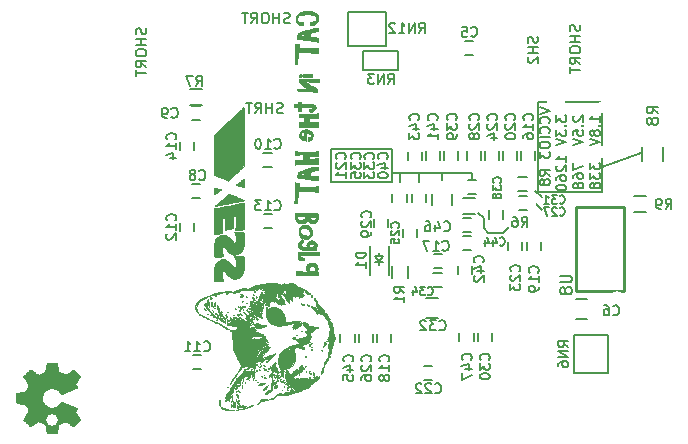
<source format=gbo>
G04 #@! TF.GenerationSoftware,KiCad,Pcbnew,5.0.2+dfsg1-1*
G04 #@! TF.CreationDate,2019-07-13T11:11:03-06:00*
G04 #@! TF.ProjectId,CAT,4341542e-6b69-4636-9164-5f7063625858,0.1*
G04 #@! TF.SameCoordinates,Original*
G04 #@! TF.FileFunction,Legend,Bot*
G04 #@! TF.FilePolarity,Positive*
%FSLAX46Y46*%
G04 Gerber Fmt 4.6, Leading zero omitted, Abs format (unit mm)*
G04 Created by KiCad (PCBNEW 5.0.2+dfsg1-1) date Sat 13 Jul 2019 11:11:03 AM MDT*
%MOMM*%
%LPD*%
G01*
G04 APERTURE LIST*
%ADD10C,0.200000*%
%ADD11C,0.150000*%
%ADD12C,0.001000*%
%ADD13C,0.152400*%
%ADD14C,0.010000*%
%ADD15C,0.250000*%
%ADD16C,1.089660*%
%ADD17C,2.024380*%
%ADD18C,1.000000*%
%ADD19C,4.500000*%
%ADD20R,0.203200X0.406400*%
%ADD21R,1.727200X1.727200*%
%ADD22O,1.727200X1.727200*%
%ADD23C,6.200000*%
%ADD24R,0.450000X0.590000*%
%ADD25R,0.900000X0.450000*%
%ADD26R,0.800000X0.750000*%
%ADD27R,0.750000X0.800000*%
%ADD28R,1.000000X1.250000*%
%ADD29R,1.250000X1.000000*%
%ADD30R,0.900000X0.500000*%
%ADD31R,0.500000X0.900000*%
%ADD32C,1.501140*%
%ADD33R,1.320800X1.320800*%
%ADD34C,1.320800*%
%ADD35R,0.406400X0.203200*%
%ADD36R,0.508000X0.762000*%
%ADD37R,2.032000X3.657600*%
%ADD38R,2.032000X1.016000*%
%ADD39R,1.524000X1.524000*%
%ADD40C,1.524000*%
%ADD41R,1.300000X1.500000*%
%ADD42R,0.450000X0.900000*%
%ADD43C,1.200000*%
G04 APERTURE END LIST*
D10*
X49911000Y-23749000D02*
X49403000Y-23241000D01*
X49911000Y-22606000D02*
X49276000Y-22098000D01*
X54991000Y-20066000D02*
X58293000Y-18923000D01*
X54991000Y-14605000D02*
X49530000Y-14605000D01*
X54991000Y-22225000D02*
X54991000Y-14605000D01*
X49530000Y-22225000D02*
X54991000Y-22225000D01*
X49530000Y-14605000D02*
X49530000Y-22225000D01*
D11*
X49670223Y-15012052D02*
X50520223Y-15295385D01*
X49670223Y-15578719D01*
X50439271Y-16347766D02*
X50479747Y-16307290D01*
X50520223Y-16185861D01*
X50520223Y-16104909D01*
X50479747Y-15983480D01*
X50398795Y-15902528D01*
X50317842Y-15862052D01*
X50155938Y-15821576D01*
X50034509Y-15821576D01*
X49872604Y-15862052D01*
X49791652Y-15902528D01*
X49710700Y-15983480D01*
X49670223Y-16104909D01*
X49670223Y-16185861D01*
X49710700Y-16307290D01*
X49751176Y-16347766D01*
X50439271Y-17197766D02*
X50479747Y-17157290D01*
X50520223Y-17035861D01*
X50520223Y-16954909D01*
X50479747Y-16833480D01*
X50398795Y-16752528D01*
X50317842Y-16712052D01*
X50155938Y-16671576D01*
X50034509Y-16671576D01*
X49872604Y-16712052D01*
X49791652Y-16752528D01*
X49710700Y-16833480D01*
X49670223Y-16954909D01*
X49670223Y-17035861D01*
X49710700Y-17157290D01*
X49751176Y-17197766D01*
X50520223Y-17562052D02*
X49670223Y-17562052D01*
X49670223Y-18128719D02*
X49670223Y-18290623D01*
X49710700Y-18371576D01*
X49791652Y-18452528D01*
X49953557Y-18493004D01*
X50236890Y-18493004D01*
X50398795Y-18452528D01*
X50479747Y-18371576D01*
X50520223Y-18290623D01*
X50520223Y-18128719D01*
X50479747Y-18047766D01*
X50398795Y-17966814D01*
X50236890Y-17926338D01*
X49953557Y-17926338D01*
X49791652Y-17966814D01*
X49710700Y-18047766D01*
X49670223Y-18128719D01*
X49670223Y-18776338D02*
X49670223Y-19302528D01*
X49994033Y-19019195D01*
X49994033Y-19140623D01*
X50034509Y-19221576D01*
X50074985Y-19262052D01*
X50155938Y-19302528D01*
X50358319Y-19302528D01*
X50439271Y-19262052D01*
X50479747Y-19221576D01*
X50520223Y-19140623D01*
X50520223Y-18897766D01*
X50479747Y-18816814D01*
X50439271Y-18776338D01*
X50520223Y-20800147D02*
X50115461Y-20516814D01*
X50520223Y-20314433D02*
X49670223Y-20314433D01*
X49670223Y-20638242D01*
X49710700Y-20719195D01*
X49751176Y-20759671D01*
X49832128Y-20800147D01*
X49953557Y-20800147D01*
X50034509Y-20759671D01*
X50074985Y-20719195D01*
X50115461Y-20638242D01*
X50115461Y-20314433D01*
X50034509Y-21285861D02*
X49994033Y-21204909D01*
X49953557Y-21164433D01*
X49872604Y-21123957D01*
X49832128Y-21123957D01*
X49751176Y-21164433D01*
X49710700Y-21204909D01*
X49670223Y-21285861D01*
X49670223Y-21447766D01*
X49710700Y-21528719D01*
X49751176Y-21569195D01*
X49832128Y-21609671D01*
X49872604Y-21609671D01*
X49953557Y-21569195D01*
X49994033Y-21528719D01*
X50034509Y-21447766D01*
X50034509Y-21285861D01*
X50074985Y-21204909D01*
X50115461Y-21164433D01*
X50196414Y-21123957D01*
X50358319Y-21123957D01*
X50439271Y-21164433D01*
X50479747Y-21204909D01*
X50520223Y-21285861D01*
X50520223Y-21447766D01*
X50479747Y-21528719D01*
X50439271Y-21569195D01*
X50358319Y-21609671D01*
X50196414Y-21609671D01*
X50115461Y-21569195D01*
X50074985Y-21528719D01*
X50034509Y-21447766D01*
X51095223Y-15700147D02*
X51095223Y-16226338D01*
X51419033Y-15943004D01*
X51419033Y-16064433D01*
X51459509Y-16145385D01*
X51499985Y-16185861D01*
X51580938Y-16226338D01*
X51783319Y-16226338D01*
X51864271Y-16185861D01*
X51904747Y-16145385D01*
X51945223Y-16064433D01*
X51945223Y-15821576D01*
X51904747Y-15740623D01*
X51864271Y-15700147D01*
X51864271Y-16590623D02*
X51904747Y-16631100D01*
X51945223Y-16590623D01*
X51904747Y-16550147D01*
X51864271Y-16590623D01*
X51945223Y-16590623D01*
X51095223Y-16914433D02*
X51095223Y-17440623D01*
X51419033Y-17157290D01*
X51419033Y-17278719D01*
X51459509Y-17359671D01*
X51499985Y-17400147D01*
X51580938Y-17440623D01*
X51783319Y-17440623D01*
X51864271Y-17400147D01*
X51904747Y-17359671D01*
X51945223Y-17278719D01*
X51945223Y-17035861D01*
X51904747Y-16954909D01*
X51864271Y-16914433D01*
X51095223Y-17683480D02*
X51945223Y-17966814D01*
X51095223Y-18250147D01*
X51945223Y-19626338D02*
X51945223Y-19140623D01*
X51945223Y-19383480D02*
X51095223Y-19383480D01*
X51216652Y-19302528D01*
X51297604Y-19221576D01*
X51338080Y-19140623D01*
X51176176Y-19950147D02*
X51135700Y-19990623D01*
X51095223Y-20071576D01*
X51095223Y-20273957D01*
X51135700Y-20354909D01*
X51176176Y-20395385D01*
X51257128Y-20435861D01*
X51338080Y-20435861D01*
X51459509Y-20395385D01*
X51945223Y-19909671D01*
X51945223Y-20435861D01*
X51095223Y-21164433D02*
X51095223Y-21002528D01*
X51135700Y-20921576D01*
X51176176Y-20881100D01*
X51297604Y-20800147D01*
X51459509Y-20759671D01*
X51783319Y-20759671D01*
X51864271Y-20800147D01*
X51904747Y-20840623D01*
X51945223Y-20921576D01*
X51945223Y-21083480D01*
X51904747Y-21164433D01*
X51864271Y-21204909D01*
X51783319Y-21245385D01*
X51580938Y-21245385D01*
X51499985Y-21204909D01*
X51459509Y-21164433D01*
X51419033Y-21083480D01*
X51419033Y-20921576D01*
X51459509Y-20840623D01*
X51499985Y-20800147D01*
X51580938Y-20759671D01*
X51095223Y-21771576D02*
X51095223Y-21852528D01*
X51135700Y-21933480D01*
X51176176Y-21973957D01*
X51257128Y-22014433D01*
X51419033Y-22054909D01*
X51621414Y-22054909D01*
X51783319Y-22014433D01*
X51864271Y-21973957D01*
X51904747Y-21933480D01*
X51945223Y-21852528D01*
X51945223Y-21771576D01*
X51904747Y-21690623D01*
X51864271Y-21650147D01*
X51783319Y-21609671D01*
X51621414Y-21569195D01*
X51419033Y-21569195D01*
X51257128Y-21609671D01*
X51176176Y-21650147D01*
X51135700Y-21690623D01*
X51095223Y-21771576D01*
X52601176Y-15740623D02*
X52560700Y-15781100D01*
X52520223Y-15862052D01*
X52520223Y-16064433D01*
X52560700Y-16145385D01*
X52601176Y-16185861D01*
X52682128Y-16226338D01*
X52763080Y-16226338D01*
X52884509Y-16185861D01*
X53370223Y-15700147D01*
X53370223Y-16226338D01*
X53289271Y-16590623D02*
X53329747Y-16631100D01*
X53370223Y-16590623D01*
X53329747Y-16550147D01*
X53289271Y-16590623D01*
X53370223Y-16590623D01*
X52520223Y-17400147D02*
X52520223Y-16995385D01*
X52924985Y-16954909D01*
X52884509Y-16995385D01*
X52844033Y-17076338D01*
X52844033Y-17278719D01*
X52884509Y-17359671D01*
X52924985Y-17400147D01*
X53005938Y-17440623D01*
X53208319Y-17440623D01*
X53289271Y-17400147D01*
X53329747Y-17359671D01*
X53370223Y-17278719D01*
X53370223Y-17076338D01*
X53329747Y-16995385D01*
X53289271Y-16954909D01*
X52520223Y-17683480D02*
X53370223Y-17966814D01*
X52520223Y-18250147D01*
X52520223Y-19747766D02*
X52520223Y-20314433D01*
X53370223Y-19950147D01*
X52520223Y-21002528D02*
X52520223Y-20840623D01*
X52560700Y-20759671D01*
X52601176Y-20719195D01*
X52722604Y-20638242D01*
X52884509Y-20597766D01*
X53208319Y-20597766D01*
X53289271Y-20638242D01*
X53329747Y-20678719D01*
X53370223Y-20759671D01*
X53370223Y-20921576D01*
X53329747Y-21002528D01*
X53289271Y-21043004D01*
X53208319Y-21083480D01*
X53005938Y-21083480D01*
X52924985Y-21043004D01*
X52884509Y-21002528D01*
X52844033Y-20921576D01*
X52844033Y-20759671D01*
X52884509Y-20678719D01*
X52924985Y-20638242D01*
X53005938Y-20597766D01*
X52884509Y-21569195D02*
X52844033Y-21488242D01*
X52803557Y-21447766D01*
X52722604Y-21407290D01*
X52682128Y-21407290D01*
X52601176Y-21447766D01*
X52560700Y-21488242D01*
X52520223Y-21569195D01*
X52520223Y-21731100D01*
X52560700Y-21812052D01*
X52601176Y-21852528D01*
X52682128Y-21893004D01*
X52722604Y-21893004D01*
X52803557Y-21852528D01*
X52844033Y-21812052D01*
X52884509Y-21731100D01*
X52884509Y-21569195D01*
X52924985Y-21488242D01*
X52965461Y-21447766D01*
X53046414Y-21407290D01*
X53208319Y-21407290D01*
X53289271Y-21447766D01*
X53329747Y-21488242D01*
X53370223Y-21569195D01*
X53370223Y-21731100D01*
X53329747Y-21812052D01*
X53289271Y-21852528D01*
X53208319Y-21893004D01*
X53046414Y-21893004D01*
X52965461Y-21852528D01*
X52924985Y-21812052D01*
X52884509Y-21731100D01*
X54795223Y-16226338D02*
X54795223Y-15740623D01*
X54795223Y-15983480D02*
X53945223Y-15983480D01*
X54066652Y-15902528D01*
X54147604Y-15821576D01*
X54188080Y-15740623D01*
X54714271Y-16590623D02*
X54754747Y-16631100D01*
X54795223Y-16590623D01*
X54754747Y-16550147D01*
X54714271Y-16590623D01*
X54795223Y-16590623D01*
X54309509Y-17116814D02*
X54269033Y-17035861D01*
X54228557Y-16995385D01*
X54147604Y-16954909D01*
X54107128Y-16954909D01*
X54026176Y-16995385D01*
X53985700Y-17035861D01*
X53945223Y-17116814D01*
X53945223Y-17278719D01*
X53985700Y-17359671D01*
X54026176Y-17400147D01*
X54107128Y-17440623D01*
X54147604Y-17440623D01*
X54228557Y-17400147D01*
X54269033Y-17359671D01*
X54309509Y-17278719D01*
X54309509Y-17116814D01*
X54349985Y-17035861D01*
X54390461Y-16995385D01*
X54471414Y-16954909D01*
X54633319Y-16954909D01*
X54714271Y-16995385D01*
X54754747Y-17035861D01*
X54795223Y-17116814D01*
X54795223Y-17278719D01*
X54754747Y-17359671D01*
X54714271Y-17400147D01*
X54633319Y-17440623D01*
X54471414Y-17440623D01*
X54390461Y-17400147D01*
X54349985Y-17359671D01*
X54309509Y-17278719D01*
X53945223Y-17683480D02*
X54795223Y-17966814D01*
X53945223Y-18250147D01*
X53945223Y-19747766D02*
X53945223Y-20273957D01*
X54269033Y-19990623D01*
X54269033Y-20112052D01*
X54309509Y-20193004D01*
X54349985Y-20233480D01*
X54430938Y-20273957D01*
X54633319Y-20273957D01*
X54714271Y-20233480D01*
X54754747Y-20193004D01*
X54795223Y-20112052D01*
X54795223Y-19869195D01*
X54754747Y-19788242D01*
X54714271Y-19747766D01*
X53945223Y-20557290D02*
X53945223Y-21083480D01*
X54269033Y-20800147D01*
X54269033Y-20921576D01*
X54309509Y-21002528D01*
X54349985Y-21043004D01*
X54430938Y-21083480D01*
X54633319Y-21083480D01*
X54714271Y-21043004D01*
X54754747Y-21002528D01*
X54795223Y-20921576D01*
X54795223Y-20678719D01*
X54754747Y-20597766D01*
X54714271Y-20557290D01*
X54309509Y-21569195D02*
X54269033Y-21488242D01*
X54228557Y-21447766D01*
X54147604Y-21407290D01*
X54107128Y-21407290D01*
X54026176Y-21447766D01*
X53985700Y-21488242D01*
X53945223Y-21569195D01*
X53945223Y-21731100D01*
X53985700Y-21812052D01*
X54026176Y-21852528D01*
X54107128Y-21893004D01*
X54147604Y-21893004D01*
X54228557Y-21852528D01*
X54269033Y-21812052D01*
X54309509Y-21731100D01*
X54309509Y-21569195D01*
X54349985Y-21488242D01*
X54390461Y-21447766D01*
X54471414Y-21407290D01*
X54633319Y-21407290D01*
X54714271Y-21447766D01*
X54754747Y-21488242D01*
X54795223Y-21569195D01*
X54795223Y-21731100D01*
X54754747Y-21812052D01*
X54714271Y-21852528D01*
X54633319Y-21893004D01*
X54471414Y-21893004D01*
X54390461Y-21852528D01*
X54349985Y-21812052D01*
X54309509Y-21731100D01*
X16328185Y-8309382D02*
X16371042Y-8437954D01*
X16371042Y-8652240D01*
X16328185Y-8737954D01*
X16285328Y-8780811D01*
X16199614Y-8823668D01*
X16113900Y-8823668D01*
X16028185Y-8780811D01*
X15985328Y-8737954D01*
X15942471Y-8652240D01*
X15899614Y-8480811D01*
X15856757Y-8395097D01*
X15813900Y-8352240D01*
X15728185Y-8309382D01*
X15642471Y-8309382D01*
X15556757Y-8352240D01*
X15513900Y-8395097D01*
X15471042Y-8480811D01*
X15471042Y-8695097D01*
X15513900Y-8823668D01*
X16371042Y-9209382D02*
X15471042Y-9209382D01*
X15899614Y-9209382D02*
X15899614Y-9723668D01*
X16371042Y-9723668D02*
X15471042Y-9723668D01*
X15471042Y-10323668D02*
X15471042Y-10495097D01*
X15513900Y-10580811D01*
X15599614Y-10666525D01*
X15771042Y-10709382D01*
X16071042Y-10709382D01*
X16242471Y-10666525D01*
X16328185Y-10580811D01*
X16371042Y-10495097D01*
X16371042Y-10323668D01*
X16328185Y-10237954D01*
X16242471Y-10152240D01*
X16071042Y-10109382D01*
X15771042Y-10109382D01*
X15599614Y-10152240D01*
X15513900Y-10237954D01*
X15471042Y-10323668D01*
X16371042Y-11609382D02*
X15942471Y-11309382D01*
X16371042Y-11095097D02*
X15471042Y-11095097D01*
X15471042Y-11437954D01*
X15513900Y-11523668D01*
X15556757Y-11566525D01*
X15642471Y-11609382D01*
X15771042Y-11609382D01*
X15856757Y-11566525D01*
X15899614Y-11523668D01*
X15942471Y-11437954D01*
X15942471Y-11095097D01*
X15471042Y-11866525D02*
X15471042Y-12380811D01*
X16371042Y-12123668D02*
X15471042Y-12123668D01*
X53069285Y-8040142D02*
X53112142Y-8168714D01*
X53112142Y-8383000D01*
X53069285Y-8468714D01*
X53026428Y-8511571D01*
X52940714Y-8554428D01*
X52855000Y-8554428D01*
X52769285Y-8511571D01*
X52726428Y-8468714D01*
X52683571Y-8383000D01*
X52640714Y-8211571D01*
X52597857Y-8125857D01*
X52555000Y-8083000D01*
X52469285Y-8040142D01*
X52383571Y-8040142D01*
X52297857Y-8083000D01*
X52255000Y-8125857D01*
X52212142Y-8211571D01*
X52212142Y-8425857D01*
X52255000Y-8554428D01*
X53112142Y-8940142D02*
X52212142Y-8940142D01*
X52640714Y-8940142D02*
X52640714Y-9454428D01*
X53112142Y-9454428D02*
X52212142Y-9454428D01*
X52212142Y-10054428D02*
X52212142Y-10225857D01*
X52255000Y-10311571D01*
X52340714Y-10397285D01*
X52512142Y-10440142D01*
X52812142Y-10440142D01*
X52983571Y-10397285D01*
X53069285Y-10311571D01*
X53112142Y-10225857D01*
X53112142Y-10054428D01*
X53069285Y-9968714D01*
X52983571Y-9883000D01*
X52812142Y-9840142D01*
X52512142Y-9840142D01*
X52340714Y-9883000D01*
X52255000Y-9968714D01*
X52212142Y-10054428D01*
X53112142Y-11340142D02*
X52683571Y-11040142D01*
X53112142Y-10825857D02*
X52212142Y-10825857D01*
X52212142Y-11168714D01*
X52255000Y-11254428D01*
X52297857Y-11297285D01*
X52383571Y-11340142D01*
X52512142Y-11340142D01*
X52597857Y-11297285D01*
X52640714Y-11254428D01*
X52683571Y-11168714D01*
X52683571Y-10825857D01*
X52212142Y-11597285D02*
X52212142Y-12111571D01*
X53112142Y-11854428D02*
X52212142Y-11854428D01*
X28535857Y-7857285D02*
X28407285Y-7900142D01*
X28193000Y-7900142D01*
X28107285Y-7857285D01*
X28064428Y-7814428D01*
X28021571Y-7728714D01*
X28021571Y-7643000D01*
X28064428Y-7557285D01*
X28107285Y-7514428D01*
X28193000Y-7471571D01*
X28364428Y-7428714D01*
X28450142Y-7385857D01*
X28493000Y-7343000D01*
X28535857Y-7257285D01*
X28535857Y-7171571D01*
X28493000Y-7085857D01*
X28450142Y-7043000D01*
X28364428Y-7000142D01*
X28150142Y-7000142D01*
X28021571Y-7043000D01*
X27635857Y-7900142D02*
X27635857Y-7000142D01*
X27635857Y-7428714D02*
X27121571Y-7428714D01*
X27121571Y-7900142D02*
X27121571Y-7000142D01*
X26521571Y-7000142D02*
X26350142Y-7000142D01*
X26264428Y-7043000D01*
X26178714Y-7128714D01*
X26135857Y-7300142D01*
X26135857Y-7600142D01*
X26178714Y-7771571D01*
X26264428Y-7857285D01*
X26350142Y-7900142D01*
X26521571Y-7900142D01*
X26607285Y-7857285D01*
X26693000Y-7771571D01*
X26735857Y-7600142D01*
X26735857Y-7300142D01*
X26693000Y-7128714D01*
X26607285Y-7043000D01*
X26521571Y-7000142D01*
X25235857Y-7900142D02*
X25535857Y-7471571D01*
X25750142Y-7900142D02*
X25750142Y-7000142D01*
X25407285Y-7000142D01*
X25321571Y-7043000D01*
X25278714Y-7085857D01*
X25235857Y-7171571D01*
X25235857Y-7300142D01*
X25278714Y-7385857D01*
X25321571Y-7428714D01*
X25407285Y-7471571D01*
X25750142Y-7471571D01*
X24978714Y-7000142D02*
X24464428Y-7000142D01*
X24721571Y-7900142D02*
X24721571Y-7000142D01*
X27937428Y-15477285D02*
X27808857Y-15520142D01*
X27594571Y-15520142D01*
X27508857Y-15477285D01*
X27466000Y-15434428D01*
X27423142Y-15348714D01*
X27423142Y-15263000D01*
X27466000Y-15177285D01*
X27508857Y-15134428D01*
X27594571Y-15091571D01*
X27766000Y-15048714D01*
X27851714Y-15005857D01*
X27894571Y-14963000D01*
X27937428Y-14877285D01*
X27937428Y-14791571D01*
X27894571Y-14705857D01*
X27851714Y-14663000D01*
X27766000Y-14620142D01*
X27551714Y-14620142D01*
X27423142Y-14663000D01*
X27037428Y-15520142D02*
X27037428Y-14620142D01*
X27037428Y-15048714D02*
X26523142Y-15048714D01*
X26523142Y-15520142D02*
X26523142Y-14620142D01*
X25580285Y-15520142D02*
X25880285Y-15091571D01*
X26094571Y-15520142D02*
X26094571Y-14620142D01*
X25751714Y-14620142D01*
X25666000Y-14663000D01*
X25623142Y-14705857D01*
X25580285Y-14791571D01*
X25580285Y-14920142D01*
X25623142Y-15005857D01*
X25666000Y-15048714D01*
X25751714Y-15091571D01*
X26094571Y-15091571D01*
X25323142Y-14620142D02*
X24808857Y-14620142D01*
X25066000Y-15520142D02*
X25066000Y-14620142D01*
D10*
X44958000Y-24384000D02*
X44450000Y-24003000D01*
X44958000Y-25273000D02*
X44958000Y-24384000D01*
X45339000Y-25654000D02*
X44958000Y-25273000D01*
X46609000Y-25654000D02*
X45339000Y-25654000D01*
X47117000Y-25146000D02*
X46609000Y-25654000D01*
X41402000Y-20701000D02*
X41402000Y-21209000D01*
X39497000Y-20701000D02*
X39497000Y-21336000D01*
X37846000Y-20574000D02*
X37846000Y-21336000D01*
X37211000Y-21336000D02*
X37211000Y-20574000D01*
X32004000Y-21336000D02*
X37211000Y-21336000D01*
X32004000Y-18542000D02*
X32004000Y-21336000D01*
X37211000Y-18542000D02*
X32004000Y-18542000D01*
X37211000Y-20574000D02*
X37211000Y-18542000D01*
X43942000Y-20574000D02*
X37211000Y-20574000D01*
X43942000Y-21082000D02*
X43942000Y-20574000D01*
D12*
G04 #@! TO.C,*
G36*
X8780470Y-42629576D02*
X8793385Y-42599111D01*
X8799242Y-42577911D01*
X8808993Y-42534135D01*
X8821846Y-42471703D01*
X8837012Y-42394535D01*
X8853702Y-42306551D01*
X8868349Y-42226999D01*
X8885395Y-42133860D01*
X8901167Y-42049047D01*
X8914951Y-41976291D01*
X8926032Y-41919321D01*
X8933698Y-41881867D01*
X8937030Y-41868067D01*
X8950854Y-41858533D01*
X8985598Y-41841226D01*
X9037009Y-41817879D01*
X9100835Y-41790222D01*
X9172824Y-41759987D01*
X9248723Y-41728905D01*
X9324279Y-41698708D01*
X9395241Y-41671126D01*
X9457355Y-41647891D01*
X9506368Y-41630734D01*
X9538030Y-41621387D01*
X9545903Y-41620182D01*
X9563454Y-41627579D01*
X9599889Y-41648440D01*
X9652068Y-41680775D01*
X9716851Y-41722591D01*
X9791099Y-41771897D01*
X9871672Y-41826699D01*
X9874593Y-41828710D01*
X9954892Y-41883565D01*
X10028493Y-41933018D01*
X10092351Y-41975091D01*
X10143422Y-42007802D01*
X10178659Y-42029172D01*
X10195019Y-42037220D01*
X10195274Y-42037237D01*
X10210794Y-42027879D01*
X10241743Y-42001769D01*
X10285220Y-41961855D01*
X10338327Y-41911084D01*
X10398162Y-41852404D01*
X10461827Y-41788762D01*
X10526422Y-41723107D01*
X10589047Y-41658384D01*
X10646802Y-41597542D01*
X10696788Y-41543528D01*
X10736105Y-41499289D01*
X10761853Y-41467774D01*
X10771132Y-41451929D01*
X10771132Y-41451897D01*
X10763738Y-41433973D01*
X10742926Y-41397227D01*
X10710718Y-41344872D01*
X10669137Y-41280123D01*
X10620205Y-41206192D01*
X10569331Y-41131224D01*
X10515435Y-41052013D01*
X10466968Y-40979425D01*
X10425939Y-40916581D01*
X10394359Y-40866602D01*
X10374239Y-40832610D01*
X10367570Y-40817962D01*
X10373635Y-40798939D01*
X10390109Y-40761853D01*
X10414417Y-40712209D01*
X10441458Y-40660220D01*
X10473510Y-40598789D01*
X10493477Y-40556224D01*
X10502914Y-40528197D01*
X10503373Y-40510381D01*
X10498635Y-40500956D01*
X10483545Y-40492228D01*
X10446381Y-40474588D01*
X10390002Y-40449231D01*
X10317271Y-40417349D01*
X10231049Y-40380138D01*
X10134198Y-40338790D01*
X10029579Y-40294500D01*
X9920054Y-40248461D01*
X9808484Y-40201868D01*
X9697731Y-40155913D01*
X9590656Y-40111792D01*
X9490120Y-40070698D01*
X9398987Y-40033824D01*
X9320116Y-40002365D01*
X9256370Y-39977515D01*
X9210609Y-39960466D01*
X9185696Y-39952414D01*
X9182683Y-39951931D01*
X9165997Y-39962448D01*
X9139600Y-39990501D01*
X9108166Y-40030885D01*
X9095236Y-40049315D01*
X8994071Y-40178054D01*
X8882437Y-40282701D01*
X8760904Y-40362790D01*
X8654404Y-40409761D01*
X8508553Y-40447551D01*
X8363493Y-40458981D01*
X8221452Y-40444556D01*
X8084662Y-40404783D01*
X7955350Y-40340171D01*
X7835748Y-40251225D01*
X7796931Y-40214775D01*
X7700569Y-40101071D01*
X7627389Y-39976437D01*
X7577773Y-39843739D01*
X7552103Y-39705846D01*
X7550763Y-39565621D01*
X7574135Y-39425934D01*
X7622600Y-39289648D01*
X7663104Y-39212025D01*
X7746702Y-39094870D01*
X7847820Y-38994852D01*
X7963123Y-38913611D01*
X8089278Y-38852783D01*
X8222953Y-38814007D01*
X8360813Y-38798919D01*
X8487186Y-38807171D01*
X8627915Y-38839721D01*
X8756151Y-38893269D01*
X8873697Y-38969071D01*
X8982359Y-39068382D01*
X9083944Y-39192457D01*
X9122817Y-39249022D01*
X9148423Y-39281966D01*
X9172183Y-39302672D01*
X9182096Y-39306285D01*
X9200135Y-39301232D01*
X9239893Y-39286822D01*
X9298510Y-39264247D01*
X9373122Y-39234700D01*
X9460868Y-39199374D01*
X9558886Y-39159464D01*
X9664313Y-39116161D01*
X9774288Y-39070660D01*
X9885949Y-39024153D01*
X9996433Y-38977834D01*
X10102879Y-38932896D01*
X10202424Y-38890532D01*
X10292206Y-38851935D01*
X10369364Y-38818299D01*
X10431035Y-38790817D01*
X10474357Y-38770682D01*
X10496468Y-38759087D01*
X10498548Y-38757439D01*
X10503852Y-38744441D01*
X10501297Y-38724469D01*
X10489322Y-38693197D01*
X10466365Y-38646297D01*
X10441371Y-38598953D01*
X10412104Y-38542772D01*
X10388327Y-38494053D01*
X10372636Y-38458322D01*
X10367570Y-38441756D01*
X10374918Y-38425799D01*
X10395624Y-38390877D01*
X10427682Y-38340113D01*
X10469084Y-38276631D01*
X10517824Y-38203554D01*
X10569371Y-38127686D01*
X10623344Y-38047939D01*
X10671872Y-37974338D01*
X10712934Y-37910099D01*
X10744513Y-37858439D01*
X10764590Y-37822574D01*
X10771172Y-37806113D01*
X10761422Y-37787709D01*
X10732705Y-37751922D01*
X10685816Y-37699626D01*
X10621555Y-37631695D01*
X10540716Y-37549002D01*
X10491897Y-37499961D01*
X10420375Y-37429079D01*
X10354432Y-37364827D01*
X10296596Y-37309580D01*
X10249391Y-37265715D01*
X10215346Y-37235604D01*
X10196986Y-37221625D01*
X10195036Y-37220924D01*
X10179712Y-37228290D01*
X10145360Y-37249071D01*
X10095025Y-37281286D01*
X10031748Y-37322955D01*
X9958571Y-37372098D01*
X9878536Y-37426737D01*
X9874593Y-37429451D01*
X9793855Y-37484411D01*
X9719330Y-37533945D01*
X9654159Y-37576059D01*
X9601481Y-37608763D01*
X9564437Y-37630063D01*
X9546166Y-37637969D01*
X9545903Y-37637979D01*
X9524165Y-37633068D01*
X9483014Y-37619493D01*
X9426701Y-37598986D01*
X9359481Y-37573280D01*
X9285605Y-37544108D01*
X9209326Y-37513204D01*
X9134898Y-37482300D01*
X9066572Y-37453130D01*
X9008601Y-37427427D01*
X8965238Y-37406924D01*
X8940736Y-37393354D01*
X8936915Y-37389792D01*
X8932749Y-37372227D01*
X8924529Y-37331917D01*
X8912972Y-37272597D01*
X8898799Y-37198001D01*
X8882726Y-37111865D01*
X8867834Y-37030859D01*
X8850407Y-36936862D01*
X8833874Y-36850379D01*
X8819026Y-36775332D01*
X8806652Y-36715641D01*
X8797540Y-36675228D01*
X8792986Y-36659050D01*
X8780470Y-36628586D01*
X8366765Y-36632143D01*
X7953060Y-36635701D01*
X7881383Y-37019123D01*
X7862505Y-37117790D01*
X7844388Y-37208151D01*
X7827797Y-37286725D01*
X7813494Y-37350032D01*
X7802244Y-37394592D01*
X7794810Y-37416924D01*
X7793749Y-37418522D01*
X7777408Y-37428047D01*
X7740744Y-37445921D01*
X7688191Y-37470217D01*
X7624179Y-37499012D01*
X7553141Y-37530379D01*
X7479508Y-37562394D01*
X7407712Y-37593130D01*
X7342186Y-37620664D01*
X7287360Y-37643068D01*
X7247668Y-37658420D01*
X7227540Y-37664792D01*
X7226688Y-37664862D01*
X7212443Y-37657495D01*
X7179003Y-37636682D01*
X7129266Y-37604335D01*
X7066130Y-37562367D01*
X6992491Y-37512691D01*
X6911248Y-37457220D01*
X6890395Y-37442881D01*
X6807365Y-37386188D01*
X6730834Y-37334842D01*
X6663774Y-37290763D01*
X6609154Y-37255873D01*
X6569948Y-37232095D01*
X6549125Y-37221350D01*
X6547213Y-37220924D01*
X6532113Y-37230197D01*
X6501412Y-37256070D01*
X6458027Y-37295619D01*
X6404876Y-37345925D01*
X6344875Y-37404064D01*
X6280941Y-37467114D01*
X6215991Y-37532155D01*
X6152943Y-37596265D01*
X6094713Y-37656520D01*
X6044219Y-37710001D01*
X6004378Y-37753785D01*
X5978105Y-37784949D01*
X5968320Y-37800573D01*
X5968312Y-37800767D01*
X5975663Y-37816881D01*
X5996461Y-37852178D01*
X6028825Y-37903729D01*
X6070872Y-37968602D01*
X6120720Y-38043869D01*
X6176487Y-38126600D01*
X6196164Y-38155472D01*
X6424017Y-38488884D01*
X6396884Y-38557844D01*
X6354295Y-38665188D01*
X6314091Y-38764804D01*
X6277493Y-38853797D01*
X6245719Y-38929269D01*
X6219989Y-38988324D01*
X6201523Y-39028066D01*
X6191554Y-39045583D01*
X6174954Y-39051863D01*
X6135362Y-39062078D01*
X6076278Y-39075470D01*
X6001203Y-39091282D01*
X5913639Y-39108756D01*
X5817087Y-39127135D01*
X5800144Y-39130274D01*
X5701919Y-39148492D01*
X5611583Y-39165420D01*
X5532741Y-39180370D01*
X5468996Y-39192653D01*
X5423950Y-39201580D01*
X5401208Y-39206461D01*
X5399906Y-39206813D01*
X5393273Y-39210455D01*
X5388012Y-39218862D01*
X5383964Y-39234850D01*
X5380972Y-39261239D01*
X5378880Y-39300845D01*
X5377530Y-39356486D01*
X5376766Y-39430980D01*
X5376429Y-39527145D01*
X5376363Y-39629080D01*
X5376457Y-39746087D01*
X5376844Y-39839006D01*
X5377682Y-39910653D01*
X5379128Y-39963847D01*
X5381338Y-40001406D01*
X5384470Y-40026147D01*
X5388681Y-40040888D01*
X5394128Y-40048447D01*
X5399906Y-40051348D01*
X5418850Y-40055537D01*
X5460658Y-40063879D01*
X5521727Y-40075684D01*
X5598455Y-40090264D01*
X5687237Y-40106930D01*
X5784470Y-40124992D01*
X5800144Y-40127887D01*
X5897862Y-40146343D01*
X5987178Y-40164023D01*
X6064591Y-40180169D01*
X6126603Y-40194022D01*
X6169711Y-40204827D01*
X6190417Y-40211825D01*
X6191454Y-40212578D01*
X6201396Y-40230161D01*
X6219909Y-40270154D01*
X6245863Y-40329870D01*
X6278129Y-40406622D01*
X6315576Y-40497723D01*
X6357074Y-40600485D01*
X6399564Y-40707338D01*
X6424249Y-40769865D01*
X6196280Y-41103307D01*
X6138929Y-41187877D01*
X6086868Y-41265960D01*
X6041978Y-41334630D01*
X6006143Y-41390958D01*
X5981244Y-41432014D01*
X5969164Y-41454873D01*
X5968312Y-41457956D01*
X5977573Y-41473005D01*
X6003412Y-41503679D01*
X6042910Y-41547057D01*
X6093149Y-41600219D01*
X6151210Y-41660246D01*
X6214176Y-41724217D01*
X6279127Y-41789214D01*
X6343146Y-41852317D01*
X6403314Y-41910606D01*
X6456714Y-41961161D01*
X6500425Y-42001063D01*
X6531532Y-42027391D01*
X6547114Y-42037227D01*
X6547322Y-42037237D01*
X6563326Y-42029864D01*
X6598393Y-42009036D01*
X6649518Y-41976696D01*
X6713695Y-41934782D01*
X6787921Y-41885236D01*
X6869189Y-41829998D01*
X6883539Y-41820146D01*
X6965765Y-41763904D01*
X7041430Y-41712701D01*
X7107524Y-41668531D01*
X7161038Y-41633387D01*
X7198961Y-41609262D01*
X7218283Y-41598149D01*
X7219477Y-41597704D01*
X7236943Y-41601354D01*
X7274536Y-41614217D01*
X7327859Y-41634441D01*
X7392511Y-41660171D01*
X7464096Y-41689556D01*
X7538213Y-41720742D01*
X7610466Y-41751875D01*
X7676455Y-41781104D01*
X7731782Y-41806575D01*
X7772048Y-41826434D01*
X7792856Y-41838830D01*
X7793749Y-41839639D01*
X7800228Y-41856537D01*
X7810693Y-41896440D01*
X7824380Y-41955866D01*
X7840527Y-42031335D01*
X7858370Y-42119368D01*
X7877144Y-42216484D01*
X7881383Y-42239038D01*
X7953060Y-42622460D01*
X8366765Y-42626018D01*
X8780470Y-42629576D01*
X8780470Y-42629576D01*
G37*
X8780470Y-42629576D02*
X8793385Y-42599111D01*
X8799242Y-42577911D01*
X8808993Y-42534135D01*
X8821846Y-42471703D01*
X8837012Y-42394535D01*
X8853702Y-42306551D01*
X8868349Y-42226999D01*
X8885395Y-42133860D01*
X8901167Y-42049047D01*
X8914951Y-41976291D01*
X8926032Y-41919321D01*
X8933698Y-41881867D01*
X8937030Y-41868067D01*
X8950854Y-41858533D01*
X8985598Y-41841226D01*
X9037009Y-41817879D01*
X9100835Y-41790222D01*
X9172824Y-41759987D01*
X9248723Y-41728905D01*
X9324279Y-41698708D01*
X9395241Y-41671126D01*
X9457355Y-41647891D01*
X9506368Y-41630734D01*
X9538030Y-41621387D01*
X9545903Y-41620182D01*
X9563454Y-41627579D01*
X9599889Y-41648440D01*
X9652068Y-41680775D01*
X9716851Y-41722591D01*
X9791099Y-41771897D01*
X9871672Y-41826699D01*
X9874593Y-41828710D01*
X9954892Y-41883565D01*
X10028493Y-41933018D01*
X10092351Y-41975091D01*
X10143422Y-42007802D01*
X10178659Y-42029172D01*
X10195019Y-42037220D01*
X10195274Y-42037237D01*
X10210794Y-42027879D01*
X10241743Y-42001769D01*
X10285220Y-41961855D01*
X10338327Y-41911084D01*
X10398162Y-41852404D01*
X10461827Y-41788762D01*
X10526422Y-41723107D01*
X10589047Y-41658384D01*
X10646802Y-41597542D01*
X10696788Y-41543528D01*
X10736105Y-41499289D01*
X10761853Y-41467774D01*
X10771132Y-41451929D01*
X10771132Y-41451897D01*
X10763738Y-41433973D01*
X10742926Y-41397227D01*
X10710718Y-41344872D01*
X10669137Y-41280123D01*
X10620205Y-41206192D01*
X10569331Y-41131224D01*
X10515435Y-41052013D01*
X10466968Y-40979425D01*
X10425939Y-40916581D01*
X10394359Y-40866602D01*
X10374239Y-40832610D01*
X10367570Y-40817962D01*
X10373635Y-40798939D01*
X10390109Y-40761853D01*
X10414417Y-40712209D01*
X10441458Y-40660220D01*
X10473510Y-40598789D01*
X10493477Y-40556224D01*
X10502914Y-40528197D01*
X10503373Y-40510381D01*
X10498635Y-40500956D01*
X10483545Y-40492228D01*
X10446381Y-40474588D01*
X10390002Y-40449231D01*
X10317271Y-40417349D01*
X10231049Y-40380138D01*
X10134198Y-40338790D01*
X10029579Y-40294500D01*
X9920054Y-40248461D01*
X9808484Y-40201868D01*
X9697731Y-40155913D01*
X9590656Y-40111792D01*
X9490120Y-40070698D01*
X9398987Y-40033824D01*
X9320116Y-40002365D01*
X9256370Y-39977515D01*
X9210609Y-39960466D01*
X9185696Y-39952414D01*
X9182683Y-39951931D01*
X9165997Y-39962448D01*
X9139600Y-39990501D01*
X9108166Y-40030885D01*
X9095236Y-40049315D01*
X8994071Y-40178054D01*
X8882437Y-40282701D01*
X8760904Y-40362790D01*
X8654404Y-40409761D01*
X8508553Y-40447551D01*
X8363493Y-40458981D01*
X8221452Y-40444556D01*
X8084662Y-40404783D01*
X7955350Y-40340171D01*
X7835748Y-40251225D01*
X7796931Y-40214775D01*
X7700569Y-40101071D01*
X7627389Y-39976437D01*
X7577773Y-39843739D01*
X7552103Y-39705846D01*
X7550763Y-39565621D01*
X7574135Y-39425934D01*
X7622600Y-39289648D01*
X7663104Y-39212025D01*
X7746702Y-39094870D01*
X7847820Y-38994852D01*
X7963123Y-38913611D01*
X8089278Y-38852783D01*
X8222953Y-38814007D01*
X8360813Y-38798919D01*
X8487186Y-38807171D01*
X8627915Y-38839721D01*
X8756151Y-38893269D01*
X8873697Y-38969071D01*
X8982359Y-39068382D01*
X9083944Y-39192457D01*
X9122817Y-39249022D01*
X9148423Y-39281966D01*
X9172183Y-39302672D01*
X9182096Y-39306285D01*
X9200135Y-39301232D01*
X9239893Y-39286822D01*
X9298510Y-39264247D01*
X9373122Y-39234700D01*
X9460868Y-39199374D01*
X9558886Y-39159464D01*
X9664313Y-39116161D01*
X9774288Y-39070660D01*
X9885949Y-39024153D01*
X9996433Y-38977834D01*
X10102879Y-38932896D01*
X10202424Y-38890532D01*
X10292206Y-38851935D01*
X10369364Y-38818299D01*
X10431035Y-38790817D01*
X10474357Y-38770682D01*
X10496468Y-38759087D01*
X10498548Y-38757439D01*
X10503852Y-38744441D01*
X10501297Y-38724469D01*
X10489322Y-38693197D01*
X10466365Y-38646297D01*
X10441371Y-38598953D01*
X10412104Y-38542772D01*
X10388327Y-38494053D01*
X10372636Y-38458322D01*
X10367570Y-38441756D01*
X10374918Y-38425799D01*
X10395624Y-38390877D01*
X10427682Y-38340113D01*
X10469084Y-38276631D01*
X10517824Y-38203554D01*
X10569371Y-38127686D01*
X10623344Y-38047939D01*
X10671872Y-37974338D01*
X10712934Y-37910099D01*
X10744513Y-37858439D01*
X10764590Y-37822574D01*
X10771172Y-37806113D01*
X10761422Y-37787709D01*
X10732705Y-37751922D01*
X10685816Y-37699626D01*
X10621555Y-37631695D01*
X10540716Y-37549002D01*
X10491897Y-37499961D01*
X10420375Y-37429079D01*
X10354432Y-37364827D01*
X10296596Y-37309580D01*
X10249391Y-37265715D01*
X10215346Y-37235604D01*
X10196986Y-37221625D01*
X10195036Y-37220924D01*
X10179712Y-37228290D01*
X10145360Y-37249071D01*
X10095025Y-37281286D01*
X10031748Y-37322955D01*
X9958571Y-37372098D01*
X9878536Y-37426737D01*
X9874593Y-37429451D01*
X9793855Y-37484411D01*
X9719330Y-37533945D01*
X9654159Y-37576059D01*
X9601481Y-37608763D01*
X9564437Y-37630063D01*
X9546166Y-37637969D01*
X9545903Y-37637979D01*
X9524165Y-37633068D01*
X9483014Y-37619493D01*
X9426701Y-37598986D01*
X9359481Y-37573280D01*
X9285605Y-37544108D01*
X9209326Y-37513204D01*
X9134898Y-37482300D01*
X9066572Y-37453130D01*
X9008601Y-37427427D01*
X8965238Y-37406924D01*
X8940736Y-37393354D01*
X8936915Y-37389792D01*
X8932749Y-37372227D01*
X8924529Y-37331917D01*
X8912972Y-37272597D01*
X8898799Y-37198001D01*
X8882726Y-37111865D01*
X8867834Y-37030859D01*
X8850407Y-36936862D01*
X8833874Y-36850379D01*
X8819026Y-36775332D01*
X8806652Y-36715641D01*
X8797540Y-36675228D01*
X8792986Y-36659050D01*
X8780470Y-36628586D01*
X8366765Y-36632143D01*
X7953060Y-36635701D01*
X7881383Y-37019123D01*
X7862505Y-37117790D01*
X7844388Y-37208151D01*
X7827797Y-37286725D01*
X7813494Y-37350032D01*
X7802244Y-37394592D01*
X7794810Y-37416924D01*
X7793749Y-37418522D01*
X7777408Y-37428047D01*
X7740744Y-37445921D01*
X7688191Y-37470217D01*
X7624179Y-37499012D01*
X7553141Y-37530379D01*
X7479508Y-37562394D01*
X7407712Y-37593130D01*
X7342186Y-37620664D01*
X7287360Y-37643068D01*
X7247668Y-37658420D01*
X7227540Y-37664792D01*
X7226688Y-37664862D01*
X7212443Y-37657495D01*
X7179003Y-37636682D01*
X7129266Y-37604335D01*
X7066130Y-37562367D01*
X6992491Y-37512691D01*
X6911248Y-37457220D01*
X6890395Y-37442881D01*
X6807365Y-37386188D01*
X6730834Y-37334842D01*
X6663774Y-37290763D01*
X6609154Y-37255873D01*
X6569948Y-37232095D01*
X6549125Y-37221350D01*
X6547213Y-37220924D01*
X6532113Y-37230197D01*
X6501412Y-37256070D01*
X6458027Y-37295619D01*
X6404876Y-37345925D01*
X6344875Y-37404064D01*
X6280941Y-37467114D01*
X6215991Y-37532155D01*
X6152943Y-37596265D01*
X6094713Y-37656520D01*
X6044219Y-37710001D01*
X6004378Y-37753785D01*
X5978105Y-37784949D01*
X5968320Y-37800573D01*
X5968312Y-37800767D01*
X5975663Y-37816881D01*
X5996461Y-37852178D01*
X6028825Y-37903729D01*
X6070872Y-37968602D01*
X6120720Y-38043869D01*
X6176487Y-38126600D01*
X6196164Y-38155472D01*
X6424017Y-38488884D01*
X6396884Y-38557844D01*
X6354295Y-38665188D01*
X6314091Y-38764804D01*
X6277493Y-38853797D01*
X6245719Y-38929269D01*
X6219989Y-38988324D01*
X6201523Y-39028066D01*
X6191554Y-39045583D01*
X6174954Y-39051863D01*
X6135362Y-39062078D01*
X6076278Y-39075470D01*
X6001203Y-39091282D01*
X5913639Y-39108756D01*
X5817087Y-39127135D01*
X5800144Y-39130274D01*
X5701919Y-39148492D01*
X5611583Y-39165420D01*
X5532741Y-39180370D01*
X5468996Y-39192653D01*
X5423950Y-39201580D01*
X5401208Y-39206461D01*
X5399906Y-39206813D01*
X5393273Y-39210455D01*
X5388012Y-39218862D01*
X5383964Y-39234850D01*
X5380972Y-39261239D01*
X5378880Y-39300845D01*
X5377530Y-39356486D01*
X5376766Y-39430980D01*
X5376429Y-39527145D01*
X5376363Y-39629080D01*
X5376457Y-39746087D01*
X5376844Y-39839006D01*
X5377682Y-39910653D01*
X5379128Y-39963847D01*
X5381338Y-40001406D01*
X5384470Y-40026147D01*
X5388681Y-40040888D01*
X5394128Y-40048447D01*
X5399906Y-40051348D01*
X5418850Y-40055537D01*
X5460658Y-40063879D01*
X5521727Y-40075684D01*
X5598455Y-40090264D01*
X5687237Y-40106930D01*
X5784470Y-40124992D01*
X5800144Y-40127887D01*
X5897862Y-40146343D01*
X5987178Y-40164023D01*
X6064591Y-40180169D01*
X6126603Y-40194022D01*
X6169711Y-40204827D01*
X6190417Y-40211825D01*
X6191454Y-40212578D01*
X6201396Y-40230161D01*
X6219909Y-40270154D01*
X6245863Y-40329870D01*
X6278129Y-40406622D01*
X6315576Y-40497723D01*
X6357074Y-40600485D01*
X6399564Y-40707338D01*
X6424249Y-40769865D01*
X6196280Y-41103307D01*
X6138929Y-41187877D01*
X6086868Y-41265960D01*
X6041978Y-41334630D01*
X6006143Y-41390958D01*
X5981244Y-41432014D01*
X5969164Y-41454873D01*
X5968312Y-41457956D01*
X5977573Y-41473005D01*
X6003412Y-41503679D01*
X6042910Y-41547057D01*
X6093149Y-41600219D01*
X6151210Y-41660246D01*
X6214176Y-41724217D01*
X6279127Y-41789214D01*
X6343146Y-41852317D01*
X6403314Y-41910606D01*
X6456714Y-41961161D01*
X6500425Y-42001063D01*
X6531532Y-42027391D01*
X6547114Y-42037227D01*
X6547322Y-42037237D01*
X6563326Y-42029864D01*
X6598393Y-42009036D01*
X6649518Y-41976696D01*
X6713695Y-41934782D01*
X6787921Y-41885236D01*
X6869189Y-41829998D01*
X6883539Y-41820146D01*
X6965765Y-41763904D01*
X7041430Y-41712701D01*
X7107524Y-41668531D01*
X7161038Y-41633387D01*
X7198961Y-41609262D01*
X7218283Y-41598149D01*
X7219477Y-41597704D01*
X7236943Y-41601354D01*
X7274536Y-41614217D01*
X7327859Y-41634441D01*
X7392511Y-41660171D01*
X7464096Y-41689556D01*
X7538213Y-41720742D01*
X7610466Y-41751875D01*
X7676455Y-41781104D01*
X7731782Y-41806575D01*
X7772048Y-41826434D01*
X7792856Y-41838830D01*
X7793749Y-41839639D01*
X7800228Y-41856537D01*
X7810693Y-41896440D01*
X7824380Y-41955866D01*
X7840527Y-42031335D01*
X7858370Y-42119368D01*
X7877144Y-42216484D01*
X7881383Y-42239038D01*
X7953060Y-42622460D01*
X8366765Y-42626018D01*
X8780470Y-42629576D01*
D11*
G04 #@! TO.C,D1*
X36083240Y-27629040D02*
X36083240Y-27379040D01*
X36083240Y-28129040D02*
X36083240Y-28379040D01*
X36083240Y-28129040D02*
X36433240Y-27629040D01*
X36433240Y-27629040D02*
X35733240Y-27629040D01*
X35733240Y-27629040D02*
X36083240Y-28129040D01*
X36433240Y-28129040D02*
X35733240Y-28129040D01*
X35283240Y-29179040D02*
X35283240Y-26779040D01*
X36883240Y-29179040D02*
X36883240Y-26779040D01*
D13*
G04 #@! TO.C,RN3*
X37662640Y-11841640D02*
X37662640Y-10256360D01*
X34727360Y-10256360D02*
X37662640Y-10256360D01*
X34727360Y-10256360D02*
X34727360Y-11841640D01*
X37662640Y-11841640D02*
X34727360Y-11841640D01*
D11*
G04 #@! TO.C,C5*
X44038000Y-9369500D02*
X43338000Y-9369500D01*
X43338000Y-10569500D02*
X44038000Y-10569500D01*
G04 #@! TO.C,C8*
X20224000Y-22698000D02*
X20924000Y-22698000D01*
X20924000Y-21498000D02*
X20224000Y-21498000D01*
G04 #@! TO.C,C9*
X20224000Y-16094000D02*
X20924000Y-16094000D01*
X20924000Y-14894000D02*
X20224000Y-14894000D01*
G04 #@! TO.C,C10*
X26984440Y-18884340D02*
X26284440Y-18884340D01*
X26284440Y-20084340D02*
X26984440Y-20084340D01*
G04 #@! TO.C,C11*
X20330680Y-37153140D02*
X21030680Y-37153140D01*
X21030680Y-35953140D02*
X20330680Y-35953140D01*
G04 #@! TO.C,C12*
X20412000Y-25496000D02*
X20412000Y-24796000D01*
X19212000Y-24796000D02*
X19212000Y-25496000D01*
G04 #@! TO.C,C13*
X27020000Y-24038000D02*
X26320000Y-24038000D01*
X26320000Y-25238000D02*
X27020000Y-25238000D01*
G04 #@! TO.C,C14*
X19212000Y-17938000D02*
X19212000Y-18638000D01*
X20412000Y-18638000D02*
X20412000Y-17938000D01*
G04 #@! TO.C,C16*
X49301960Y-19451500D02*
X49301960Y-18751500D01*
X48101960Y-18751500D02*
X48101960Y-19451500D01*
G04 #@! TO.C,C17*
X40706560Y-28656840D02*
X41406560Y-28656840D01*
X41406560Y-27456840D02*
X40706560Y-27456840D01*
G04 #@! TO.C,C18*
X35922660Y-34221940D02*
X35922660Y-34921940D01*
X37122660Y-34921940D02*
X37122660Y-34221940D01*
G04 #@! TO.C,C19*
X49799800Y-27082800D02*
X49799800Y-26382800D01*
X48599800Y-26382800D02*
X48599800Y-27082800D01*
G04 #@! TO.C,C20*
X47762720Y-19451500D02*
X47762720Y-18751500D01*
X46562720Y-18751500D02*
X46562720Y-19451500D01*
G04 #@! TO.C,C21*
X37205360Y-22365920D02*
X37205360Y-23065920D01*
X38405360Y-23065920D02*
X38405360Y-22365920D01*
G04 #@! TO.C,C22*
X39883600Y-38090400D02*
X40583600Y-38090400D01*
X40583600Y-36890400D02*
X39883600Y-36890400D01*
G04 #@! TO.C,C23*
X48174200Y-27082800D02*
X48174200Y-26382800D01*
X46974200Y-26382800D02*
X46974200Y-27082800D01*
G04 #@! TO.C,C24*
X46233640Y-19447560D02*
X46233640Y-18747560D01*
X45033640Y-18747560D02*
X45033640Y-19447560D01*
G04 #@! TO.C,C25*
X39266420Y-25997080D02*
X39266420Y-25297080D01*
X38066420Y-25297080D02*
X38066420Y-25997080D01*
G04 #@! TO.C,C26*
X34368180Y-34222640D02*
X34368180Y-34922640D01*
X35568180Y-34922640D02*
X35568180Y-34222640D01*
G04 #@! TO.C,C27*
X47895460Y-23688600D02*
X48595460Y-23688600D01*
X48595460Y-22488600D02*
X47895460Y-22488600D01*
G04 #@! TO.C,C28*
X44691860Y-19457720D02*
X44691860Y-18757720D01*
X43491860Y-18757720D02*
X43491860Y-19457720D01*
G04 #@! TO.C,C29*
X36853420Y-25170180D02*
X36853420Y-24470180D01*
X35653420Y-24470180D02*
X35653420Y-25170180D01*
G04 #@! TO.C,C30*
X44459600Y-34131200D02*
X44459600Y-34831200D01*
X45659600Y-34831200D02*
X45659600Y-34131200D01*
G04 #@! TO.C,C31*
X47884600Y-22123960D02*
X48584600Y-22123960D01*
X48584600Y-20923960D02*
X47884600Y-20923960D01*
G04 #@! TO.C,C32*
X40038400Y-31154000D02*
X41038400Y-31154000D01*
X41038400Y-32854000D02*
X40038400Y-32854000D01*
G04 #@! TO.C,C33*
X40562160Y-23330280D02*
X40562160Y-22330280D01*
X42262160Y-22330280D02*
X42262160Y-23330280D01*
G04 #@! TO.C,C34*
X41373540Y-29057040D02*
X40673540Y-29057040D01*
X40673540Y-30257040D02*
X41373540Y-30257040D01*
G04 #@! TO.C,C35*
X38856360Y-22334740D02*
X38856360Y-23034740D01*
X40056360Y-23034740D02*
X40056360Y-22334740D01*
G04 #@! TO.C,C38*
X45358760Y-23734980D02*
X45358760Y-24434980D01*
X46558760Y-24434980D02*
X46558760Y-23734980D01*
G04 #@! TO.C,C39*
X42758920Y-19460260D02*
X42758920Y-18760260D01*
X41558920Y-18760260D02*
X41558920Y-19460260D01*
G04 #@! TO.C,C40*
X44289460Y-21183040D02*
X43589460Y-21183040D01*
X43589460Y-22383040D02*
X44289460Y-22383040D01*
G04 #@! TO.C,C41*
X41229840Y-19460260D02*
X41229840Y-18760260D01*
X40029840Y-18760260D02*
X40029840Y-19460260D01*
G04 #@! TO.C,C42*
X42722240Y-28430740D02*
X42722240Y-29130740D01*
X43922240Y-29130740D02*
X43922240Y-28430740D01*
G04 #@! TO.C,C43*
X39693140Y-19470420D02*
X39693140Y-18770420D01*
X38493140Y-18770420D02*
X38493140Y-19470420D01*
G04 #@! TO.C,C44*
X43167820Y-27112520D02*
X43867820Y-27112520D01*
X43867820Y-25912520D02*
X43167820Y-25912520D01*
G04 #@! TO.C,C45*
X32811160Y-34206700D02*
X32811160Y-34906700D01*
X34011160Y-34906700D02*
X34011160Y-34206700D01*
G04 #@! TO.C,C46*
X43177280Y-25568200D02*
X43877280Y-25568200D01*
X43877280Y-24368200D02*
X43177280Y-24368200D01*
G04 #@! TO.C,C47*
X42884800Y-34131200D02*
X42884800Y-34831200D01*
X44084800Y-34831200D02*
X44084800Y-34131200D01*
G04 #@! TO.C,R1*
X37193860Y-28440760D02*
X37193860Y-29440760D01*
X38543860Y-29440760D02*
X38543860Y-28440760D01*
G04 #@! TO.C,R6*
X44185460Y-22700620D02*
X43185460Y-22700620D01*
X43185460Y-24050620D02*
X44185460Y-24050620D01*
D13*
G04 #@! TO.C,RN6*
X52563240Y-34312800D02*
X52563240Y-37498080D01*
X55498520Y-37498080D02*
X52563240Y-37498080D01*
X55498520Y-37498080D02*
X55498520Y-34312800D01*
X52563240Y-34312800D02*
X55498520Y-34312800D01*
D11*
G04 #@! TO.C,R7*
X20074000Y-14797400D02*
X21074000Y-14797400D01*
X21074000Y-13447400D02*
X20074000Y-13447400D01*
G04 #@! TO.C,C6*
X53713000Y-32981000D02*
X52713000Y-32981000D01*
X52713000Y-31281000D02*
X53713000Y-31281000D01*
G04 #@! TO.C,R9*
X58666000Y-22515200D02*
X57666000Y-22515200D01*
X57666000Y-23865200D02*
X58666000Y-23865200D01*
D14*
G04 #@! TO.C,G\002A\002A\002A*
G36*
X30454607Y-32060222D02*
X30480000Y-32054800D01*
X30525438Y-32063835D01*
X30530800Y-32090382D01*
X30569763Y-32167357D01*
X30632400Y-32220810D01*
X30713022Y-32310946D01*
X30734000Y-32385430D01*
X30744450Y-32466514D01*
X30791993Y-32478462D01*
X30896200Y-32430555D01*
X30996319Y-32402647D01*
X31032560Y-32423466D01*
X31103763Y-32486879D01*
X31216693Y-32549747D01*
X31332477Y-32594539D01*
X31412244Y-32603725D01*
X31421503Y-32598873D01*
X31436225Y-32600958D01*
X31420183Y-32634006D01*
X31421083Y-32720259D01*
X31472548Y-32773706D01*
X31530175Y-32825858D01*
X31527480Y-32842200D01*
X31526061Y-32871095D01*
X31564942Y-32918400D01*
X31650740Y-32980855D01*
X31695571Y-32994600D01*
X31733013Y-33038738D01*
X31757146Y-33144841D01*
X31760456Y-33273435D01*
X31756015Y-33312100D01*
X31790176Y-33347276D01*
X31814380Y-33350200D01*
X31860009Y-33396702D01*
X31870398Y-33528000D01*
X31874813Y-33645396D01*
X31896488Y-33704218D01*
X31901695Y-33705800D01*
X31939756Y-33749137D01*
X31965633Y-33832800D01*
X31964343Y-33934144D01*
X31927800Y-33954072D01*
X31927800Y-34010600D01*
X31953200Y-34036000D01*
X31927800Y-34061400D01*
X31902400Y-34036000D01*
X31927800Y-34010600D01*
X31927800Y-33954072D01*
X31917297Y-33959800D01*
X31875163Y-33981925D01*
X31861900Y-34062256D01*
X31872967Y-34213800D01*
X31881466Y-34380519D01*
X31861526Y-34461397D01*
X31847396Y-34467800D01*
X31769594Y-34500398D01*
X31722387Y-34538955D01*
X31678413Y-34605294D01*
X31719025Y-34666072D01*
X31732758Y-34677771D01*
X31781697Y-34730881D01*
X31746523Y-34762761D01*
X31693242Y-34779352D01*
X31621526Y-34802733D01*
X31638826Y-34813627D01*
X31731079Y-34818336D01*
X31871939Y-34844476D01*
X31956831Y-34898715D01*
X31977447Y-34960662D01*
X31925478Y-35009925D01*
X31815945Y-35026600D01*
X31732163Y-35038082D01*
X31731451Y-35090573D01*
X31750000Y-35128200D01*
X31778582Y-35208108D01*
X31739484Y-35231405D01*
X31739087Y-35231415D01*
X31720319Y-35255684D01*
X31772409Y-35307615D01*
X31831176Y-35364376D01*
X31802205Y-35383655D01*
X31797809Y-35383805D01*
X31780573Y-35411891D01*
X31841279Y-35486577D01*
X31875096Y-35517655D01*
X31966495Y-35600508D01*
X31984300Y-35630311D01*
X31932128Y-35620054D01*
X31900894Y-35610322D01*
X31815700Y-35588231D01*
X31813743Y-35614119D01*
X31851998Y-35664023D01*
X31888689Y-35721497D01*
X31864300Y-35719153D01*
X31808671Y-35714667D01*
X31800800Y-35737800D01*
X31766799Y-35770775D01*
X31737300Y-35762327D01*
X31726229Y-35768066D01*
X31780901Y-35823818D01*
X31797204Y-35838345D01*
X31873905Y-35896612D01*
X31928268Y-35902654D01*
X31970818Y-35843885D01*
X32012084Y-35707719D01*
X32051245Y-35534600D01*
X32113983Y-35245987D01*
X32160301Y-35041872D01*
X32194202Y-34907226D01*
X32219689Y-34827022D01*
X32240764Y-34786231D01*
X32253857Y-34773821D01*
X32288599Y-34709607D01*
X32317195Y-34590074D01*
X32318481Y-34581438D01*
X32327076Y-34470370D01*
X32298425Y-34433488D01*
X32236598Y-34441269D01*
X32178669Y-34450471D01*
X32194412Y-34437726D01*
X32228035Y-34374150D01*
X32224668Y-34262417D01*
X32189306Y-34146890D01*
X32155865Y-34095364D01*
X32143850Y-34022889D01*
X32164662Y-33900911D01*
X32170092Y-33882250D01*
X32196541Y-33738980D01*
X32163318Y-33624186D01*
X32138668Y-33583373D01*
X32076392Y-33435561D01*
X32054800Y-33296431D01*
X32054800Y-34366200D01*
X32096614Y-34384786D01*
X32088666Y-34400066D01*
X32028378Y-34406146D01*
X32020933Y-34400066D01*
X32027906Y-34369866D01*
X32054800Y-34366200D01*
X32054800Y-33296431D01*
X32033210Y-33169917D01*
X31959423Y-33112650D01*
X31953200Y-33110919D01*
X31864003Y-33062707D01*
X31867632Y-32999216D01*
X31905709Y-32967154D01*
X31919744Y-32908351D01*
X31867609Y-32831823D01*
X31799194Y-32745370D01*
X31775400Y-32697166D01*
X31741319Y-32675942D01*
X31737300Y-32677100D01*
X31706048Y-32646190D01*
X31699200Y-32593635D01*
X31658896Y-32499366D01*
X31568227Y-32451568D01*
X31487032Y-32466742D01*
X31454428Y-32450052D01*
X31453516Y-32365397D01*
X31444013Y-32265337D01*
X31378063Y-32159485D01*
X31369000Y-32150357D01*
X31369000Y-32283400D01*
X31394400Y-32308800D01*
X31369000Y-32334200D01*
X31343600Y-32308800D01*
X31369000Y-32283400D01*
X31369000Y-32150357D01*
X31292800Y-32073608D01*
X31292800Y-32131000D01*
X31342123Y-32169657D01*
X31343600Y-32181800D01*
X31304942Y-32231123D01*
X31292800Y-32232600D01*
X31243476Y-32193942D01*
X31242000Y-32181800D01*
X31280657Y-32132476D01*
X31292800Y-32131000D01*
X31292800Y-32073608D01*
X31256057Y-32036599D01*
X31135918Y-31935477D01*
X31046219Y-31876063D01*
X31012742Y-31869190D01*
X30980124Y-31850903D01*
X30954660Y-31785881D01*
X30914650Y-31698098D01*
X30880475Y-31673800D01*
X30872655Y-31663849D01*
X30872655Y-32029400D01*
X30922101Y-32043198D01*
X30891081Y-32099906D01*
X30886400Y-32105600D01*
X30813870Y-32169415D01*
X30780174Y-32181800D01*
X30757574Y-32144315D01*
X30766429Y-32105600D01*
X30833867Y-32038028D01*
X30872655Y-32029400D01*
X30872655Y-31663849D01*
X30846374Y-31630403D01*
X30835600Y-31550428D01*
X30805185Y-31421562D01*
X30759400Y-31350857D01*
X30697106Y-31267701D01*
X30683200Y-31225663D01*
X30642715Y-31166754D01*
X30607723Y-31147707D01*
X30552255Y-31152164D01*
X30542087Y-31237200D01*
X30542611Y-31243968D01*
X30582558Y-31350520D01*
X30640895Y-31397096D01*
X30703253Y-31449004D01*
X30704415Y-31488586D01*
X30707340Y-31572501D01*
X30744540Y-31703798D01*
X30761282Y-31746670D01*
X30808772Y-31885561D01*
X30804798Y-31967274D01*
X30781924Y-31997985D01*
X30723181Y-32027268D01*
X30698967Y-31994153D01*
X30641101Y-31955526D01*
X30603717Y-31961488D01*
X30540579Y-31956024D01*
X30530800Y-31930236D01*
X30499998Y-31894850D01*
X30480000Y-31902400D01*
X30433767Y-31975683D01*
X30429200Y-32009996D01*
X30454607Y-32060222D01*
X30454607Y-32060222D01*
G37*
X30454607Y-32060222D02*
X30480000Y-32054800D01*
X30525438Y-32063835D01*
X30530800Y-32090382D01*
X30569763Y-32167357D01*
X30632400Y-32220810D01*
X30713022Y-32310946D01*
X30734000Y-32385430D01*
X30744450Y-32466514D01*
X30791993Y-32478462D01*
X30896200Y-32430555D01*
X30996319Y-32402647D01*
X31032560Y-32423466D01*
X31103763Y-32486879D01*
X31216693Y-32549747D01*
X31332477Y-32594539D01*
X31412244Y-32603725D01*
X31421503Y-32598873D01*
X31436225Y-32600958D01*
X31420183Y-32634006D01*
X31421083Y-32720259D01*
X31472548Y-32773706D01*
X31530175Y-32825858D01*
X31527480Y-32842200D01*
X31526061Y-32871095D01*
X31564942Y-32918400D01*
X31650740Y-32980855D01*
X31695571Y-32994600D01*
X31733013Y-33038738D01*
X31757146Y-33144841D01*
X31760456Y-33273435D01*
X31756015Y-33312100D01*
X31790176Y-33347276D01*
X31814380Y-33350200D01*
X31860009Y-33396702D01*
X31870398Y-33528000D01*
X31874813Y-33645396D01*
X31896488Y-33704218D01*
X31901695Y-33705800D01*
X31939756Y-33749137D01*
X31965633Y-33832800D01*
X31964343Y-33934144D01*
X31927800Y-33954072D01*
X31927800Y-34010600D01*
X31953200Y-34036000D01*
X31927800Y-34061400D01*
X31902400Y-34036000D01*
X31927800Y-34010600D01*
X31927800Y-33954072D01*
X31917297Y-33959800D01*
X31875163Y-33981925D01*
X31861900Y-34062256D01*
X31872967Y-34213800D01*
X31881466Y-34380519D01*
X31861526Y-34461397D01*
X31847396Y-34467800D01*
X31769594Y-34500398D01*
X31722387Y-34538955D01*
X31678413Y-34605294D01*
X31719025Y-34666072D01*
X31732758Y-34677771D01*
X31781697Y-34730881D01*
X31746523Y-34762761D01*
X31693242Y-34779352D01*
X31621526Y-34802733D01*
X31638826Y-34813627D01*
X31731079Y-34818336D01*
X31871939Y-34844476D01*
X31956831Y-34898715D01*
X31977447Y-34960662D01*
X31925478Y-35009925D01*
X31815945Y-35026600D01*
X31732163Y-35038082D01*
X31731451Y-35090573D01*
X31750000Y-35128200D01*
X31778582Y-35208108D01*
X31739484Y-35231405D01*
X31739087Y-35231415D01*
X31720319Y-35255684D01*
X31772409Y-35307615D01*
X31831176Y-35364376D01*
X31802205Y-35383655D01*
X31797809Y-35383805D01*
X31780573Y-35411891D01*
X31841279Y-35486577D01*
X31875096Y-35517655D01*
X31966495Y-35600508D01*
X31984300Y-35630311D01*
X31932128Y-35620054D01*
X31900894Y-35610322D01*
X31815700Y-35588231D01*
X31813743Y-35614119D01*
X31851998Y-35664023D01*
X31888689Y-35721497D01*
X31864300Y-35719153D01*
X31808671Y-35714667D01*
X31800800Y-35737800D01*
X31766799Y-35770775D01*
X31737300Y-35762327D01*
X31726229Y-35768066D01*
X31780901Y-35823818D01*
X31797204Y-35838345D01*
X31873905Y-35896612D01*
X31928268Y-35902654D01*
X31970818Y-35843885D01*
X32012084Y-35707719D01*
X32051245Y-35534600D01*
X32113983Y-35245987D01*
X32160301Y-35041872D01*
X32194202Y-34907226D01*
X32219689Y-34827022D01*
X32240764Y-34786231D01*
X32253857Y-34773821D01*
X32288599Y-34709607D01*
X32317195Y-34590074D01*
X32318481Y-34581438D01*
X32327076Y-34470370D01*
X32298425Y-34433488D01*
X32236598Y-34441269D01*
X32178669Y-34450471D01*
X32194412Y-34437726D01*
X32228035Y-34374150D01*
X32224668Y-34262417D01*
X32189306Y-34146890D01*
X32155865Y-34095364D01*
X32143850Y-34022889D01*
X32164662Y-33900911D01*
X32170092Y-33882250D01*
X32196541Y-33738980D01*
X32163318Y-33624186D01*
X32138668Y-33583373D01*
X32076392Y-33435561D01*
X32054800Y-33296431D01*
X32054800Y-34366200D01*
X32096614Y-34384786D01*
X32088666Y-34400066D01*
X32028378Y-34406146D01*
X32020933Y-34400066D01*
X32027906Y-34369866D01*
X32054800Y-34366200D01*
X32054800Y-33296431D01*
X32033210Y-33169917D01*
X31959423Y-33112650D01*
X31953200Y-33110919D01*
X31864003Y-33062707D01*
X31867632Y-32999216D01*
X31905709Y-32967154D01*
X31919744Y-32908351D01*
X31867609Y-32831823D01*
X31799194Y-32745370D01*
X31775400Y-32697166D01*
X31741319Y-32675942D01*
X31737300Y-32677100D01*
X31706048Y-32646190D01*
X31699200Y-32593635D01*
X31658896Y-32499366D01*
X31568227Y-32451568D01*
X31487032Y-32466742D01*
X31454428Y-32450052D01*
X31453516Y-32365397D01*
X31444013Y-32265337D01*
X31378063Y-32159485D01*
X31369000Y-32150357D01*
X31369000Y-32283400D01*
X31394400Y-32308800D01*
X31369000Y-32334200D01*
X31343600Y-32308800D01*
X31369000Y-32283400D01*
X31369000Y-32150357D01*
X31292800Y-32073608D01*
X31292800Y-32131000D01*
X31342123Y-32169657D01*
X31343600Y-32181800D01*
X31304942Y-32231123D01*
X31292800Y-32232600D01*
X31243476Y-32193942D01*
X31242000Y-32181800D01*
X31280657Y-32132476D01*
X31292800Y-32131000D01*
X31292800Y-32073608D01*
X31256057Y-32036599D01*
X31135918Y-31935477D01*
X31046219Y-31876063D01*
X31012742Y-31869190D01*
X30980124Y-31850903D01*
X30954660Y-31785881D01*
X30914650Y-31698098D01*
X30880475Y-31673800D01*
X30872655Y-31663849D01*
X30872655Y-32029400D01*
X30922101Y-32043198D01*
X30891081Y-32099906D01*
X30886400Y-32105600D01*
X30813870Y-32169415D01*
X30780174Y-32181800D01*
X30757574Y-32144315D01*
X30766429Y-32105600D01*
X30833867Y-32038028D01*
X30872655Y-32029400D01*
X30872655Y-31663849D01*
X30846374Y-31630403D01*
X30835600Y-31550428D01*
X30805185Y-31421562D01*
X30759400Y-31350857D01*
X30697106Y-31267701D01*
X30683200Y-31225663D01*
X30642715Y-31166754D01*
X30607723Y-31147707D01*
X30552255Y-31152164D01*
X30542087Y-31237200D01*
X30542611Y-31243968D01*
X30582558Y-31350520D01*
X30640895Y-31397096D01*
X30703253Y-31449004D01*
X30704415Y-31488586D01*
X30707340Y-31572501D01*
X30744540Y-31703798D01*
X30761282Y-31746670D01*
X30808772Y-31885561D01*
X30804798Y-31967274D01*
X30781924Y-31997985D01*
X30723181Y-32027268D01*
X30698967Y-31994153D01*
X30641101Y-31955526D01*
X30603717Y-31961488D01*
X30540579Y-31956024D01*
X30530800Y-31930236D01*
X30499998Y-31894850D01*
X30480000Y-31902400D01*
X30433767Y-31975683D01*
X30429200Y-32009996D01*
X30454607Y-32060222D01*
G36*
X31877000Y-34975800D02*
X31902400Y-34950400D01*
X31877000Y-34925000D01*
X31851600Y-34950400D01*
X31877000Y-34975800D01*
X31877000Y-34975800D01*
G37*
X31877000Y-34975800D02*
X31902400Y-34950400D01*
X31877000Y-34925000D01*
X31851600Y-34950400D01*
X31877000Y-34975800D01*
G36*
X31723005Y-35982862D02*
X31752056Y-36099037D01*
X31805274Y-36173401D01*
X31861061Y-36192431D01*
X31897819Y-36142604D01*
X31902400Y-36095187D01*
X31861563Y-35990783D01*
X31809501Y-35945656D01*
X31738205Y-35923044D01*
X31722537Y-35975448D01*
X31723005Y-35982862D01*
X31723005Y-35982862D01*
G37*
X31723005Y-35982862D02*
X31752056Y-36099037D01*
X31805274Y-36173401D01*
X31861061Y-36192431D01*
X31897819Y-36142604D01*
X31902400Y-36095187D01*
X31861563Y-35990783D01*
X31809501Y-35945656D01*
X31738205Y-35923044D01*
X31722537Y-35975448D01*
X31723005Y-35982862D01*
G36*
X31405841Y-36891626D02*
X31443382Y-36869669D01*
X31511846Y-36768282D01*
X31616056Y-36581462D01*
X31642968Y-36530748D01*
X31732855Y-36359406D01*
X31780636Y-36259217D01*
X31790947Y-36211121D01*
X31768419Y-36196060D01*
X31724600Y-36195000D01*
X31657965Y-36235898D01*
X31648400Y-36274198D01*
X31623772Y-36326778D01*
X31597600Y-36322000D01*
X31559930Y-36339985D01*
X31546800Y-36420601D01*
X31527807Y-36517462D01*
X31490075Y-36550600D01*
X31455148Y-36590805D01*
X31459919Y-36652200D01*
X31462768Y-36733204D01*
X31440444Y-36753800D01*
X31401033Y-36795643D01*
X31394400Y-36840159D01*
X31405841Y-36891626D01*
X31405841Y-36891626D01*
G37*
X31405841Y-36891626D02*
X31443382Y-36869669D01*
X31511846Y-36768282D01*
X31616056Y-36581462D01*
X31642968Y-36530748D01*
X31732855Y-36359406D01*
X31780636Y-36259217D01*
X31790947Y-36211121D01*
X31768419Y-36196060D01*
X31724600Y-36195000D01*
X31657965Y-36235898D01*
X31648400Y-36274198D01*
X31623772Y-36326778D01*
X31597600Y-36322000D01*
X31559930Y-36339985D01*
X31546800Y-36420601D01*
X31527807Y-36517462D01*
X31490075Y-36550600D01*
X31455148Y-36590805D01*
X31459919Y-36652200D01*
X31462768Y-36733204D01*
X31440444Y-36753800D01*
X31401033Y-36795643D01*
X31394400Y-36840159D01*
X31405841Y-36891626D01*
G36*
X31373885Y-35280600D02*
X31439376Y-35241483D01*
X31515044Y-35150466D01*
X31560748Y-35064700D01*
X31563754Y-34994953D01*
X31485938Y-34975800D01*
X31412914Y-34987277D01*
X31408090Y-35006423D01*
X31415220Y-35071445D01*
X31392414Y-35158823D01*
X31367279Y-35249051D01*
X31373885Y-35280600D01*
X31373885Y-35280600D01*
G37*
X31373885Y-35280600D02*
X31439376Y-35241483D01*
X31515044Y-35150466D01*
X31560748Y-35064700D01*
X31563754Y-34994953D01*
X31485938Y-34975800D01*
X31412914Y-34987277D01*
X31408090Y-35006423D01*
X31415220Y-35071445D01*
X31392414Y-35158823D01*
X31367279Y-35249051D01*
X31373885Y-35280600D01*
G36*
X31470600Y-34925000D02*
X31496000Y-34899600D01*
X31470600Y-34874200D01*
X31445200Y-34899600D01*
X31470600Y-34925000D01*
X31470600Y-34925000D01*
G37*
X31470600Y-34925000D02*
X31496000Y-34899600D01*
X31470600Y-34874200D01*
X31445200Y-34899600D01*
X31470600Y-34925000D01*
G36*
X31165598Y-37574452D02*
X31224332Y-37545243D01*
X31279967Y-37486669D01*
X31285113Y-37477700D01*
X31318953Y-37385953D01*
X31349960Y-37258868D01*
X31373273Y-37126523D01*
X31384035Y-37018999D01*
X31377386Y-36966375D01*
X31367335Y-36968701D01*
X31336495Y-37026852D01*
X31285752Y-37146831D01*
X31228285Y-37294403D01*
X31177274Y-37435331D01*
X31145898Y-37535380D01*
X31142058Y-37553900D01*
X31165598Y-37574452D01*
X31165598Y-37574452D01*
G37*
X31165598Y-37574452D02*
X31224332Y-37545243D01*
X31279967Y-37486669D01*
X31285113Y-37477700D01*
X31318953Y-37385953D01*
X31349960Y-37258868D01*
X31373273Y-37126523D01*
X31384035Y-37018999D01*
X31377386Y-36966375D01*
X31367335Y-36968701D01*
X31336495Y-37026852D01*
X31285752Y-37146831D01*
X31228285Y-37294403D01*
X31177274Y-37435331D01*
X31145898Y-37535380D01*
X31142058Y-37553900D01*
X31165598Y-37574452D01*
G36*
X31177370Y-35583852D02*
X31214409Y-35602929D01*
X31285989Y-35615928D01*
X31272096Y-35581803D01*
X31238620Y-35557911D01*
X31172132Y-35542296D01*
X31160229Y-35548637D01*
X31177370Y-35583852D01*
X31177370Y-35583852D01*
G37*
X31177370Y-35583852D02*
X31214409Y-35602929D01*
X31285989Y-35615928D01*
X31272096Y-35581803D01*
X31238620Y-35557911D01*
X31172132Y-35542296D01*
X31160229Y-35548637D01*
X31177370Y-35583852D01*
G36*
X26959120Y-39715026D02*
X27036048Y-39730300D01*
X27102406Y-39682560D01*
X27173181Y-39613439D01*
X27210410Y-39598600D01*
X27274689Y-39563697D01*
X27348440Y-39491829D01*
X27471443Y-39409788D01*
X27562930Y-39408584D01*
X27655518Y-39412838D01*
X27686000Y-39392911D01*
X27732137Y-39376353D01*
X27852897Y-39371049D01*
X28016200Y-39377797D01*
X28208990Y-39384278D01*
X28321522Y-39370948D01*
X28346400Y-39349799D01*
X28392068Y-39306169D01*
X28511048Y-39255505D01*
X28676300Y-39206658D01*
X28860785Y-39168479D01*
X28930600Y-39158574D01*
X29118801Y-39113076D01*
X29348073Y-39024187D01*
X29526810Y-38935739D01*
X29636444Y-38894389D01*
X29685690Y-38887400D01*
X29776148Y-38851557D01*
X29817093Y-38814219D01*
X29899538Y-38764497D01*
X29945126Y-38766863D01*
X30018501Y-38749867D01*
X30113978Y-38681477D01*
X30195179Y-38593383D01*
X30226000Y-38522221D01*
X30267552Y-38486170D01*
X30306435Y-38481000D01*
X30389103Y-38447443D01*
X30504071Y-38362758D01*
X30555153Y-38315900D01*
X30692001Y-38190510D01*
X30826667Y-38080506D01*
X30859192Y-38056907D01*
X30944072Y-37985966D01*
X30969624Y-37938457D01*
X30967861Y-37935928D01*
X30966724Y-37875417D01*
X30994648Y-37801220D01*
X31014295Y-37748849D01*
X30980021Y-37772629D01*
X30923450Y-37833300D01*
X30815985Y-37940963D01*
X30755815Y-37966606D01*
X30734400Y-37913093D01*
X30734000Y-37896800D01*
X30763015Y-37829221D01*
X30787798Y-37820600D01*
X30817245Y-37789080D01*
X30808321Y-37766760D01*
X30757831Y-37754912D01*
X30708755Y-37803577D01*
X30665074Y-37849740D01*
X30633128Y-37829776D01*
X30598309Y-37729276D01*
X30585252Y-37681762D01*
X30537012Y-37537763D01*
X30491522Y-37453715D01*
X30459567Y-37438843D01*
X30451930Y-37502374D01*
X30462513Y-37576774D01*
X30498977Y-37712017D01*
X30542989Y-37806364D01*
X30544168Y-37807900D01*
X30563551Y-37862231D01*
X30530800Y-37871400D01*
X30496282Y-37889952D01*
X30537279Y-37957111D01*
X30579327Y-38017965D01*
X30544255Y-38018588D01*
X30509461Y-38006190D01*
X30404575Y-38003787D01*
X30365893Y-38034779D01*
X30317165Y-38069763D01*
X30296500Y-38043703D01*
X30248727Y-37960282D01*
X30200383Y-37891303D01*
X30145723Y-37826840D01*
X30128125Y-37850227D01*
X30126015Y-37909500D01*
X30095710Y-38001692D01*
X30048200Y-38023800D01*
X29980545Y-37999980D01*
X29972000Y-37979792D01*
X29926891Y-37955158D01*
X29812779Y-37942287D01*
X29743400Y-37941423D01*
X29743400Y-38023800D01*
X29768800Y-38049200D01*
X29743400Y-38074600D01*
X29734933Y-38066133D01*
X29734933Y-38396333D01*
X29765133Y-38403306D01*
X29768800Y-38430200D01*
X29750213Y-38472014D01*
X29734933Y-38464066D01*
X29728853Y-38403778D01*
X29734933Y-38396333D01*
X29734933Y-38066133D01*
X29718000Y-38049200D01*
X29743400Y-38023800D01*
X29743400Y-37941423D01*
X29661482Y-37940401D01*
X29568598Y-37945333D01*
X29568598Y-38379400D01*
X29598937Y-38410521D01*
X29591000Y-38430200D01*
X29545350Y-38478662D01*
X29537201Y-38481000D01*
X29515382Y-38441696D01*
X29514800Y-38430200D01*
X29553852Y-38381352D01*
X29568598Y-38379400D01*
X29568598Y-37945333D01*
X29504819Y-37948720D01*
X29374609Y-37966464D01*
X29337000Y-37980261D01*
X29337000Y-38430200D01*
X29362400Y-38455600D01*
X29337000Y-38481000D01*
X29311600Y-38455600D01*
X29337000Y-38430200D01*
X29337000Y-37980261D01*
X29302671Y-37992855D01*
X29299677Y-37996258D01*
X29266493Y-38016779D01*
X29261577Y-37988857D01*
X29220719Y-37946268D01*
X29129741Y-37938020D01*
X29068692Y-37953857D01*
X29068692Y-38409163D01*
X29191061Y-38446160D01*
X29246299Y-38504922D01*
X29298453Y-38596446D01*
X29298631Y-38626462D01*
X29248283Y-38620700D01*
X29164373Y-38573207D01*
X29159200Y-38568043D01*
X29159200Y-38912800D01*
X29206086Y-38915122D01*
X29210000Y-38932203D01*
X29172928Y-39004018D01*
X29159200Y-39014400D01*
X29112313Y-39012077D01*
X29108400Y-38994996D01*
X29145471Y-38923181D01*
X29159200Y-38912800D01*
X29159200Y-38568043D01*
X29122899Y-38531800D01*
X29074327Y-38486043D01*
X29059881Y-38532104D01*
X29059215Y-38555385D01*
X29051425Y-38623364D01*
X29014564Y-38610382D01*
X29006800Y-38602936D01*
X29006800Y-38785800D01*
X29047675Y-38828475D01*
X29057600Y-38890398D01*
X29038044Y-38960640D01*
X29006800Y-38963600D01*
X28960057Y-38890098D01*
X28956000Y-38859001D01*
X28984403Y-38793345D01*
X29006800Y-38785800D01*
X29006800Y-38602936D01*
X28971723Y-38569295D01*
X28915787Y-38483302D01*
X28954940Y-38430205D01*
X29068692Y-38409163D01*
X29068692Y-37953857D01*
X29033711Y-37962932D01*
X28990232Y-37995962D01*
X28942520Y-38016339D01*
X28922499Y-37985700D01*
X28855291Y-37927390D01*
X28824766Y-37922200D01*
X28818088Y-37920022D01*
X28818088Y-38386625D01*
X28861519Y-38460860D01*
X28869348Y-38493700D01*
X28889249Y-38588171D01*
X28898281Y-38620700D01*
X28864728Y-38632405D01*
X28840079Y-38633400D01*
X28787456Y-38589788D01*
X28764448Y-38506400D01*
X28776456Y-38402928D01*
X28818088Y-38386625D01*
X28818088Y-37920022D01*
X28753962Y-37899097D01*
X28758716Y-37841421D01*
X28827314Y-37766615D01*
X28948040Y-37692124D01*
X28992410Y-37672552D01*
X29123471Y-37588914D01*
X29193006Y-37482498D01*
X29187242Y-37379311D01*
X29164246Y-37348126D01*
X29115757Y-37251906D01*
X29108400Y-37197841D01*
X29087091Y-37134235D01*
X29057600Y-37134800D01*
X29014924Y-37206451D01*
X29006800Y-37264798D01*
X28985626Y-37345715D01*
X28957594Y-37363400D01*
X28930766Y-37324903D01*
X28939902Y-37274500D01*
X28929012Y-37264067D01*
X28871333Y-37321180D01*
X28871333Y-37431133D01*
X28901533Y-37438106D01*
X28905200Y-37465000D01*
X28886613Y-37506814D01*
X28871333Y-37498866D01*
X28865253Y-37438578D01*
X28871333Y-37431133D01*
X28871333Y-37321180D01*
X28870108Y-37322394D01*
X28820533Y-37382634D01*
X28820533Y-37583533D01*
X28850733Y-37590506D01*
X28854400Y-37617400D01*
X28835813Y-37659214D01*
X28820533Y-37651266D01*
X28814453Y-37590978D01*
X28820533Y-37583533D01*
X28820533Y-37382634D01*
X28776836Y-37435732D01*
X28653418Y-37594386D01*
X28653418Y-38352628D01*
X28691698Y-38369351D01*
X28702000Y-38427201D01*
X28693818Y-38511504D01*
X28682035Y-38531800D01*
X28655397Y-38504034D01*
X28655397Y-38645612D01*
X28682870Y-38657737D01*
X28725784Y-38712590D01*
X28782412Y-38771548D01*
X28801772Y-38743247D01*
X28801984Y-38737540D01*
X28819338Y-38692658D01*
X28856449Y-38721486D01*
X28896736Y-38802857D01*
X28919380Y-38887400D01*
X28939021Y-38988930D01*
X28949081Y-39030098D01*
X28920599Y-39024363D01*
X28892500Y-39009671D01*
X28734639Y-38889261D01*
X28656748Y-38759689D01*
X28651200Y-38717417D01*
X28655397Y-38645612D01*
X28655397Y-38504034D01*
X28643587Y-38491723D01*
X28630603Y-38411923D01*
X28652767Y-38353043D01*
X28653418Y-38352628D01*
X28653418Y-37594386D01*
X28582257Y-37685865D01*
X28502428Y-37565490D01*
X28381040Y-37392611D01*
X28296052Y-37300137D01*
X28236147Y-37278775D01*
X28194371Y-37312600D01*
X28159443Y-37425599D01*
X28163183Y-37477700D01*
X28165864Y-37552103D01*
X28151144Y-37566610D01*
X28128024Y-37609934D01*
X28119284Y-37712156D01*
X28124340Y-37831685D01*
X28142607Y-37926928D01*
X28156567Y-37952501D01*
X28186032Y-38028219D01*
X28194000Y-38110061D01*
X28223713Y-38215254D01*
X28272821Y-38260435D01*
X28326335Y-38316433D01*
X28320011Y-38434688D01*
X28319585Y-38436641D01*
X28311325Y-38545870D01*
X28340769Y-38582600D01*
X28370564Y-38544924D01*
X28361572Y-38498066D01*
X28353368Y-38441006D01*
X28394246Y-38453774D01*
X28473758Y-38454436D01*
X28503701Y-38424008D01*
X28538100Y-38396477D01*
X28554885Y-38461881D01*
X28556343Y-38481000D01*
X28564937Y-38611321D01*
X28569821Y-38684200D01*
X28601485Y-38795848D01*
X28619608Y-38829579D01*
X28627132Y-38910992D01*
X28594208Y-38943101D01*
X28563786Y-38983900D01*
X28617861Y-38999327D01*
X28663900Y-38995015D01*
X28702909Y-39013227D01*
X28684373Y-39064695D01*
X28623161Y-39109983D01*
X28568819Y-39112687D01*
X28576128Y-39077318D01*
X28574337Y-39062427D01*
X28527967Y-39113009D01*
X28469385Y-39167545D01*
X28448000Y-39156483D01*
X28405019Y-39117137D01*
X28363333Y-39112671D01*
X28363333Y-39158333D01*
X28393533Y-39165306D01*
X28397200Y-39192200D01*
X28378613Y-39234014D01*
X28363333Y-39226066D01*
X28357253Y-39165778D01*
X28363333Y-39158333D01*
X28363333Y-39112671D01*
X28326030Y-39108673D01*
X28241393Y-39128044D01*
X28240592Y-39183108D01*
X28248617Y-39199292D01*
X28259769Y-39272245D01*
X28190699Y-39309382D01*
X28117299Y-39313892D01*
X28111430Y-39253789D01*
X28118343Y-39226089D01*
X28134858Y-39150794D01*
X28108879Y-39166119D01*
X28076730Y-39204900D01*
X27961698Y-39285202D01*
X27835381Y-39266867D01*
X27765828Y-39213971D01*
X27704699Y-39171136D01*
X27686000Y-39185148D01*
X27643650Y-39238066D01*
X27571700Y-39272216D01*
X27470530Y-39324589D01*
X27331090Y-39421248D01*
X27230399Y-39501977D01*
X27086131Y-39613343D01*
X26998219Y-39651074D01*
X26964477Y-39634437D01*
X26931118Y-39600001D01*
X26924777Y-39633701D01*
X26959120Y-39715026D01*
X26959120Y-39715026D01*
G37*
X26959120Y-39715026D02*
X27036048Y-39730300D01*
X27102406Y-39682560D01*
X27173181Y-39613439D01*
X27210410Y-39598600D01*
X27274689Y-39563697D01*
X27348440Y-39491829D01*
X27471443Y-39409788D01*
X27562930Y-39408584D01*
X27655518Y-39412838D01*
X27686000Y-39392911D01*
X27732137Y-39376353D01*
X27852897Y-39371049D01*
X28016200Y-39377797D01*
X28208990Y-39384278D01*
X28321522Y-39370948D01*
X28346400Y-39349799D01*
X28392068Y-39306169D01*
X28511048Y-39255505D01*
X28676300Y-39206658D01*
X28860785Y-39168479D01*
X28930600Y-39158574D01*
X29118801Y-39113076D01*
X29348073Y-39024187D01*
X29526810Y-38935739D01*
X29636444Y-38894389D01*
X29685690Y-38887400D01*
X29776148Y-38851557D01*
X29817093Y-38814219D01*
X29899538Y-38764497D01*
X29945126Y-38766863D01*
X30018501Y-38749867D01*
X30113978Y-38681477D01*
X30195179Y-38593383D01*
X30226000Y-38522221D01*
X30267552Y-38486170D01*
X30306435Y-38481000D01*
X30389103Y-38447443D01*
X30504071Y-38362758D01*
X30555153Y-38315900D01*
X30692001Y-38190510D01*
X30826667Y-38080506D01*
X30859192Y-38056907D01*
X30944072Y-37985966D01*
X30969624Y-37938457D01*
X30967861Y-37935928D01*
X30966724Y-37875417D01*
X30994648Y-37801220D01*
X31014295Y-37748849D01*
X30980021Y-37772629D01*
X30923450Y-37833300D01*
X30815985Y-37940963D01*
X30755815Y-37966606D01*
X30734400Y-37913093D01*
X30734000Y-37896800D01*
X30763015Y-37829221D01*
X30787798Y-37820600D01*
X30817245Y-37789080D01*
X30808321Y-37766760D01*
X30757831Y-37754912D01*
X30708755Y-37803577D01*
X30665074Y-37849740D01*
X30633128Y-37829776D01*
X30598309Y-37729276D01*
X30585252Y-37681762D01*
X30537012Y-37537763D01*
X30491522Y-37453715D01*
X30459567Y-37438843D01*
X30451930Y-37502374D01*
X30462513Y-37576774D01*
X30498977Y-37712017D01*
X30542989Y-37806364D01*
X30544168Y-37807900D01*
X30563551Y-37862231D01*
X30530800Y-37871400D01*
X30496282Y-37889952D01*
X30537279Y-37957111D01*
X30579327Y-38017965D01*
X30544255Y-38018588D01*
X30509461Y-38006190D01*
X30404575Y-38003787D01*
X30365893Y-38034779D01*
X30317165Y-38069763D01*
X30296500Y-38043703D01*
X30248727Y-37960282D01*
X30200383Y-37891303D01*
X30145723Y-37826840D01*
X30128125Y-37850227D01*
X30126015Y-37909500D01*
X30095710Y-38001692D01*
X30048200Y-38023800D01*
X29980545Y-37999980D01*
X29972000Y-37979792D01*
X29926891Y-37955158D01*
X29812779Y-37942287D01*
X29743400Y-37941423D01*
X29743400Y-38023800D01*
X29768800Y-38049200D01*
X29743400Y-38074600D01*
X29734933Y-38066133D01*
X29734933Y-38396333D01*
X29765133Y-38403306D01*
X29768800Y-38430200D01*
X29750213Y-38472014D01*
X29734933Y-38464066D01*
X29728853Y-38403778D01*
X29734933Y-38396333D01*
X29734933Y-38066133D01*
X29718000Y-38049200D01*
X29743400Y-38023800D01*
X29743400Y-37941423D01*
X29661482Y-37940401D01*
X29568598Y-37945333D01*
X29568598Y-38379400D01*
X29598937Y-38410521D01*
X29591000Y-38430200D01*
X29545350Y-38478662D01*
X29537201Y-38481000D01*
X29515382Y-38441696D01*
X29514800Y-38430200D01*
X29553852Y-38381352D01*
X29568598Y-38379400D01*
X29568598Y-37945333D01*
X29504819Y-37948720D01*
X29374609Y-37966464D01*
X29337000Y-37980261D01*
X29337000Y-38430200D01*
X29362400Y-38455600D01*
X29337000Y-38481000D01*
X29311600Y-38455600D01*
X29337000Y-38430200D01*
X29337000Y-37980261D01*
X29302671Y-37992855D01*
X29299677Y-37996258D01*
X29266493Y-38016779D01*
X29261577Y-37988857D01*
X29220719Y-37946268D01*
X29129741Y-37938020D01*
X29068692Y-37953857D01*
X29068692Y-38409163D01*
X29191061Y-38446160D01*
X29246299Y-38504922D01*
X29298453Y-38596446D01*
X29298631Y-38626462D01*
X29248283Y-38620700D01*
X29164373Y-38573207D01*
X29159200Y-38568043D01*
X29159200Y-38912800D01*
X29206086Y-38915122D01*
X29210000Y-38932203D01*
X29172928Y-39004018D01*
X29159200Y-39014400D01*
X29112313Y-39012077D01*
X29108400Y-38994996D01*
X29145471Y-38923181D01*
X29159200Y-38912800D01*
X29159200Y-38568043D01*
X29122899Y-38531800D01*
X29074327Y-38486043D01*
X29059881Y-38532104D01*
X29059215Y-38555385D01*
X29051425Y-38623364D01*
X29014564Y-38610382D01*
X29006800Y-38602936D01*
X29006800Y-38785800D01*
X29047675Y-38828475D01*
X29057600Y-38890398D01*
X29038044Y-38960640D01*
X29006800Y-38963600D01*
X28960057Y-38890098D01*
X28956000Y-38859001D01*
X28984403Y-38793345D01*
X29006800Y-38785800D01*
X29006800Y-38602936D01*
X28971723Y-38569295D01*
X28915787Y-38483302D01*
X28954940Y-38430205D01*
X29068692Y-38409163D01*
X29068692Y-37953857D01*
X29033711Y-37962932D01*
X28990232Y-37995962D01*
X28942520Y-38016339D01*
X28922499Y-37985700D01*
X28855291Y-37927390D01*
X28824766Y-37922200D01*
X28818088Y-37920022D01*
X28818088Y-38386625D01*
X28861519Y-38460860D01*
X28869348Y-38493700D01*
X28889249Y-38588171D01*
X28898281Y-38620700D01*
X28864728Y-38632405D01*
X28840079Y-38633400D01*
X28787456Y-38589788D01*
X28764448Y-38506400D01*
X28776456Y-38402928D01*
X28818088Y-38386625D01*
X28818088Y-37920022D01*
X28753962Y-37899097D01*
X28758716Y-37841421D01*
X28827314Y-37766615D01*
X28948040Y-37692124D01*
X28992410Y-37672552D01*
X29123471Y-37588914D01*
X29193006Y-37482498D01*
X29187242Y-37379311D01*
X29164246Y-37348126D01*
X29115757Y-37251906D01*
X29108400Y-37197841D01*
X29087091Y-37134235D01*
X29057600Y-37134800D01*
X29014924Y-37206451D01*
X29006800Y-37264798D01*
X28985626Y-37345715D01*
X28957594Y-37363400D01*
X28930766Y-37324903D01*
X28939902Y-37274500D01*
X28929012Y-37264067D01*
X28871333Y-37321180D01*
X28871333Y-37431133D01*
X28901533Y-37438106D01*
X28905200Y-37465000D01*
X28886613Y-37506814D01*
X28871333Y-37498866D01*
X28865253Y-37438578D01*
X28871333Y-37431133D01*
X28871333Y-37321180D01*
X28870108Y-37322394D01*
X28820533Y-37382634D01*
X28820533Y-37583533D01*
X28850733Y-37590506D01*
X28854400Y-37617400D01*
X28835813Y-37659214D01*
X28820533Y-37651266D01*
X28814453Y-37590978D01*
X28820533Y-37583533D01*
X28820533Y-37382634D01*
X28776836Y-37435732D01*
X28653418Y-37594386D01*
X28653418Y-38352628D01*
X28691698Y-38369351D01*
X28702000Y-38427201D01*
X28693818Y-38511504D01*
X28682035Y-38531800D01*
X28655397Y-38504034D01*
X28655397Y-38645612D01*
X28682870Y-38657737D01*
X28725784Y-38712590D01*
X28782412Y-38771548D01*
X28801772Y-38743247D01*
X28801984Y-38737540D01*
X28819338Y-38692658D01*
X28856449Y-38721486D01*
X28896736Y-38802857D01*
X28919380Y-38887400D01*
X28939021Y-38988930D01*
X28949081Y-39030098D01*
X28920599Y-39024363D01*
X28892500Y-39009671D01*
X28734639Y-38889261D01*
X28656748Y-38759689D01*
X28651200Y-38717417D01*
X28655397Y-38645612D01*
X28655397Y-38504034D01*
X28643587Y-38491723D01*
X28630603Y-38411923D01*
X28652767Y-38353043D01*
X28653418Y-38352628D01*
X28653418Y-37594386D01*
X28582257Y-37685865D01*
X28502428Y-37565490D01*
X28381040Y-37392611D01*
X28296052Y-37300137D01*
X28236147Y-37278775D01*
X28194371Y-37312600D01*
X28159443Y-37425599D01*
X28163183Y-37477700D01*
X28165864Y-37552103D01*
X28151144Y-37566610D01*
X28128024Y-37609934D01*
X28119284Y-37712156D01*
X28124340Y-37831685D01*
X28142607Y-37926928D01*
X28156567Y-37952501D01*
X28186032Y-38028219D01*
X28194000Y-38110061D01*
X28223713Y-38215254D01*
X28272821Y-38260435D01*
X28326335Y-38316433D01*
X28320011Y-38434688D01*
X28319585Y-38436641D01*
X28311325Y-38545870D01*
X28340769Y-38582600D01*
X28370564Y-38544924D01*
X28361572Y-38498066D01*
X28353368Y-38441006D01*
X28394246Y-38453774D01*
X28473758Y-38454436D01*
X28503701Y-38424008D01*
X28538100Y-38396477D01*
X28554885Y-38461881D01*
X28556343Y-38481000D01*
X28564937Y-38611321D01*
X28569821Y-38684200D01*
X28601485Y-38795848D01*
X28619608Y-38829579D01*
X28627132Y-38910992D01*
X28594208Y-38943101D01*
X28563786Y-38983900D01*
X28617861Y-38999327D01*
X28663900Y-38995015D01*
X28702909Y-39013227D01*
X28684373Y-39064695D01*
X28623161Y-39109983D01*
X28568819Y-39112687D01*
X28576128Y-39077318D01*
X28574337Y-39062427D01*
X28527967Y-39113009D01*
X28469385Y-39167545D01*
X28448000Y-39156483D01*
X28405019Y-39117137D01*
X28363333Y-39112671D01*
X28363333Y-39158333D01*
X28393533Y-39165306D01*
X28397200Y-39192200D01*
X28378613Y-39234014D01*
X28363333Y-39226066D01*
X28357253Y-39165778D01*
X28363333Y-39158333D01*
X28363333Y-39112671D01*
X28326030Y-39108673D01*
X28241393Y-39128044D01*
X28240592Y-39183108D01*
X28248617Y-39199292D01*
X28259769Y-39272245D01*
X28190699Y-39309382D01*
X28117299Y-39313892D01*
X28111430Y-39253789D01*
X28118343Y-39226089D01*
X28134858Y-39150794D01*
X28108879Y-39166119D01*
X28076730Y-39204900D01*
X27961698Y-39285202D01*
X27835381Y-39266867D01*
X27765828Y-39213971D01*
X27704699Y-39171136D01*
X27686000Y-39185148D01*
X27643650Y-39238066D01*
X27571700Y-39272216D01*
X27470530Y-39324589D01*
X27331090Y-39421248D01*
X27230399Y-39501977D01*
X27086131Y-39613343D01*
X26998219Y-39651074D01*
X26964477Y-39634437D01*
X26931118Y-39600001D01*
X26924777Y-39633701D01*
X26959120Y-39715026D01*
G36*
X30852533Y-33688866D02*
X30882733Y-33681893D01*
X30886400Y-33655000D01*
X30867813Y-33613185D01*
X30852533Y-33621133D01*
X30846453Y-33681421D01*
X30852533Y-33688866D01*
X30852533Y-33688866D01*
G37*
X30852533Y-33688866D02*
X30882733Y-33681893D01*
X30886400Y-33655000D01*
X30867813Y-33613185D01*
X30852533Y-33621133D01*
X30846453Y-33681421D01*
X30852533Y-33688866D01*
G36*
X27540516Y-36655890D02*
X27597801Y-36922421D01*
X27693956Y-37146424D01*
X27767811Y-37246232D01*
X27803917Y-37339656D01*
X27801954Y-37429551D01*
X27811233Y-37542375D01*
X27865783Y-37585731D01*
X27922800Y-37594678D01*
X27934708Y-37543503D01*
X27920947Y-37458639D01*
X27920262Y-37292266D01*
X27994685Y-37191117D01*
X28125651Y-37160200D01*
X28354697Y-37114146D01*
X28580446Y-36989975D01*
X28777205Y-36808668D01*
X28919277Y-36591205D01*
X28961088Y-36478011D01*
X28990223Y-36235962D01*
X28967185Y-35949552D01*
X28895386Y-35659470D01*
X28891560Y-35648400D01*
X28859770Y-35523653D01*
X28881268Y-35442032D01*
X28921375Y-35395053D01*
X29034193Y-35329251D01*
X29173061Y-35297777D01*
X29399728Y-35273062D01*
X29566398Y-35231451D01*
X29656269Y-35177963D01*
X29667200Y-35150136D01*
X29711731Y-35096584D01*
X29821264Y-35053637D01*
X29843399Y-35048948D01*
X29951950Y-35014864D01*
X30063764Y-34960063D01*
X30156078Y-34899821D01*
X30206125Y-34849411D01*
X30191142Y-34824109D01*
X30179549Y-34823400D01*
X30144613Y-34787189D01*
X30154248Y-34704147D01*
X30197706Y-34612660D01*
X30254374Y-34556234D01*
X30294227Y-34496755D01*
X30280371Y-34379887D01*
X30273120Y-34353370D01*
X30237153Y-34216195D01*
X30242619Y-34137444D01*
X30304998Y-34077313D01*
X30403800Y-34017331D01*
X30516174Y-33935137D01*
X30577665Y-33859261D01*
X30581600Y-33842276D01*
X30622666Y-33768716D01*
X30695900Y-33717001D01*
X30810200Y-33661876D01*
X30683200Y-33656822D01*
X30540034Y-33621758D01*
X30455588Y-33575720D01*
X30430615Y-33566877D01*
X30430615Y-33667350D01*
X30486818Y-33684613D01*
X30525282Y-33723570D01*
X30487022Y-33745792D01*
X30407717Y-33746172D01*
X30392158Y-33736491D01*
X30380321Y-33687635D01*
X30430615Y-33667350D01*
X30430615Y-33566877D01*
X30307389Y-33523239D01*
X30214544Y-33530516D01*
X30105162Y-33537229D01*
X30044534Y-33477751D01*
X30025487Y-33433468D01*
X30022800Y-33429188D01*
X30022800Y-34671000D01*
X30064614Y-34689586D01*
X30056666Y-34704866D01*
X29996378Y-34710946D01*
X29988933Y-34704866D01*
X29995906Y-34674666D01*
X30022800Y-34671000D01*
X30022800Y-33429188D01*
X29951233Y-33315179D01*
X29876171Y-33251688D01*
X29735315Y-33201874D01*
X29651321Y-33222381D01*
X29626704Y-33297687D01*
X29663984Y-33412267D01*
X29765678Y-33550598D01*
X29819076Y-33603716D01*
X29924852Y-33706276D01*
X29983226Y-33790679D01*
X30007133Y-33892557D01*
X30009512Y-34047542D01*
X30007597Y-34122929D01*
X29997705Y-34282169D01*
X29980565Y-34381899D01*
X29959796Y-34401574D01*
X29958757Y-34400133D01*
X29946600Y-34393467D01*
X29946600Y-34518600D01*
X29972000Y-34544000D01*
X29972000Y-34925000D01*
X30013814Y-34943586D01*
X30005866Y-34958866D01*
X29945578Y-34964946D01*
X29938133Y-34958866D01*
X29945106Y-34928666D01*
X29972000Y-34925000D01*
X29972000Y-34544000D01*
X29946600Y-34569400D01*
X29921200Y-34544000D01*
X29946600Y-34518600D01*
X29946600Y-34393467D01*
X29908583Y-34372620D01*
X29856734Y-34417000D01*
X29845000Y-34427071D01*
X29845000Y-34772600D01*
X29870400Y-34798000D01*
X29845000Y-34823400D01*
X29819600Y-34798000D01*
X29845000Y-34772600D01*
X29845000Y-34427071D01*
X29780472Y-34482456D01*
X29758012Y-34490568D01*
X29758012Y-34854773D01*
X29768800Y-34875794D01*
X29727629Y-34919456D01*
X29692600Y-34925000D01*
X29624822Y-34914131D01*
X29616400Y-34905035D01*
X29656123Y-34872278D01*
X29692600Y-34855829D01*
X29758012Y-34854773D01*
X29758012Y-34490568D01*
X29743400Y-34495846D01*
X29579951Y-34520310D01*
X29391191Y-34570119D01*
X29226823Y-34630875D01*
X29165635Y-34663211D01*
X29045071Y-34741694D01*
X29191035Y-34858494D01*
X29306679Y-34936367D01*
X29399564Y-34974720D01*
X29408966Y-34975547D01*
X29453500Y-34994334D01*
X29445271Y-35011461D01*
X29374654Y-35032618D01*
X29250505Y-35036300D01*
X29237427Y-35035528D01*
X29111942Y-35041591D01*
X29036201Y-35071877D01*
X29033024Y-35076066D01*
X28961132Y-35118793D01*
X28894717Y-35128200D01*
X28792169Y-35145161D01*
X28632845Y-35189235D01*
X28482340Y-35239879D01*
X28419921Y-35271204D01*
X28419921Y-35418379D01*
X28571875Y-35491677D01*
X28613411Y-35525076D01*
X28678872Y-35600528D01*
X28658719Y-35626453D01*
X28567246Y-35591988D01*
X28447890Y-35542862D01*
X28321000Y-35506447D01*
X28295600Y-35499528D01*
X28295600Y-36296600D01*
X28337414Y-36315186D01*
X28329466Y-36330466D01*
X28269178Y-36336546D01*
X28261733Y-36330466D01*
X28268706Y-36300266D01*
X28295600Y-36296600D01*
X28295600Y-35499528D01*
X28224064Y-35480038D01*
X28218026Y-35457491D01*
X28270200Y-35434209D01*
X28419921Y-35418379D01*
X28419921Y-35271204D01*
X28200459Y-35381345D01*
X28123521Y-35441061D01*
X28123521Y-36161662D01*
X28143200Y-36169600D01*
X28191662Y-36215249D01*
X28194000Y-36223398D01*
X28168600Y-36237498D01*
X28168600Y-37058600D01*
X28194000Y-37084000D01*
X28168600Y-37109400D01*
X28143200Y-37084000D01*
X28168600Y-37058600D01*
X28168600Y-36237498D01*
X28154696Y-36245217D01*
X28143200Y-36245800D01*
X28094352Y-36206747D01*
X28092400Y-36192001D01*
X28123521Y-36161662D01*
X28123521Y-35441061D01*
X27941855Y-35582064D01*
X27730196Y-35818955D01*
X27589150Y-36068936D01*
X27567235Y-36132316D01*
X27528270Y-36381099D01*
X27540516Y-36655890D01*
X27540516Y-36655890D01*
G37*
X27540516Y-36655890D02*
X27597801Y-36922421D01*
X27693956Y-37146424D01*
X27767811Y-37246232D01*
X27803917Y-37339656D01*
X27801954Y-37429551D01*
X27811233Y-37542375D01*
X27865783Y-37585731D01*
X27922800Y-37594678D01*
X27934708Y-37543503D01*
X27920947Y-37458639D01*
X27920262Y-37292266D01*
X27994685Y-37191117D01*
X28125651Y-37160200D01*
X28354697Y-37114146D01*
X28580446Y-36989975D01*
X28777205Y-36808668D01*
X28919277Y-36591205D01*
X28961088Y-36478011D01*
X28990223Y-36235962D01*
X28967185Y-35949552D01*
X28895386Y-35659470D01*
X28891560Y-35648400D01*
X28859770Y-35523653D01*
X28881268Y-35442032D01*
X28921375Y-35395053D01*
X29034193Y-35329251D01*
X29173061Y-35297777D01*
X29399728Y-35273062D01*
X29566398Y-35231451D01*
X29656269Y-35177963D01*
X29667200Y-35150136D01*
X29711731Y-35096584D01*
X29821264Y-35053637D01*
X29843399Y-35048948D01*
X29951950Y-35014864D01*
X30063764Y-34960063D01*
X30156078Y-34899821D01*
X30206125Y-34849411D01*
X30191142Y-34824109D01*
X30179549Y-34823400D01*
X30144613Y-34787189D01*
X30154248Y-34704147D01*
X30197706Y-34612660D01*
X30254374Y-34556234D01*
X30294227Y-34496755D01*
X30280371Y-34379887D01*
X30273120Y-34353370D01*
X30237153Y-34216195D01*
X30242619Y-34137444D01*
X30304998Y-34077313D01*
X30403800Y-34017331D01*
X30516174Y-33935137D01*
X30577665Y-33859261D01*
X30581600Y-33842276D01*
X30622666Y-33768716D01*
X30695900Y-33717001D01*
X30810200Y-33661876D01*
X30683200Y-33656822D01*
X30540034Y-33621758D01*
X30455588Y-33575720D01*
X30430615Y-33566877D01*
X30430615Y-33667350D01*
X30486818Y-33684613D01*
X30525282Y-33723570D01*
X30487022Y-33745792D01*
X30407717Y-33746172D01*
X30392158Y-33736491D01*
X30380321Y-33687635D01*
X30430615Y-33667350D01*
X30430615Y-33566877D01*
X30307389Y-33523239D01*
X30214544Y-33530516D01*
X30105162Y-33537229D01*
X30044534Y-33477751D01*
X30025487Y-33433468D01*
X30022800Y-33429188D01*
X30022800Y-34671000D01*
X30064614Y-34689586D01*
X30056666Y-34704866D01*
X29996378Y-34710946D01*
X29988933Y-34704866D01*
X29995906Y-34674666D01*
X30022800Y-34671000D01*
X30022800Y-33429188D01*
X29951233Y-33315179D01*
X29876171Y-33251688D01*
X29735315Y-33201874D01*
X29651321Y-33222381D01*
X29626704Y-33297687D01*
X29663984Y-33412267D01*
X29765678Y-33550598D01*
X29819076Y-33603716D01*
X29924852Y-33706276D01*
X29983226Y-33790679D01*
X30007133Y-33892557D01*
X30009512Y-34047542D01*
X30007597Y-34122929D01*
X29997705Y-34282169D01*
X29980565Y-34381899D01*
X29959796Y-34401574D01*
X29958757Y-34400133D01*
X29946600Y-34393467D01*
X29946600Y-34518600D01*
X29972000Y-34544000D01*
X29972000Y-34925000D01*
X30013814Y-34943586D01*
X30005866Y-34958866D01*
X29945578Y-34964946D01*
X29938133Y-34958866D01*
X29945106Y-34928666D01*
X29972000Y-34925000D01*
X29972000Y-34544000D01*
X29946600Y-34569400D01*
X29921200Y-34544000D01*
X29946600Y-34518600D01*
X29946600Y-34393467D01*
X29908583Y-34372620D01*
X29856734Y-34417000D01*
X29845000Y-34427071D01*
X29845000Y-34772600D01*
X29870400Y-34798000D01*
X29845000Y-34823400D01*
X29819600Y-34798000D01*
X29845000Y-34772600D01*
X29845000Y-34427071D01*
X29780472Y-34482456D01*
X29758012Y-34490568D01*
X29758012Y-34854773D01*
X29768800Y-34875794D01*
X29727629Y-34919456D01*
X29692600Y-34925000D01*
X29624822Y-34914131D01*
X29616400Y-34905035D01*
X29656123Y-34872278D01*
X29692600Y-34855829D01*
X29758012Y-34854773D01*
X29758012Y-34490568D01*
X29743400Y-34495846D01*
X29579951Y-34520310D01*
X29391191Y-34570119D01*
X29226823Y-34630875D01*
X29165635Y-34663211D01*
X29045071Y-34741694D01*
X29191035Y-34858494D01*
X29306679Y-34936367D01*
X29399564Y-34974720D01*
X29408966Y-34975547D01*
X29453500Y-34994334D01*
X29445271Y-35011461D01*
X29374654Y-35032618D01*
X29250505Y-35036300D01*
X29237427Y-35035528D01*
X29111942Y-35041591D01*
X29036201Y-35071877D01*
X29033024Y-35076066D01*
X28961132Y-35118793D01*
X28894717Y-35128200D01*
X28792169Y-35145161D01*
X28632845Y-35189235D01*
X28482340Y-35239879D01*
X28419921Y-35271204D01*
X28419921Y-35418379D01*
X28571875Y-35491677D01*
X28613411Y-35525076D01*
X28678872Y-35600528D01*
X28658719Y-35626453D01*
X28567246Y-35591988D01*
X28447890Y-35542862D01*
X28321000Y-35506447D01*
X28295600Y-35499528D01*
X28295600Y-36296600D01*
X28337414Y-36315186D01*
X28329466Y-36330466D01*
X28269178Y-36336546D01*
X28261733Y-36330466D01*
X28268706Y-36300266D01*
X28295600Y-36296600D01*
X28295600Y-35499528D01*
X28224064Y-35480038D01*
X28218026Y-35457491D01*
X28270200Y-35434209D01*
X28419921Y-35418379D01*
X28419921Y-35271204D01*
X28200459Y-35381345D01*
X28123521Y-35441061D01*
X28123521Y-36161662D01*
X28143200Y-36169600D01*
X28191662Y-36215249D01*
X28194000Y-36223398D01*
X28168600Y-36237498D01*
X28168600Y-37058600D01*
X28194000Y-37084000D01*
X28168600Y-37109400D01*
X28143200Y-37084000D01*
X28168600Y-37058600D01*
X28168600Y-36237498D01*
X28154696Y-36245217D01*
X28143200Y-36245800D01*
X28094352Y-36206747D01*
X28092400Y-36192001D01*
X28123521Y-36161662D01*
X28123521Y-35441061D01*
X27941855Y-35582064D01*
X27730196Y-35818955D01*
X27589150Y-36068936D01*
X27567235Y-36132316D01*
X27528270Y-36381099D01*
X27540516Y-36655890D01*
G36*
X30302496Y-31027393D02*
X30358684Y-31094330D01*
X30422341Y-31090776D01*
X30428284Y-31085435D01*
X30444598Y-31019406D01*
X30379600Y-30938286D01*
X30304346Y-30882312D01*
X30278217Y-30901977D01*
X30277577Y-30916626D01*
X30302496Y-31027393D01*
X30302496Y-31027393D01*
G37*
X30302496Y-31027393D02*
X30358684Y-31094330D01*
X30422341Y-31090776D01*
X30428284Y-31085435D01*
X30444598Y-31019406D01*
X30379600Y-30938286D01*
X30304346Y-30882312D01*
X30278217Y-30901977D01*
X30277577Y-30916626D01*
X30302496Y-31027393D01*
G36*
X30366257Y-35583923D02*
X30378400Y-35585400D01*
X30427723Y-35546742D01*
X30429200Y-35534600D01*
X30390542Y-35485276D01*
X30378400Y-35483800D01*
X30329076Y-35522457D01*
X30327600Y-35534600D01*
X30366257Y-35583923D01*
X30366257Y-35583923D01*
G37*
X30366257Y-35583923D02*
X30378400Y-35585400D01*
X30427723Y-35546742D01*
X30429200Y-35534600D01*
X30390542Y-35485276D01*
X30378400Y-35483800D01*
X30329076Y-35522457D01*
X30327600Y-35534600D01*
X30366257Y-35583923D01*
G36*
X30315457Y-31926323D02*
X30327600Y-31927800D01*
X30376923Y-31889142D01*
X30378400Y-31877000D01*
X30339742Y-31827676D01*
X30327600Y-31826200D01*
X30278276Y-31864857D01*
X30276800Y-31877000D01*
X30315457Y-31926323D01*
X30315457Y-31926323D01*
G37*
X30315457Y-31926323D02*
X30327600Y-31927800D01*
X30376923Y-31889142D01*
X30378400Y-31877000D01*
X30339742Y-31827676D01*
X30327600Y-31826200D01*
X30278276Y-31864857D01*
X30276800Y-31877000D01*
X30315457Y-31926323D01*
G36*
X30353000Y-35026600D02*
X30378400Y-35001200D01*
X30353000Y-34975800D01*
X30327600Y-35001200D01*
X30353000Y-35026600D01*
X30353000Y-35026600D01*
G37*
X30353000Y-35026600D02*
X30378400Y-35001200D01*
X30353000Y-34975800D01*
X30327600Y-35001200D01*
X30353000Y-35026600D01*
G36*
X30353000Y-35331400D02*
X30378400Y-35306000D01*
X30353000Y-35280600D01*
X30327600Y-35306000D01*
X30353000Y-35331400D01*
X30353000Y-35331400D01*
G37*
X30353000Y-35331400D02*
X30378400Y-35306000D01*
X30353000Y-35280600D01*
X30327600Y-35306000D01*
X30353000Y-35331400D01*
G36*
X30139737Y-37554636D02*
X30157825Y-37550107D01*
X30218909Y-37548682D01*
X30259425Y-37573260D01*
X30314964Y-37601441D01*
X30320877Y-37569613D01*
X30279402Y-37505134D01*
X30251611Y-37477700D01*
X30166704Y-37419676D01*
X30129290Y-37445696D01*
X30124400Y-37498866D01*
X30139737Y-37554636D01*
X30139737Y-37554636D01*
G37*
X30139737Y-37554636D02*
X30157825Y-37550107D01*
X30218909Y-37548682D01*
X30259425Y-37573260D01*
X30314964Y-37601441D01*
X30320877Y-37569613D01*
X30279402Y-37505134D01*
X30251611Y-37477700D01*
X30166704Y-37419676D01*
X30129290Y-37445696D01*
X30124400Y-37498866D01*
X30139737Y-37554636D01*
G36*
X30200600Y-30810200D02*
X30226000Y-30784800D01*
X30200600Y-30759400D01*
X30175200Y-30784800D01*
X30200600Y-30810200D01*
X30200600Y-30810200D01*
G37*
X30200600Y-30810200D02*
X30226000Y-30784800D01*
X30200600Y-30759400D01*
X30175200Y-30784800D01*
X30200600Y-30810200D01*
G36*
X30161326Y-35194002D02*
X30175200Y-35204400D01*
X30218689Y-35192883D01*
X30226000Y-35156598D01*
X30199477Y-35087092D01*
X30175200Y-35077400D01*
X30125854Y-35113860D01*
X30124400Y-35125201D01*
X30161326Y-35194002D01*
X30161326Y-35194002D01*
G37*
X30161326Y-35194002D02*
X30175200Y-35204400D01*
X30218689Y-35192883D01*
X30226000Y-35156598D01*
X30199477Y-35087092D01*
X30175200Y-35077400D01*
X30125854Y-35113860D01*
X30124400Y-35125201D01*
X30161326Y-35194002D01*
G36*
X30141333Y-37346466D02*
X30201621Y-37352546D01*
X30209066Y-37346466D01*
X30202093Y-37316266D01*
X30175200Y-37312600D01*
X30133385Y-37331186D01*
X30141333Y-37346466D01*
X30141333Y-37346466D01*
G37*
X30141333Y-37346466D02*
X30201621Y-37352546D01*
X30209066Y-37346466D01*
X30202093Y-37316266D01*
X30175200Y-37312600D01*
X30133385Y-37331186D01*
X30141333Y-37346466D01*
G36*
X30112347Y-31875631D02*
X30124400Y-31877000D01*
X30168982Y-31835650D01*
X30175200Y-31797801D01*
X30150572Y-31745221D01*
X30124400Y-31750000D01*
X30075537Y-31814945D01*
X30073600Y-31829198D01*
X30112347Y-31875631D01*
X30112347Y-31875631D01*
G37*
X30112347Y-31875631D02*
X30124400Y-31877000D01*
X30168982Y-31835650D01*
X30175200Y-31797801D01*
X30150572Y-31745221D01*
X30124400Y-31750000D01*
X30075537Y-31814945D01*
X30073600Y-31829198D01*
X30112347Y-31875631D01*
G36*
X29850364Y-30631303D02*
X29922655Y-30723775D01*
X30006469Y-30801688D01*
X30071805Y-30833504D01*
X30081254Y-30830869D01*
X30122012Y-30759678D01*
X30076533Y-30664282D01*
X29998947Y-30594300D01*
X29885961Y-30521070D01*
X29831560Y-30513686D01*
X29819600Y-30555813D01*
X29850364Y-30631303D01*
X29850364Y-30631303D01*
G37*
X29850364Y-30631303D02*
X29922655Y-30723775D01*
X30006469Y-30801688D01*
X30071805Y-30833504D01*
X30081254Y-30830869D01*
X30122012Y-30759678D01*
X30076533Y-30664282D01*
X29998947Y-30594300D01*
X29885961Y-30521070D01*
X29831560Y-30513686D01*
X29819600Y-30555813D01*
X29850364Y-30631303D01*
G36*
X29988933Y-31758466D02*
X30019133Y-31751493D01*
X30022800Y-31724600D01*
X30004213Y-31682785D01*
X29988933Y-31690733D01*
X29982853Y-31751021D01*
X29988933Y-31758466D01*
X29988933Y-31758466D01*
G37*
X29988933Y-31758466D02*
X30019133Y-31751493D01*
X30022800Y-31724600D01*
X30004213Y-31682785D01*
X29988933Y-31690733D01*
X29982853Y-31751021D01*
X29988933Y-31758466D01*
G36*
X29860430Y-34095759D02*
X29870400Y-34112200D01*
X29907707Y-34152821D01*
X29919916Y-34102629D01*
X29920422Y-34077098D01*
X29900289Y-33974657D01*
X29870400Y-33934400D01*
X29828516Y-33938107D01*
X29825193Y-34002874D01*
X29860430Y-34095759D01*
X29860430Y-34095759D01*
G37*
X29860430Y-34095759D02*
X29870400Y-34112200D01*
X29907707Y-34152821D01*
X29919916Y-34102629D01*
X29920422Y-34077098D01*
X29900289Y-33974657D01*
X29870400Y-33934400D01*
X29828516Y-33938107D01*
X29825193Y-34002874D01*
X29860430Y-34095759D01*
G36*
X29802736Y-36985285D02*
X29842361Y-36976383D01*
X29913865Y-36935389D01*
X29901887Y-36908882D01*
X29873398Y-36906200D01*
X29804512Y-36943095D01*
X29794559Y-36956418D01*
X29802736Y-36985285D01*
X29802736Y-36985285D01*
G37*
X29802736Y-36985285D02*
X29842361Y-36976383D01*
X29913865Y-36935389D01*
X29901887Y-36908882D01*
X29873398Y-36906200D01*
X29804512Y-36943095D01*
X29794559Y-36956418D01*
X29802736Y-36985285D01*
G36*
X29895800Y-37414200D02*
X29921200Y-37388800D01*
X29895800Y-37363400D01*
X29870400Y-37388800D01*
X29895800Y-37414200D01*
X29895800Y-37414200D01*
G37*
X29895800Y-37414200D02*
X29921200Y-37388800D01*
X29895800Y-37363400D01*
X29870400Y-37388800D01*
X29895800Y-37414200D01*
G36*
X29836533Y-36127266D02*
X29866733Y-36120293D01*
X29870400Y-36093400D01*
X29851813Y-36051585D01*
X29836533Y-36059533D01*
X29830453Y-36119821D01*
X29836533Y-36127266D01*
X29836533Y-36127266D01*
G37*
X29836533Y-36127266D02*
X29866733Y-36120293D01*
X29870400Y-36093400D01*
X29851813Y-36051585D01*
X29836533Y-36059533D01*
X29830453Y-36119821D01*
X29836533Y-36127266D01*
G36*
X29321032Y-30492700D02*
X29359372Y-30665102D01*
X29410401Y-30796947D01*
X29446713Y-30845859D01*
X29500206Y-30930489D01*
X29497365Y-30985559D01*
X29495110Y-31052451D01*
X29516394Y-31064200D01*
X29556355Y-31021029D01*
X29569610Y-30949900D01*
X29581330Y-30885798D01*
X29599243Y-30899100D01*
X29648016Y-30960730D01*
X29684753Y-30937572D01*
X29682068Y-30861571D01*
X29643163Y-30792168D01*
X29610624Y-30788369D01*
X29568831Y-30794720D01*
X29581868Y-30738307D01*
X29643890Y-30637863D01*
X29667200Y-30607000D01*
X29747689Y-30489800D01*
X29752022Y-30422835D01*
X29675590Y-30384203D01*
X29617539Y-30371007D01*
X29489082Y-30326851D01*
X29408119Y-30270677D01*
X29382508Y-30247154D01*
X29382508Y-30417558D01*
X29405597Y-30432708D01*
X29409189Y-30484233D01*
X29396783Y-30538438D01*
X29378497Y-30514925D01*
X29372441Y-30435530D01*
X29382508Y-30417558D01*
X29382508Y-30247154D01*
X29339609Y-30207752D01*
X29304855Y-30229320D01*
X29302029Y-30340040D01*
X29321032Y-30492700D01*
X29321032Y-30492700D01*
G37*
X29321032Y-30492700D02*
X29359372Y-30665102D01*
X29410401Y-30796947D01*
X29446713Y-30845859D01*
X29500206Y-30930489D01*
X29497365Y-30985559D01*
X29495110Y-31052451D01*
X29516394Y-31064200D01*
X29556355Y-31021029D01*
X29569610Y-30949900D01*
X29581330Y-30885798D01*
X29599243Y-30899100D01*
X29648016Y-30960730D01*
X29684753Y-30937572D01*
X29682068Y-30861571D01*
X29643163Y-30792168D01*
X29610624Y-30788369D01*
X29568831Y-30794720D01*
X29581868Y-30738307D01*
X29643890Y-30637863D01*
X29667200Y-30607000D01*
X29747689Y-30489800D01*
X29752022Y-30422835D01*
X29675590Y-30384203D01*
X29617539Y-30371007D01*
X29489082Y-30326851D01*
X29408119Y-30270677D01*
X29382508Y-30247154D01*
X29382508Y-30417558D01*
X29405597Y-30432708D01*
X29409189Y-30484233D01*
X29396783Y-30538438D01*
X29378497Y-30514925D01*
X29372441Y-30435530D01*
X29382508Y-30417558D01*
X29382508Y-30247154D01*
X29339609Y-30207752D01*
X29304855Y-30229320D01*
X29302029Y-30340040D01*
X29321032Y-30492700D01*
G36*
X29686603Y-35382200D02*
X29732963Y-35346437D01*
X29743400Y-35331400D01*
X29756344Y-35283907D01*
X29749396Y-35280600D01*
X29703036Y-35316362D01*
X29692600Y-35331400D01*
X29679655Y-35378892D01*
X29686603Y-35382200D01*
X29686603Y-35382200D01*
G37*
X29686603Y-35382200D02*
X29732963Y-35346437D01*
X29743400Y-35331400D01*
X29756344Y-35283907D01*
X29749396Y-35280600D01*
X29703036Y-35316362D01*
X29692600Y-35331400D01*
X29679655Y-35378892D01*
X29686603Y-35382200D01*
G36*
X29684133Y-31758466D02*
X29714333Y-31751493D01*
X29718000Y-31724600D01*
X29699413Y-31682785D01*
X29684133Y-31690733D01*
X29678053Y-31751021D01*
X29684133Y-31758466D01*
X29684133Y-31758466D01*
G37*
X29684133Y-31758466D02*
X29714333Y-31751493D01*
X29718000Y-31724600D01*
X29699413Y-31682785D01*
X29684133Y-31690733D01*
X29678053Y-31751021D01*
X29684133Y-31758466D01*
G36*
X29436025Y-35409215D02*
X29534674Y-35439356D01*
X29537646Y-35440155D01*
X29650111Y-35461607D01*
X29711073Y-35456857D01*
X29711213Y-35456720D01*
X29695929Y-35434697D01*
X29675666Y-35433000D01*
X29623481Y-35391866D01*
X29616400Y-35355012D01*
X29601828Y-35305109D01*
X29540328Y-35318915D01*
X29502100Y-35338448D01*
X29427722Y-35382890D01*
X29436025Y-35409215D01*
X29436025Y-35409215D01*
G37*
X29436025Y-35409215D02*
X29534674Y-35439356D01*
X29537646Y-35440155D01*
X29650111Y-35461607D01*
X29711073Y-35456857D01*
X29711213Y-35456720D01*
X29695929Y-35434697D01*
X29675666Y-35433000D01*
X29623481Y-35391866D01*
X29616400Y-35355012D01*
X29601828Y-35305109D01*
X29540328Y-35318915D01*
X29502100Y-35338448D01*
X29427722Y-35382890D01*
X29436025Y-35409215D01*
G36*
X29684133Y-37143266D02*
X29714333Y-37136293D01*
X29718000Y-37109400D01*
X29699413Y-37067585D01*
X29684133Y-37075533D01*
X29678053Y-37135821D01*
X29684133Y-37143266D01*
X29684133Y-37143266D01*
G37*
X29684133Y-37143266D02*
X29714333Y-37136293D01*
X29718000Y-37109400D01*
X29699413Y-37067585D01*
X29684133Y-37075533D01*
X29678053Y-37135821D01*
X29684133Y-37143266D01*
G36*
X29591000Y-31724600D02*
X29616400Y-31699200D01*
X29591000Y-31673800D01*
X29565600Y-31699200D01*
X29591000Y-31724600D01*
X29591000Y-31724600D01*
G37*
X29591000Y-31724600D02*
X29616400Y-31699200D01*
X29591000Y-31673800D01*
X29565600Y-31699200D01*
X29591000Y-31724600D01*
G36*
X29257198Y-37477807D02*
X29279261Y-37598318D01*
X29307202Y-37664462D01*
X29315445Y-37668200D01*
X29337678Y-37625312D01*
X29330494Y-37521529D01*
X29329379Y-37515800D01*
X29322515Y-37399388D01*
X29356050Y-37363400D01*
X29410378Y-37398468D01*
X29413200Y-37414200D01*
X29452547Y-37462645D01*
X29469435Y-37465000D01*
X29503402Y-37428047D01*
X29496429Y-37388800D01*
X29504234Y-37323263D01*
X29541794Y-37312600D01*
X29592448Y-37279417D01*
X29613969Y-37169338D01*
X29615622Y-37096700D01*
X29609782Y-36968466D01*
X29590409Y-36929568D01*
X29560415Y-36957000D01*
X29525073Y-36993695D01*
X29525567Y-36944714D01*
X29533266Y-36906200D01*
X29547239Y-36822024D01*
X29526417Y-36826949D01*
X29494550Y-36867310D01*
X29431547Y-36925769D01*
X29400115Y-36926982D01*
X29366209Y-36945893D01*
X29334791Y-37016671D01*
X29293443Y-37117944D01*
X29263868Y-37160200D01*
X29245744Y-37221733D01*
X29244774Y-37339940D01*
X29257198Y-37477807D01*
X29257198Y-37477807D01*
G37*
X29257198Y-37477807D02*
X29279261Y-37598318D01*
X29307202Y-37664462D01*
X29315445Y-37668200D01*
X29337678Y-37625312D01*
X29330494Y-37521529D01*
X29329379Y-37515800D01*
X29322515Y-37399388D01*
X29356050Y-37363400D01*
X29410378Y-37398468D01*
X29413200Y-37414200D01*
X29452547Y-37462645D01*
X29469435Y-37465000D01*
X29503402Y-37428047D01*
X29496429Y-37388800D01*
X29504234Y-37323263D01*
X29541794Y-37312600D01*
X29592448Y-37279417D01*
X29613969Y-37169338D01*
X29615622Y-37096700D01*
X29609782Y-36968466D01*
X29590409Y-36929568D01*
X29560415Y-36957000D01*
X29525073Y-36993695D01*
X29525567Y-36944714D01*
X29533266Y-36906200D01*
X29547239Y-36822024D01*
X29526417Y-36826949D01*
X29494550Y-36867310D01*
X29431547Y-36925769D01*
X29400115Y-36926982D01*
X29366209Y-36945893D01*
X29334791Y-37016671D01*
X29293443Y-37117944D01*
X29263868Y-37160200D01*
X29245744Y-37221733D01*
X29244774Y-37339940D01*
X29257198Y-37477807D01*
G36*
X26484798Y-32641077D02*
X26487554Y-32657505D01*
X26563639Y-32862305D01*
X26703376Y-33076157D01*
X26879784Y-33262195D01*
X26989759Y-33343747D01*
X27266565Y-33468399D01*
X27578031Y-33516599D01*
X27938445Y-33489638D01*
X28143200Y-33447963D01*
X28421010Y-33382001D01*
X28615079Y-33338064D01*
X28740410Y-33314264D01*
X28812008Y-33308716D01*
X28844878Y-33319531D01*
X28854023Y-33344825D01*
X28854400Y-33358530D01*
X28826895Y-33451256D01*
X28775319Y-33542096D01*
X28734394Y-33623760D01*
X28749919Y-33655000D01*
X28797911Y-33697118D01*
X28808663Y-33743900D01*
X28821810Y-33779446D01*
X28851490Y-33714746D01*
X28854400Y-33705800D01*
X28884243Y-33620301D01*
X28896078Y-33628685D01*
X28900136Y-33693100D01*
X28925771Y-33781024D01*
X28971074Y-33806141D01*
X29004064Y-33758656D01*
X29006800Y-33725764D01*
X29038123Y-33668049D01*
X29082390Y-33673136D01*
X29141256Y-33670093D01*
X29145890Y-33642780D01*
X29167327Y-33584977D01*
X29184600Y-33579782D01*
X29303113Y-33530754D01*
X29442093Y-33410548D01*
X29480534Y-33367363D01*
X29542033Y-33287831D01*
X29536480Y-33253742D01*
X29480534Y-33237742D01*
X29371200Y-33242560D01*
X29231864Y-33281137D01*
X29222700Y-33284760D01*
X29114529Y-33317422D01*
X29059396Y-33312346D01*
X29057600Y-33306431D01*
X29101366Y-33265533D01*
X29203585Y-33232102D01*
X29340121Y-33187585D01*
X29381109Y-33137163D01*
X29330776Y-33094099D01*
X29193349Y-33071653D01*
X29152170Y-33070800D01*
X28994709Y-33079813D01*
X28928654Y-33108457D01*
X28927819Y-33132673D01*
X28919403Y-33208848D01*
X28902981Y-33224571D01*
X28861337Y-33211769D01*
X28854400Y-33175398D01*
X28850673Y-33117603D01*
X28822892Y-33103354D01*
X28746151Y-33133202D01*
X28651439Y-33179894D01*
X28520330Y-33231294D01*
X28427251Y-33224190D01*
X28387567Y-33203573D01*
X28292731Y-33167114D01*
X28245282Y-33172101D01*
X28188567Y-33159772D01*
X28135921Y-33074043D01*
X28100296Y-32942728D01*
X28092400Y-32843850D01*
X28053358Y-32636949D01*
X27950889Y-32413317D01*
X27806977Y-32211247D01*
X27649710Y-32072762D01*
X27483002Y-32000613D01*
X27279959Y-31956384D01*
X27257198Y-31954905D01*
X27257198Y-32791400D01*
X27279017Y-32830703D01*
X27279600Y-32842200D01*
X27240547Y-32891047D01*
X27225801Y-32893000D01*
X27195462Y-32861878D01*
X27203400Y-32842200D01*
X27249049Y-32793737D01*
X27257198Y-32791400D01*
X27257198Y-31954905D01*
X27075564Y-31943096D01*
X26904795Y-31963770D01*
X26847800Y-31989732D01*
X26847800Y-32080200D01*
X26873200Y-32105600D01*
X26847800Y-32131000D01*
X26822400Y-32105600D01*
X26847800Y-32080200D01*
X26847800Y-31989732D01*
X26822400Y-32001303D01*
X26701313Y-32055716D01*
X26608463Y-32016203D01*
X26565843Y-31927800D01*
X26545127Y-31898762D01*
X26523574Y-31949561D01*
X26503515Y-32058481D01*
X26487277Y-32203808D01*
X26477192Y-32363825D01*
X26475589Y-32516820D01*
X26484798Y-32641077D01*
X26484798Y-32641077D01*
G37*
X26484798Y-32641077D02*
X26487554Y-32657505D01*
X26563639Y-32862305D01*
X26703376Y-33076157D01*
X26879784Y-33262195D01*
X26989759Y-33343747D01*
X27266565Y-33468399D01*
X27578031Y-33516599D01*
X27938445Y-33489638D01*
X28143200Y-33447963D01*
X28421010Y-33382001D01*
X28615079Y-33338064D01*
X28740410Y-33314264D01*
X28812008Y-33308716D01*
X28844878Y-33319531D01*
X28854023Y-33344825D01*
X28854400Y-33358530D01*
X28826895Y-33451256D01*
X28775319Y-33542096D01*
X28734394Y-33623760D01*
X28749919Y-33655000D01*
X28797911Y-33697118D01*
X28808663Y-33743900D01*
X28821810Y-33779446D01*
X28851490Y-33714746D01*
X28854400Y-33705800D01*
X28884243Y-33620301D01*
X28896078Y-33628685D01*
X28900136Y-33693100D01*
X28925771Y-33781024D01*
X28971074Y-33806141D01*
X29004064Y-33758656D01*
X29006800Y-33725764D01*
X29038123Y-33668049D01*
X29082390Y-33673136D01*
X29141256Y-33670093D01*
X29145890Y-33642780D01*
X29167327Y-33584977D01*
X29184600Y-33579782D01*
X29303113Y-33530754D01*
X29442093Y-33410548D01*
X29480534Y-33367363D01*
X29542033Y-33287831D01*
X29536480Y-33253742D01*
X29480534Y-33237742D01*
X29371200Y-33242560D01*
X29231864Y-33281137D01*
X29222700Y-33284760D01*
X29114529Y-33317422D01*
X29059396Y-33312346D01*
X29057600Y-33306431D01*
X29101366Y-33265533D01*
X29203585Y-33232102D01*
X29340121Y-33187585D01*
X29381109Y-33137163D01*
X29330776Y-33094099D01*
X29193349Y-33071653D01*
X29152170Y-33070800D01*
X28994709Y-33079813D01*
X28928654Y-33108457D01*
X28927819Y-33132673D01*
X28919403Y-33208848D01*
X28902981Y-33224571D01*
X28861337Y-33211769D01*
X28854400Y-33175398D01*
X28850673Y-33117603D01*
X28822892Y-33103354D01*
X28746151Y-33133202D01*
X28651439Y-33179894D01*
X28520330Y-33231294D01*
X28427251Y-33224190D01*
X28387567Y-33203573D01*
X28292731Y-33167114D01*
X28245282Y-33172101D01*
X28188567Y-33159772D01*
X28135921Y-33074043D01*
X28100296Y-32942728D01*
X28092400Y-32843850D01*
X28053358Y-32636949D01*
X27950889Y-32413317D01*
X27806977Y-32211247D01*
X27649710Y-32072762D01*
X27483002Y-32000613D01*
X27279959Y-31956384D01*
X27257198Y-31954905D01*
X27257198Y-32791400D01*
X27279017Y-32830703D01*
X27279600Y-32842200D01*
X27240547Y-32891047D01*
X27225801Y-32893000D01*
X27195462Y-32861878D01*
X27203400Y-32842200D01*
X27249049Y-32793737D01*
X27257198Y-32791400D01*
X27257198Y-31954905D01*
X27075564Y-31943096D01*
X26904795Y-31963770D01*
X26847800Y-31989732D01*
X26847800Y-32080200D01*
X26873200Y-32105600D01*
X26847800Y-32131000D01*
X26822400Y-32105600D01*
X26847800Y-32080200D01*
X26847800Y-31989732D01*
X26822400Y-32001303D01*
X26701313Y-32055716D01*
X26608463Y-32016203D01*
X26565843Y-31927800D01*
X26545127Y-31898762D01*
X26523574Y-31949561D01*
X26503515Y-32058481D01*
X26487277Y-32203808D01*
X26477192Y-32363825D01*
X26475589Y-32516820D01*
X26484798Y-32641077D01*
G36*
X29480933Y-33993666D02*
X29541221Y-33999746D01*
X29548666Y-33993666D01*
X29541693Y-33963466D01*
X29514800Y-33959800D01*
X29472985Y-33978386D01*
X29480933Y-33993666D01*
X29480933Y-33993666D01*
G37*
X29480933Y-33993666D02*
X29541221Y-33999746D01*
X29548666Y-33993666D01*
X29541693Y-33963466D01*
X29514800Y-33959800D01*
X29472985Y-33978386D01*
X29480933Y-33993666D01*
G36*
X29489400Y-31673800D02*
X29514800Y-31648400D01*
X29489400Y-31623000D01*
X29464000Y-31648400D01*
X29489400Y-31673800D01*
X29489400Y-31673800D01*
G37*
X29489400Y-31673800D02*
X29514800Y-31648400D01*
X29489400Y-31623000D01*
X29464000Y-31648400D01*
X29489400Y-31673800D01*
G36*
X23683623Y-30721762D02*
X23723115Y-30762795D01*
X23775079Y-30772762D01*
X23861541Y-30746866D01*
X24004527Y-30680304D01*
X24104600Y-30630020D01*
X24275064Y-30545927D01*
X24404570Y-30494538D01*
X24527110Y-30469587D01*
X24676675Y-30464808D01*
X24887258Y-30473934D01*
X24936393Y-30476691D01*
X25150214Y-30484937D01*
X25327472Y-30484652D01*
X25442422Y-30476216D01*
X25468900Y-30468813D01*
X25554328Y-30436102D01*
X25637382Y-30429171D01*
X25677801Y-30449109D01*
X25674045Y-30463263D01*
X25685503Y-30503024D01*
X25701801Y-30505400D01*
X25753398Y-30466353D01*
X25755600Y-30450971D01*
X25796708Y-30343650D01*
X25899686Y-30281860D01*
X26034014Y-30268867D01*
X26169171Y-30307933D01*
X26270320Y-30395924D01*
X26342924Y-30470253D01*
X26387618Y-30459424D01*
X26461091Y-30407325D01*
X26482498Y-30404577D01*
X26502462Y-30424088D01*
X26467047Y-30453372D01*
X26422428Y-30498105D01*
X26456923Y-30549721D01*
X26492447Y-30577978D01*
X26558016Y-30634346D01*
X26542284Y-30654057D01*
X26506494Y-30656184D01*
X26443987Y-30686872D01*
X26448429Y-30734000D01*
X26446194Y-30799241D01*
X26421435Y-30810200D01*
X26373203Y-30852126D01*
X26364043Y-30899100D01*
X26346421Y-30923248D01*
X26300048Y-30858733D01*
X26281498Y-30822900D01*
X26206332Y-30712664D01*
X26130035Y-30660599D01*
X26074755Y-30675613D01*
X26060400Y-30734000D01*
X26032969Y-30801603D01*
X26009600Y-30810200D01*
X25984200Y-30837701D01*
X25984200Y-31216600D01*
X26009600Y-31242000D01*
X25984200Y-31267400D01*
X25958800Y-31242000D01*
X25984200Y-31216600D01*
X25984200Y-30837701D01*
X25969828Y-30853262D01*
X25958487Y-30924500D01*
X25934741Y-31052130D01*
X25882287Y-31184306D01*
X25820891Y-31321807D01*
X25811122Y-31393924D01*
X25853231Y-31391251D01*
X25877252Y-31373437D01*
X25973388Y-31329733D01*
X26016952Y-31329117D01*
X26071155Y-31307723D01*
X26073100Y-31280100D01*
X26099471Y-31221011D01*
X26123900Y-31214984D01*
X26139710Y-31189953D01*
X26089508Y-31139309D01*
X26021100Y-31064877D01*
X26041710Y-31029294D01*
X26141030Y-31050045D01*
X26141924Y-31050408D01*
X26221088Y-31129690D01*
X26244964Y-31216600D01*
X26259332Y-31347044D01*
X26274738Y-31419800D01*
X26284184Y-31466471D01*
X26276440Y-31457900D01*
X26213282Y-31420017D01*
X26208136Y-31419800D01*
X26194327Y-31454962D01*
X26223323Y-31519373D01*
X26281920Y-31577982D01*
X26316715Y-31568453D01*
X26383377Y-31538812D01*
X26479311Y-31581522D01*
X26578391Y-31683765D01*
X26591923Y-31703465D01*
X26680185Y-31808652D01*
X26739366Y-31818043D01*
X26763959Y-31734670D01*
X26756373Y-31612940D01*
X26746184Y-31494934D01*
X26753489Y-31443134D01*
X26762384Y-31447840D01*
X26828055Y-31500903D01*
X26884095Y-31500203D01*
X26892125Y-31446706D01*
X26891336Y-31444590D01*
X26888976Y-31379222D01*
X26952892Y-31382686D01*
X27061761Y-31445744D01*
X27156899Y-31488963D01*
X27201692Y-31473363D01*
X27268076Y-31445207D01*
X27306626Y-31452853D01*
X27419276Y-31461483D01*
X27459176Y-31451547D01*
X27507382Y-31420145D01*
X27502171Y-31361296D01*
X27461210Y-31274769D01*
X27391393Y-31182657D01*
X27302514Y-31113576D01*
X27222604Y-31082869D01*
X27179692Y-31105877D01*
X27178000Y-31119755D01*
X27139202Y-31164493D01*
X27127200Y-31165800D01*
X27080242Y-31130316D01*
X27088994Y-31043792D01*
X27147743Y-30936116D01*
X27178000Y-30900096D01*
X27279600Y-30791042D01*
X27279600Y-30905219D01*
X27296565Y-30982177D01*
X27326886Y-30990171D01*
X27356001Y-30923257D01*
X27353266Y-30845659D01*
X27357818Y-30755691D01*
X27429051Y-30730377D01*
X27430973Y-30730371D01*
X27496793Y-30746770D01*
X27512877Y-30814813D01*
X27503567Y-30894092D01*
X27501502Y-31027077D01*
X27556777Y-31103269D01*
X27569073Y-31110949D01*
X27689686Y-31189674D01*
X27742107Y-31228637D01*
X27812513Y-31310588D01*
X27859773Y-31409763D01*
X27871957Y-31491470D01*
X27842791Y-31521400D01*
X27792052Y-31478258D01*
X27757660Y-31394400D01*
X27708229Y-31297843D01*
X27652133Y-31270752D01*
X27652133Y-31538333D01*
X27682333Y-31545306D01*
X27686000Y-31572200D01*
X27667413Y-31614014D01*
X27652133Y-31606066D01*
X27646053Y-31545778D01*
X27652133Y-31538333D01*
X27652133Y-31270752D01*
X27645041Y-31267326D01*
X27598787Y-31305229D01*
X27593906Y-31381700D01*
X27581039Y-31474894D01*
X27491999Y-31512684D01*
X27491363Y-31512775D01*
X27409372Y-31530538D01*
X27420837Y-31564083D01*
X27465963Y-31600059D01*
X27577065Y-31658042D01*
X27643666Y-31672184D01*
X27731367Y-31706771D01*
X27753956Y-31737300D01*
X27774530Y-31746040D01*
X27783589Y-31686500D01*
X27812784Y-31597811D01*
X27908658Y-31572231D01*
X27914172Y-31572200D01*
X28000240Y-31559842D01*
X28028090Y-31502319D01*
X28022931Y-31409486D01*
X27994681Y-31291564D01*
X27950653Y-31228757D01*
X27948231Y-31227810D01*
X27890686Y-31175078D01*
X27811911Y-31064191D01*
X27777666Y-31006587D01*
X27705814Y-30889057D01*
X27662138Y-30852622D01*
X27631780Y-30886341D01*
X27627698Y-30896163D01*
X27605932Y-30915554D01*
X27596152Y-30840541D01*
X27596231Y-30772100D01*
X27602731Y-30640165D01*
X27613367Y-30563799D01*
X27617982Y-30556200D01*
X27647236Y-30597545D01*
X27697315Y-30699249D01*
X27707110Y-30721300D01*
X27754091Y-30809629D01*
X27781263Y-30824287D01*
X27783456Y-30813190D01*
X27801867Y-30778605D01*
X27854737Y-30831862D01*
X27859646Y-30838510D01*
X27926661Y-30900939D01*
X27966899Y-30901833D01*
X27957823Y-30848077D01*
X27889378Y-30762568D01*
X27875634Y-30749417D01*
X27795356Y-30662668D01*
X27788248Y-30604499D01*
X27819181Y-30566801D01*
X27875622Y-30530849D01*
X27894479Y-30583802D01*
X27895092Y-30592297D01*
X27902379Y-30655388D01*
X27917771Y-30618574D01*
X27924217Y-30594300D01*
X27986497Y-30509283D01*
X28105100Y-30499384D01*
X28138418Y-30463742D01*
X28143200Y-30426201D01*
X28166840Y-30372923D01*
X28191781Y-30377028D01*
X28217953Y-30442712D01*
X28208548Y-30489960D01*
X28202275Y-30545958D01*
X28236167Y-30536135D01*
X28287110Y-30539853D01*
X28295600Y-30578601D01*
X28271522Y-30648143D01*
X28249555Y-30657800D01*
X28223922Y-30698432D01*
X28231078Y-30763216D01*
X28234167Y-30841930D01*
X28170504Y-30853357D01*
X28162822Y-30852116D01*
X28086403Y-30860195D01*
X28071308Y-30886400D01*
X28141123Y-31164412D01*
X28289505Y-31412085D01*
X28303445Y-31428325D01*
X28393190Y-31526860D01*
X28430464Y-31552629D01*
X28428377Y-31510467D01*
X28418083Y-31470600D01*
X28378826Y-31365299D01*
X28346400Y-31318200D01*
X28308013Y-31262372D01*
X28272098Y-31172013D01*
X28253462Y-31091577D01*
X28261788Y-31064200D01*
X28301647Y-31102635D01*
X28370931Y-31198079D01*
X28391355Y-31229300D01*
X28459875Y-31325158D01*
X28492050Y-31336267D01*
X28497944Y-31297727D01*
X28505681Y-31239892D01*
X28540497Y-31252389D01*
X28607425Y-31323127D01*
X28716050Y-31445200D01*
X28683542Y-31309025D01*
X28677121Y-31208884D01*
X28692350Y-31094462D01*
X28720996Y-30993571D01*
X28754830Y-30934024D01*
X28785618Y-30943634D01*
X28789195Y-30952020D01*
X28827473Y-30991175D01*
X28884740Y-30958500D01*
X28941472Y-30929863D01*
X28955998Y-30990818D01*
X28956000Y-30991939D01*
X28973396Y-31050060D01*
X29002892Y-31036260D01*
X29024775Y-30969662D01*
X29023936Y-30868953D01*
X29005658Y-30774674D01*
X28975224Y-30727370D01*
X28962891Y-30729284D01*
X28942528Y-30695910D01*
X28927090Y-30589105D01*
X28922708Y-30512792D01*
X28919552Y-30375538D01*
X28925858Y-30330697D01*
X28946573Y-30369181D01*
X28968227Y-30429200D01*
X29029720Y-30573591D01*
X29090419Y-30681803D01*
X29142794Y-30807160D01*
X29163210Y-30935803D01*
X29172724Y-31023029D01*
X29190601Y-31031038D01*
X29192843Y-31026100D01*
X29244457Y-30965575D01*
X29297645Y-30996238D01*
X29326548Y-31076900D01*
X29342195Y-31127373D01*
X29352245Y-31080342D01*
X29355481Y-31023101D01*
X29347993Y-30908784D01*
X29310905Y-30887414D01*
X29303750Y-30891250D01*
X29269186Y-30897467D01*
X29283252Y-30865769D01*
X29293308Y-30787417D01*
X29282776Y-30641862D01*
X29254582Y-30464220D01*
X29186977Y-30216251D01*
X29088359Y-30051529D01*
X28940744Y-29952539D01*
X28726150Y-29901767D01*
X28670736Y-29895577D01*
X28526365Y-29885681D01*
X28437202Y-29887598D01*
X28421981Y-29895577D01*
X28403143Y-29946088D01*
X28366468Y-29986702D01*
X28321000Y-30012997D01*
X28321000Y-30962600D01*
X28346400Y-30988000D01*
X28321000Y-31013400D01*
X28295600Y-30988000D01*
X28321000Y-30962600D01*
X28321000Y-30012997D01*
X28309230Y-30019805D01*
X28295600Y-30004158D01*
X28255485Y-29975623D01*
X28199733Y-29981181D01*
X28104300Y-29976363D01*
X28068210Y-29948558D01*
X28016406Y-29917754D01*
X27960877Y-29950353D01*
X27901799Y-29980104D01*
X27888422Y-29965520D01*
X27866943Y-29961965D01*
X27839737Y-29996975D01*
X27785546Y-30044990D01*
X27728755Y-30009675D01*
X27634873Y-29962930D01*
X27510740Y-29943029D01*
X27362814Y-29927429D01*
X27255299Y-29900195D01*
X27135835Y-29883497D01*
X26989113Y-29898300D01*
X26988329Y-29898477D01*
X26924000Y-29905897D01*
X26924000Y-31165800D01*
X26972847Y-31204852D01*
X26974800Y-31219598D01*
X26943678Y-31249937D01*
X26924000Y-31242000D01*
X26875537Y-31196350D01*
X26873200Y-31188201D01*
X26912503Y-31166382D01*
X26924000Y-31165800D01*
X26924000Y-29905897D01*
X26868335Y-29912319D01*
X26797781Y-29895982D01*
X26794931Y-29892452D01*
X26733523Y-29875894D01*
X26695400Y-29884545D01*
X26695400Y-29997400D01*
X26720800Y-30022800D01*
X26695400Y-30048200D01*
X26670000Y-30022800D01*
X26695400Y-29997400D01*
X26695400Y-29884545D01*
X26642801Y-29896483D01*
X26585333Y-29913324D01*
X26585333Y-30471533D01*
X26615533Y-30478506D01*
X26619200Y-30505400D01*
X26600613Y-30547214D01*
X26585333Y-30539266D01*
X26579253Y-30478978D01*
X26585333Y-30471533D01*
X26585333Y-29913324D01*
X26550907Y-29923413D01*
X26543000Y-29922428D01*
X26543000Y-30302200D01*
X26568400Y-30327600D01*
X26543000Y-30353000D01*
X26517600Y-30327600D01*
X26543000Y-30302200D01*
X26543000Y-29922428D01*
X26517600Y-29919260D01*
X26476742Y-29919956D01*
X26390193Y-29948858D01*
X26390193Y-30119880D01*
X26416828Y-30124912D01*
X26442192Y-30183128D01*
X26414097Y-30242311D01*
X26387601Y-30251400D01*
X26367895Y-30209751D01*
X26365200Y-30172201D01*
X26390193Y-30119880D01*
X26390193Y-29948858D01*
X26376078Y-29953572D01*
X26352500Y-29963127D01*
X26339800Y-29967126D01*
X26339800Y-30302200D01*
X26365200Y-30327600D01*
X26339800Y-30353000D01*
X26314400Y-30327600D01*
X26339800Y-30302200D01*
X26339800Y-29967126D01*
X26238200Y-29999125D01*
X26238200Y-30149800D01*
X26263600Y-30175200D01*
X26238200Y-30200600D01*
X26212800Y-30175200D01*
X26238200Y-30149800D01*
X26238200Y-29999125D01*
X26223370Y-30003796D01*
X26128407Y-30011449D01*
X26122224Y-30009817D01*
X26077333Y-30009623D01*
X26077333Y-30115933D01*
X26107533Y-30122906D01*
X26111200Y-30149800D01*
X26092613Y-30191614D01*
X26077333Y-30183666D01*
X26071253Y-30123378D01*
X26077333Y-30115933D01*
X26077333Y-30009623D01*
X26022284Y-30009385D01*
X25969824Y-30025042D01*
X25858078Y-30048293D01*
X25717500Y-30051342D01*
X25597672Y-30059893D01*
X25552400Y-30100531D01*
X25552400Y-30100542D01*
X25516160Y-30139287D01*
X25482513Y-30133852D01*
X25425901Y-30146214D01*
X25419013Y-30191917D01*
X25394626Y-30254383D01*
X25295606Y-30267841D01*
X25285700Y-30267236D01*
X25180209Y-30279844D01*
X25146000Y-30320411D01*
X25102636Y-30359274D01*
X24999348Y-30378574D01*
X24876336Y-30375990D01*
X24773801Y-30349200D01*
X24762097Y-30342585D01*
X24647248Y-30319599D01*
X24515730Y-30357729D01*
X24511000Y-30360456D01*
X24431494Y-30388088D01*
X24297088Y-30419458D01*
X24257000Y-30427073D01*
X24115404Y-30460139D01*
X24016469Y-30496720D01*
X24003000Y-30505366D01*
X23921372Y-30546169D01*
X23792957Y-30588118D01*
X23785223Y-30590145D01*
X23677183Y-30625484D01*
X23652181Y-30666142D01*
X23683623Y-30721762D01*
X23683623Y-30721762D01*
G37*
X23683623Y-30721762D02*
X23723115Y-30762795D01*
X23775079Y-30772762D01*
X23861541Y-30746866D01*
X24004527Y-30680304D01*
X24104600Y-30630020D01*
X24275064Y-30545927D01*
X24404570Y-30494538D01*
X24527110Y-30469587D01*
X24676675Y-30464808D01*
X24887258Y-30473934D01*
X24936393Y-30476691D01*
X25150214Y-30484937D01*
X25327472Y-30484652D01*
X25442422Y-30476216D01*
X25468900Y-30468813D01*
X25554328Y-30436102D01*
X25637382Y-30429171D01*
X25677801Y-30449109D01*
X25674045Y-30463263D01*
X25685503Y-30503024D01*
X25701801Y-30505400D01*
X25753398Y-30466353D01*
X25755600Y-30450971D01*
X25796708Y-30343650D01*
X25899686Y-30281860D01*
X26034014Y-30268867D01*
X26169171Y-30307933D01*
X26270320Y-30395924D01*
X26342924Y-30470253D01*
X26387618Y-30459424D01*
X26461091Y-30407325D01*
X26482498Y-30404577D01*
X26502462Y-30424088D01*
X26467047Y-30453372D01*
X26422428Y-30498105D01*
X26456923Y-30549721D01*
X26492447Y-30577978D01*
X26558016Y-30634346D01*
X26542284Y-30654057D01*
X26506494Y-30656184D01*
X26443987Y-30686872D01*
X26448429Y-30734000D01*
X26446194Y-30799241D01*
X26421435Y-30810200D01*
X26373203Y-30852126D01*
X26364043Y-30899100D01*
X26346421Y-30923248D01*
X26300048Y-30858733D01*
X26281498Y-30822900D01*
X26206332Y-30712664D01*
X26130035Y-30660599D01*
X26074755Y-30675613D01*
X26060400Y-30734000D01*
X26032969Y-30801603D01*
X26009600Y-30810200D01*
X25984200Y-30837701D01*
X25984200Y-31216600D01*
X26009600Y-31242000D01*
X25984200Y-31267400D01*
X25958800Y-31242000D01*
X25984200Y-31216600D01*
X25984200Y-30837701D01*
X25969828Y-30853262D01*
X25958487Y-30924500D01*
X25934741Y-31052130D01*
X25882287Y-31184306D01*
X25820891Y-31321807D01*
X25811122Y-31393924D01*
X25853231Y-31391251D01*
X25877252Y-31373437D01*
X25973388Y-31329733D01*
X26016952Y-31329117D01*
X26071155Y-31307723D01*
X26073100Y-31280100D01*
X26099471Y-31221011D01*
X26123900Y-31214984D01*
X26139710Y-31189953D01*
X26089508Y-31139309D01*
X26021100Y-31064877D01*
X26041710Y-31029294D01*
X26141030Y-31050045D01*
X26141924Y-31050408D01*
X26221088Y-31129690D01*
X26244964Y-31216600D01*
X26259332Y-31347044D01*
X26274738Y-31419800D01*
X26284184Y-31466471D01*
X26276440Y-31457900D01*
X26213282Y-31420017D01*
X26208136Y-31419800D01*
X26194327Y-31454962D01*
X26223323Y-31519373D01*
X26281920Y-31577982D01*
X26316715Y-31568453D01*
X26383377Y-31538812D01*
X26479311Y-31581522D01*
X26578391Y-31683765D01*
X26591923Y-31703465D01*
X26680185Y-31808652D01*
X26739366Y-31818043D01*
X26763959Y-31734670D01*
X26756373Y-31612940D01*
X26746184Y-31494934D01*
X26753489Y-31443134D01*
X26762384Y-31447840D01*
X26828055Y-31500903D01*
X26884095Y-31500203D01*
X26892125Y-31446706D01*
X26891336Y-31444590D01*
X26888976Y-31379222D01*
X26952892Y-31382686D01*
X27061761Y-31445744D01*
X27156899Y-31488963D01*
X27201692Y-31473363D01*
X27268076Y-31445207D01*
X27306626Y-31452853D01*
X27419276Y-31461483D01*
X27459176Y-31451547D01*
X27507382Y-31420145D01*
X27502171Y-31361296D01*
X27461210Y-31274769D01*
X27391393Y-31182657D01*
X27302514Y-31113576D01*
X27222604Y-31082869D01*
X27179692Y-31105877D01*
X27178000Y-31119755D01*
X27139202Y-31164493D01*
X27127200Y-31165800D01*
X27080242Y-31130316D01*
X27088994Y-31043792D01*
X27147743Y-30936116D01*
X27178000Y-30900096D01*
X27279600Y-30791042D01*
X27279600Y-30905219D01*
X27296565Y-30982177D01*
X27326886Y-30990171D01*
X27356001Y-30923257D01*
X27353266Y-30845659D01*
X27357818Y-30755691D01*
X27429051Y-30730377D01*
X27430973Y-30730371D01*
X27496793Y-30746770D01*
X27512877Y-30814813D01*
X27503567Y-30894092D01*
X27501502Y-31027077D01*
X27556777Y-31103269D01*
X27569073Y-31110949D01*
X27689686Y-31189674D01*
X27742107Y-31228637D01*
X27812513Y-31310588D01*
X27859773Y-31409763D01*
X27871957Y-31491470D01*
X27842791Y-31521400D01*
X27792052Y-31478258D01*
X27757660Y-31394400D01*
X27708229Y-31297843D01*
X27652133Y-31270752D01*
X27652133Y-31538333D01*
X27682333Y-31545306D01*
X27686000Y-31572200D01*
X27667413Y-31614014D01*
X27652133Y-31606066D01*
X27646053Y-31545778D01*
X27652133Y-31538333D01*
X27652133Y-31270752D01*
X27645041Y-31267326D01*
X27598787Y-31305229D01*
X27593906Y-31381700D01*
X27581039Y-31474894D01*
X27491999Y-31512684D01*
X27491363Y-31512775D01*
X27409372Y-31530538D01*
X27420837Y-31564083D01*
X27465963Y-31600059D01*
X27577065Y-31658042D01*
X27643666Y-31672184D01*
X27731367Y-31706771D01*
X27753956Y-31737300D01*
X27774530Y-31746040D01*
X27783589Y-31686500D01*
X27812784Y-31597811D01*
X27908658Y-31572231D01*
X27914172Y-31572200D01*
X28000240Y-31559842D01*
X28028090Y-31502319D01*
X28022931Y-31409486D01*
X27994681Y-31291564D01*
X27950653Y-31228757D01*
X27948231Y-31227810D01*
X27890686Y-31175078D01*
X27811911Y-31064191D01*
X27777666Y-31006587D01*
X27705814Y-30889057D01*
X27662138Y-30852622D01*
X27631780Y-30886341D01*
X27627698Y-30896163D01*
X27605932Y-30915554D01*
X27596152Y-30840541D01*
X27596231Y-30772100D01*
X27602731Y-30640165D01*
X27613367Y-30563799D01*
X27617982Y-30556200D01*
X27647236Y-30597545D01*
X27697315Y-30699249D01*
X27707110Y-30721300D01*
X27754091Y-30809629D01*
X27781263Y-30824287D01*
X27783456Y-30813190D01*
X27801867Y-30778605D01*
X27854737Y-30831862D01*
X27859646Y-30838510D01*
X27926661Y-30900939D01*
X27966899Y-30901833D01*
X27957823Y-30848077D01*
X27889378Y-30762568D01*
X27875634Y-30749417D01*
X27795356Y-30662668D01*
X27788248Y-30604499D01*
X27819181Y-30566801D01*
X27875622Y-30530849D01*
X27894479Y-30583802D01*
X27895092Y-30592297D01*
X27902379Y-30655388D01*
X27917771Y-30618574D01*
X27924217Y-30594300D01*
X27986497Y-30509283D01*
X28105100Y-30499384D01*
X28138418Y-30463742D01*
X28143200Y-30426201D01*
X28166840Y-30372923D01*
X28191781Y-30377028D01*
X28217953Y-30442712D01*
X28208548Y-30489960D01*
X28202275Y-30545958D01*
X28236167Y-30536135D01*
X28287110Y-30539853D01*
X28295600Y-30578601D01*
X28271522Y-30648143D01*
X28249555Y-30657800D01*
X28223922Y-30698432D01*
X28231078Y-30763216D01*
X28234167Y-30841930D01*
X28170504Y-30853357D01*
X28162822Y-30852116D01*
X28086403Y-30860195D01*
X28071308Y-30886400D01*
X28141123Y-31164412D01*
X28289505Y-31412085D01*
X28303445Y-31428325D01*
X28393190Y-31526860D01*
X28430464Y-31552629D01*
X28428377Y-31510467D01*
X28418083Y-31470600D01*
X28378826Y-31365299D01*
X28346400Y-31318200D01*
X28308013Y-31262372D01*
X28272098Y-31172013D01*
X28253462Y-31091577D01*
X28261788Y-31064200D01*
X28301647Y-31102635D01*
X28370931Y-31198079D01*
X28391355Y-31229300D01*
X28459875Y-31325158D01*
X28492050Y-31336267D01*
X28497944Y-31297727D01*
X28505681Y-31239892D01*
X28540497Y-31252389D01*
X28607425Y-31323127D01*
X28716050Y-31445200D01*
X28683542Y-31309025D01*
X28677121Y-31208884D01*
X28692350Y-31094462D01*
X28720996Y-30993571D01*
X28754830Y-30934024D01*
X28785618Y-30943634D01*
X28789195Y-30952020D01*
X28827473Y-30991175D01*
X28884740Y-30958500D01*
X28941472Y-30929863D01*
X28955998Y-30990818D01*
X28956000Y-30991939D01*
X28973396Y-31050060D01*
X29002892Y-31036260D01*
X29024775Y-30969662D01*
X29023936Y-30868953D01*
X29005658Y-30774674D01*
X28975224Y-30727370D01*
X28962891Y-30729284D01*
X28942528Y-30695910D01*
X28927090Y-30589105D01*
X28922708Y-30512792D01*
X28919552Y-30375538D01*
X28925858Y-30330697D01*
X28946573Y-30369181D01*
X28968227Y-30429200D01*
X29029720Y-30573591D01*
X29090419Y-30681803D01*
X29142794Y-30807160D01*
X29163210Y-30935803D01*
X29172724Y-31023029D01*
X29190601Y-31031038D01*
X29192843Y-31026100D01*
X29244457Y-30965575D01*
X29297645Y-30996238D01*
X29326548Y-31076900D01*
X29342195Y-31127373D01*
X29352245Y-31080342D01*
X29355481Y-31023101D01*
X29347993Y-30908784D01*
X29310905Y-30887414D01*
X29303750Y-30891250D01*
X29269186Y-30897467D01*
X29283252Y-30865769D01*
X29293308Y-30787417D01*
X29282776Y-30641862D01*
X29254582Y-30464220D01*
X29186977Y-30216251D01*
X29088359Y-30051529D01*
X28940744Y-29952539D01*
X28726150Y-29901767D01*
X28670736Y-29895577D01*
X28526365Y-29885681D01*
X28437202Y-29887598D01*
X28421981Y-29895577D01*
X28403143Y-29946088D01*
X28366468Y-29986702D01*
X28321000Y-30012997D01*
X28321000Y-30962600D01*
X28346400Y-30988000D01*
X28321000Y-31013400D01*
X28295600Y-30988000D01*
X28321000Y-30962600D01*
X28321000Y-30012997D01*
X28309230Y-30019805D01*
X28295600Y-30004158D01*
X28255485Y-29975623D01*
X28199733Y-29981181D01*
X28104300Y-29976363D01*
X28068210Y-29948558D01*
X28016406Y-29917754D01*
X27960877Y-29950353D01*
X27901799Y-29980104D01*
X27888422Y-29965520D01*
X27866943Y-29961965D01*
X27839737Y-29996975D01*
X27785546Y-30044990D01*
X27728755Y-30009675D01*
X27634873Y-29962930D01*
X27510740Y-29943029D01*
X27362814Y-29927429D01*
X27255299Y-29900195D01*
X27135835Y-29883497D01*
X26989113Y-29898300D01*
X26988329Y-29898477D01*
X26924000Y-29905897D01*
X26924000Y-31165800D01*
X26972847Y-31204852D01*
X26974800Y-31219598D01*
X26943678Y-31249937D01*
X26924000Y-31242000D01*
X26875537Y-31196350D01*
X26873200Y-31188201D01*
X26912503Y-31166382D01*
X26924000Y-31165800D01*
X26924000Y-29905897D01*
X26868335Y-29912319D01*
X26797781Y-29895982D01*
X26794931Y-29892452D01*
X26733523Y-29875894D01*
X26695400Y-29884545D01*
X26695400Y-29997400D01*
X26720800Y-30022800D01*
X26695400Y-30048200D01*
X26670000Y-30022800D01*
X26695400Y-29997400D01*
X26695400Y-29884545D01*
X26642801Y-29896483D01*
X26585333Y-29913324D01*
X26585333Y-30471533D01*
X26615533Y-30478506D01*
X26619200Y-30505400D01*
X26600613Y-30547214D01*
X26585333Y-30539266D01*
X26579253Y-30478978D01*
X26585333Y-30471533D01*
X26585333Y-29913324D01*
X26550907Y-29923413D01*
X26543000Y-29922428D01*
X26543000Y-30302200D01*
X26568400Y-30327600D01*
X26543000Y-30353000D01*
X26517600Y-30327600D01*
X26543000Y-30302200D01*
X26543000Y-29922428D01*
X26517600Y-29919260D01*
X26476742Y-29919956D01*
X26390193Y-29948858D01*
X26390193Y-30119880D01*
X26416828Y-30124912D01*
X26442192Y-30183128D01*
X26414097Y-30242311D01*
X26387601Y-30251400D01*
X26367895Y-30209751D01*
X26365200Y-30172201D01*
X26390193Y-30119880D01*
X26390193Y-29948858D01*
X26376078Y-29953572D01*
X26352500Y-29963127D01*
X26339800Y-29967126D01*
X26339800Y-30302200D01*
X26365200Y-30327600D01*
X26339800Y-30353000D01*
X26314400Y-30327600D01*
X26339800Y-30302200D01*
X26339800Y-29967126D01*
X26238200Y-29999125D01*
X26238200Y-30149800D01*
X26263600Y-30175200D01*
X26238200Y-30200600D01*
X26212800Y-30175200D01*
X26238200Y-30149800D01*
X26238200Y-29999125D01*
X26223370Y-30003796D01*
X26128407Y-30011449D01*
X26122224Y-30009817D01*
X26077333Y-30009623D01*
X26077333Y-30115933D01*
X26107533Y-30122906D01*
X26111200Y-30149800D01*
X26092613Y-30191614D01*
X26077333Y-30183666D01*
X26071253Y-30123378D01*
X26077333Y-30115933D01*
X26077333Y-30009623D01*
X26022284Y-30009385D01*
X25969824Y-30025042D01*
X25858078Y-30048293D01*
X25717500Y-30051342D01*
X25597672Y-30059893D01*
X25552400Y-30100531D01*
X25552400Y-30100542D01*
X25516160Y-30139287D01*
X25482513Y-30133852D01*
X25425901Y-30146214D01*
X25419013Y-30191917D01*
X25394626Y-30254383D01*
X25295606Y-30267841D01*
X25285700Y-30267236D01*
X25180209Y-30279844D01*
X25146000Y-30320411D01*
X25102636Y-30359274D01*
X24999348Y-30378574D01*
X24876336Y-30375990D01*
X24773801Y-30349200D01*
X24762097Y-30342585D01*
X24647248Y-30319599D01*
X24515730Y-30357729D01*
X24511000Y-30360456D01*
X24431494Y-30388088D01*
X24297088Y-30419458D01*
X24257000Y-30427073D01*
X24115404Y-30460139D01*
X24016469Y-30496720D01*
X24003000Y-30505366D01*
X23921372Y-30546169D01*
X23792957Y-30588118D01*
X23785223Y-30590145D01*
X23677183Y-30625484D01*
X23652181Y-30666142D01*
X23683623Y-30721762D01*
G36*
X29286200Y-35433000D02*
X29311600Y-35407600D01*
X29286200Y-35382200D01*
X29260800Y-35407600D01*
X29286200Y-35433000D01*
X29286200Y-35433000D01*
G37*
X29286200Y-35433000D02*
X29311600Y-35407600D01*
X29286200Y-35382200D01*
X29260800Y-35407600D01*
X29286200Y-35433000D01*
G36*
X29083000Y-34315400D02*
X29108400Y-34290000D01*
X29083000Y-34264600D01*
X29057600Y-34290000D01*
X29083000Y-34315400D01*
X29083000Y-34315400D01*
G37*
X29083000Y-34315400D02*
X29108400Y-34290000D01*
X29083000Y-34264600D01*
X29057600Y-34290000D01*
X29083000Y-34315400D01*
G36*
X28726015Y-34567474D02*
X28824706Y-34620764D01*
X28832667Y-34624625D01*
X28943884Y-34673593D01*
X28996342Y-34673230D01*
X29021069Y-34621755D01*
X29023221Y-34613692D01*
X29005739Y-34522951D01*
X28958144Y-34493880D01*
X28837604Y-34488027D01*
X28767590Y-34504813D01*
X28710280Y-34534906D01*
X28726015Y-34567474D01*
X28726015Y-34567474D01*
G37*
X28726015Y-34567474D02*
X28824706Y-34620764D01*
X28832667Y-34624625D01*
X28943884Y-34673593D01*
X28996342Y-34673230D01*
X29021069Y-34621755D01*
X29023221Y-34613692D01*
X29005739Y-34522951D01*
X28958144Y-34493880D01*
X28837604Y-34488027D01*
X28767590Y-34504813D01*
X28710280Y-34534906D01*
X28726015Y-34567474D01*
G36*
X28464933Y-38667266D02*
X28495133Y-38660293D01*
X28498800Y-38633400D01*
X28480213Y-38591585D01*
X28464933Y-38599533D01*
X28458853Y-38659821D01*
X28464933Y-38667266D01*
X28464933Y-38667266D01*
G37*
X28464933Y-38667266D02*
X28495133Y-38660293D01*
X28498800Y-38633400D01*
X28480213Y-38591585D01*
X28464933Y-38599533D01*
X28458853Y-38659821D01*
X28464933Y-38667266D01*
G36*
X28314692Y-38807109D02*
X28346400Y-38811200D01*
X28395219Y-38748590D01*
X28397200Y-38735000D01*
X28360421Y-38669212D01*
X28346400Y-38658800D01*
X28306783Y-38674754D01*
X28295600Y-38735000D01*
X28314692Y-38807109D01*
X28314692Y-38807109D01*
G37*
X28314692Y-38807109D02*
X28346400Y-38811200D01*
X28395219Y-38748590D01*
X28397200Y-38735000D01*
X28360421Y-38669212D01*
X28346400Y-38658800D01*
X28306783Y-38674754D01*
X28295600Y-38735000D01*
X28314692Y-38807109D01*
G36*
X28312533Y-38972066D02*
X28342733Y-38965093D01*
X28346400Y-38938200D01*
X28327813Y-38896385D01*
X28312533Y-38904333D01*
X28306453Y-38964621D01*
X28312533Y-38972066D01*
X28312533Y-38972066D01*
G37*
X28312533Y-38972066D02*
X28342733Y-38965093D01*
X28346400Y-38938200D01*
X28327813Y-38896385D01*
X28312533Y-38904333D01*
X28306453Y-38964621D01*
X28312533Y-38972066D01*
G36*
X28219400Y-38379400D02*
X28244800Y-38354000D01*
X28219400Y-38328600D01*
X28194000Y-38354000D01*
X28219400Y-38379400D01*
X28219400Y-38379400D01*
G37*
X28219400Y-38379400D02*
X28244800Y-38354000D01*
X28219400Y-38328600D01*
X28194000Y-38354000D01*
X28219400Y-38379400D01*
G36*
X28168600Y-38481000D02*
X28194000Y-38455600D01*
X28168600Y-38430200D01*
X28143200Y-38455600D01*
X28168600Y-38481000D01*
X28168600Y-38481000D01*
G37*
X28168600Y-38481000D02*
X28194000Y-38455600D01*
X28168600Y-38430200D01*
X28143200Y-38455600D01*
X28168600Y-38481000D01*
G36*
X28067000Y-31673800D02*
X28092400Y-31648400D01*
X28067000Y-31623000D01*
X28041600Y-31648400D01*
X28067000Y-31673800D01*
X28067000Y-31673800D01*
G37*
X28067000Y-31673800D02*
X28092400Y-31648400D01*
X28067000Y-31623000D01*
X28041600Y-31648400D01*
X28067000Y-31673800D01*
G36*
X28067000Y-38328600D02*
X28092400Y-38303200D01*
X28067000Y-38277800D01*
X28041600Y-38303200D01*
X28067000Y-38328600D01*
X28067000Y-38328600D01*
G37*
X28067000Y-38328600D02*
X28092400Y-38303200D01*
X28067000Y-38277800D01*
X28041600Y-38303200D01*
X28067000Y-38328600D01*
G36*
X28007733Y-30793266D02*
X28037933Y-30786293D01*
X28041600Y-30759400D01*
X28023013Y-30717585D01*
X28007733Y-30725533D01*
X28001653Y-30785821D01*
X28007733Y-30793266D01*
X28007733Y-30793266D01*
G37*
X28007733Y-30793266D02*
X28037933Y-30786293D01*
X28041600Y-30759400D01*
X28023013Y-30717585D01*
X28007733Y-30725533D01*
X28001653Y-30785821D01*
X28007733Y-30793266D01*
G36*
X28007733Y-38667266D02*
X28037933Y-38660293D01*
X28041600Y-38633400D01*
X28023013Y-38591585D01*
X28007733Y-38599533D01*
X28001653Y-38659821D01*
X28007733Y-38667266D01*
X28007733Y-38667266D01*
G37*
X28007733Y-38667266D02*
X28037933Y-38660293D01*
X28041600Y-38633400D01*
X28023013Y-38591585D01*
X28007733Y-38599533D01*
X28001653Y-38659821D01*
X28007733Y-38667266D01*
G36*
X27965400Y-37363400D02*
X27990800Y-37338000D01*
X27965400Y-37312600D01*
X27940000Y-37338000D01*
X27965400Y-37363400D01*
X27965400Y-37363400D01*
G37*
X27965400Y-37363400D02*
X27990800Y-37338000D01*
X27965400Y-37312600D01*
X27940000Y-37338000D01*
X27965400Y-37363400D01*
G36*
X27916049Y-37777083D02*
X27940000Y-37820600D01*
X27980252Y-37861261D01*
X27989244Y-37846000D01*
X27963950Y-37762516D01*
X27940000Y-37719000D01*
X27899747Y-37678338D01*
X27890755Y-37693600D01*
X27916049Y-37777083D01*
X27916049Y-37777083D01*
G37*
X27916049Y-37777083D02*
X27940000Y-37820600D01*
X27980252Y-37861261D01*
X27989244Y-37846000D01*
X27963950Y-37762516D01*
X27940000Y-37719000D01*
X27899747Y-37678338D01*
X27890755Y-37693600D01*
X27916049Y-37777083D01*
G36*
X27965400Y-38125400D02*
X27990800Y-38100000D01*
X27965400Y-38074600D01*
X27940000Y-38100000D01*
X27965400Y-38125400D01*
X27965400Y-38125400D01*
G37*
X27965400Y-38125400D02*
X27990800Y-38100000D01*
X27965400Y-38074600D01*
X27940000Y-38100000D01*
X27965400Y-38125400D01*
G36*
X27914600Y-31673800D02*
X27940000Y-31648400D01*
X27914600Y-31623000D01*
X27889200Y-31648400D01*
X27914600Y-31673800D01*
X27914600Y-31673800D01*
G37*
X27914600Y-31673800D02*
X27940000Y-31648400D01*
X27914600Y-31623000D01*
X27889200Y-31648400D01*
X27914600Y-31673800D01*
G36*
X27717300Y-38213381D02*
X27756983Y-38246625D01*
X27857562Y-38297770D01*
X27925693Y-38276775D01*
X27940000Y-38227000D01*
X27903221Y-38161212D01*
X27889200Y-38150800D01*
X27842348Y-38153923D01*
X27838400Y-38171607D01*
X27799469Y-38202481D01*
X27749500Y-38195858D01*
X27694116Y-38183375D01*
X27717300Y-38213381D01*
X27717300Y-38213381D01*
G37*
X27717300Y-38213381D02*
X27756983Y-38246625D01*
X27857562Y-38297770D01*
X27925693Y-38276775D01*
X27940000Y-38227000D01*
X27903221Y-38161212D01*
X27889200Y-38150800D01*
X27842348Y-38153923D01*
X27838400Y-38171607D01*
X27799469Y-38202481D01*
X27749500Y-38195858D01*
X27694116Y-38183375D01*
X27717300Y-38213381D01*
G36*
X27863800Y-38989000D02*
X27889200Y-38963600D01*
X27863800Y-38938200D01*
X27838400Y-38963600D01*
X27863800Y-38989000D01*
X27863800Y-38989000D01*
G37*
X27863800Y-38989000D02*
X27889200Y-38963600D01*
X27863800Y-38938200D01*
X27838400Y-38963600D01*
X27863800Y-38989000D01*
G36*
X27803697Y-37728525D02*
X27826254Y-37747767D01*
X27834389Y-37697833D01*
X27825049Y-37631944D01*
X27807708Y-37631158D01*
X27795581Y-37699148D01*
X27803697Y-37728525D01*
X27803697Y-37728525D01*
G37*
X27803697Y-37728525D02*
X27826254Y-37747767D01*
X27834389Y-37697833D01*
X27825049Y-37631944D01*
X27807708Y-37631158D01*
X27795581Y-37699148D01*
X27803697Y-37728525D01*
G36*
X27645010Y-37898144D02*
X27682799Y-37882899D01*
X27708133Y-37835490D01*
X27723600Y-37776142D01*
X27686386Y-37800489D01*
X27679696Y-37807053D01*
X27639570Y-37873658D01*
X27645010Y-37898144D01*
X27645010Y-37898144D01*
G37*
X27645010Y-37898144D02*
X27682799Y-37882899D01*
X27708133Y-37835490D01*
X27723600Y-37776142D01*
X27686386Y-37800489D01*
X27679696Y-37807053D01*
X27639570Y-37873658D01*
X27645010Y-37898144D01*
G36*
X27711400Y-38074600D02*
X27736800Y-38049200D01*
X27711400Y-38023800D01*
X27686000Y-38049200D01*
X27711400Y-38074600D01*
X27711400Y-38074600D01*
G37*
X27711400Y-38074600D02*
X27736800Y-38049200D01*
X27711400Y-38023800D01*
X27686000Y-38049200D01*
X27711400Y-38074600D01*
G36*
X27660600Y-37414200D02*
X27686000Y-37388800D01*
X27660600Y-37363400D01*
X27635200Y-37388800D01*
X27660600Y-37414200D01*
X27660600Y-37414200D01*
G37*
X27660600Y-37414200D02*
X27686000Y-37388800D01*
X27660600Y-37363400D01*
X27635200Y-37388800D01*
X27660600Y-37414200D01*
G36*
X27502203Y-37820600D02*
X27548563Y-37784837D01*
X27559000Y-37769800D01*
X27571944Y-37722307D01*
X27564996Y-37719000D01*
X27518636Y-37754762D01*
X27508200Y-37769800D01*
X27495255Y-37817292D01*
X27502203Y-37820600D01*
X27502203Y-37820600D01*
G37*
X27502203Y-37820600D02*
X27548563Y-37784837D01*
X27559000Y-37769800D01*
X27571944Y-37722307D01*
X27564996Y-37719000D01*
X27518636Y-37754762D01*
X27508200Y-37769800D01*
X27495255Y-37817292D01*
X27502203Y-37820600D01*
G36*
X26948781Y-37247246D02*
X26996500Y-37256414D01*
X27039984Y-37198300D01*
X27052694Y-37171741D01*
X27045688Y-37216252D01*
X27024693Y-37304540D01*
X26996305Y-37406436D01*
X26978081Y-37489163D01*
X27013157Y-37490729D01*
X27065898Y-37459769D01*
X27135634Y-37393398D01*
X27142242Y-37346641D01*
X27151958Y-37318620D01*
X27183628Y-37325059D01*
X27239555Y-37380367D01*
X27241147Y-37408906D01*
X27270228Y-37444864D01*
X27363024Y-37433247D01*
X27454093Y-37418576D01*
X27466290Y-37447056D01*
X27453705Y-37470291D01*
X27408708Y-37567215D01*
X27400745Y-37598418D01*
X27379064Y-37691054D01*
X27357793Y-37763518D01*
X27347072Y-37847323D01*
X27366226Y-37871400D01*
X27401852Y-37826696D01*
X27443453Y-37713377D01*
X27462027Y-37642412D01*
X27489503Y-37439700D01*
X27461354Y-37261332D01*
X27448942Y-37223312D01*
X27406887Y-37100180D01*
X27383570Y-37027292D01*
X27381964Y-37020500D01*
X27355800Y-37001979D01*
X27355800Y-37312600D01*
X27381200Y-37338000D01*
X27355800Y-37363400D01*
X27330400Y-37338000D01*
X27355800Y-37312600D01*
X27355800Y-37001979D01*
X27353270Y-37000187D01*
X27299879Y-37034463D01*
X27261310Y-37096700D01*
X27245401Y-37112515D01*
X27237517Y-37042307D01*
X27237332Y-37007800D01*
X27238178Y-36814657D01*
X27232007Y-36707289D01*
X27212931Y-36669878D01*
X27175060Y-36686604D01*
X27131768Y-36724265D01*
X27044520Y-36842740D01*
X27002356Y-36948038D01*
X26967796Y-37085139D01*
X26943564Y-37172900D01*
X26948781Y-37247246D01*
X26948781Y-37247246D01*
G37*
X26948781Y-37247246D02*
X26996500Y-37256414D01*
X27039984Y-37198300D01*
X27052694Y-37171741D01*
X27045688Y-37216252D01*
X27024693Y-37304540D01*
X26996305Y-37406436D01*
X26978081Y-37489163D01*
X27013157Y-37490729D01*
X27065898Y-37459769D01*
X27135634Y-37393398D01*
X27142242Y-37346641D01*
X27151958Y-37318620D01*
X27183628Y-37325059D01*
X27239555Y-37380367D01*
X27241147Y-37408906D01*
X27270228Y-37444864D01*
X27363024Y-37433247D01*
X27454093Y-37418576D01*
X27466290Y-37447056D01*
X27453705Y-37470291D01*
X27408708Y-37567215D01*
X27400745Y-37598418D01*
X27379064Y-37691054D01*
X27357793Y-37763518D01*
X27347072Y-37847323D01*
X27366226Y-37871400D01*
X27401852Y-37826696D01*
X27443453Y-37713377D01*
X27462027Y-37642412D01*
X27489503Y-37439700D01*
X27461354Y-37261332D01*
X27448942Y-37223312D01*
X27406887Y-37100180D01*
X27383570Y-37027292D01*
X27381964Y-37020500D01*
X27355800Y-37001979D01*
X27355800Y-37312600D01*
X27381200Y-37338000D01*
X27355800Y-37363400D01*
X27330400Y-37338000D01*
X27355800Y-37312600D01*
X27355800Y-37001979D01*
X27353270Y-37000187D01*
X27299879Y-37034463D01*
X27261310Y-37096700D01*
X27245401Y-37112515D01*
X27237517Y-37042307D01*
X27237332Y-37007800D01*
X27238178Y-36814657D01*
X27232007Y-36707289D01*
X27212931Y-36669878D01*
X27175060Y-36686604D01*
X27131768Y-36724265D01*
X27044520Y-36842740D01*
X27002356Y-36948038D01*
X26967796Y-37085139D01*
X26943564Y-37172900D01*
X26948781Y-37247246D01*
G36*
X26861644Y-39123141D02*
X26918959Y-39042280D01*
X26981640Y-38874482D01*
X27044471Y-38633858D01*
X27047405Y-38620700D01*
X27094604Y-38518241D01*
X27155930Y-38481000D01*
X27231516Y-38440435D01*
X27312431Y-38341473D01*
X27320062Y-38328520D01*
X27394192Y-38232836D01*
X27462435Y-38198207D01*
X27470100Y-38199926D01*
X27527402Y-38193414D01*
X27533600Y-38174605D01*
X27493325Y-38129102D01*
X27468689Y-38125400D01*
X27385534Y-38164460D01*
X27294584Y-38255056D01*
X27232388Y-38357310D01*
X27223736Y-38392680D01*
X27207865Y-38399319D01*
X27178000Y-38328600D01*
X27148062Y-38253124D01*
X27134155Y-38272926D01*
X27132263Y-38296720D01*
X27115577Y-38360864D01*
X27060872Y-38336632D01*
X27051000Y-38328600D01*
X26989817Y-38291619D01*
X26972127Y-38332761D01*
X26972026Y-38335079D01*
X26951102Y-38625537D01*
X26915201Y-38869786D01*
X26868097Y-39045519D01*
X26842831Y-39098640D01*
X26837066Y-39133491D01*
X26861644Y-39123141D01*
X26861644Y-39123141D01*
G37*
X26861644Y-39123141D02*
X26918959Y-39042280D01*
X26981640Y-38874482D01*
X27044471Y-38633858D01*
X27047405Y-38620700D01*
X27094604Y-38518241D01*
X27155930Y-38481000D01*
X27231516Y-38440435D01*
X27312431Y-38341473D01*
X27320062Y-38328520D01*
X27394192Y-38232836D01*
X27462435Y-38198207D01*
X27470100Y-38199926D01*
X27527402Y-38193414D01*
X27533600Y-38174605D01*
X27493325Y-38129102D01*
X27468689Y-38125400D01*
X27385534Y-38164460D01*
X27294584Y-38255056D01*
X27232388Y-38357310D01*
X27223736Y-38392680D01*
X27207865Y-38399319D01*
X27178000Y-38328600D01*
X27148062Y-38253124D01*
X27134155Y-38272926D01*
X27132263Y-38296720D01*
X27115577Y-38360864D01*
X27060872Y-38336632D01*
X27051000Y-38328600D01*
X26989817Y-38291619D01*
X26972127Y-38332761D01*
X26972026Y-38335079D01*
X26951102Y-38625537D01*
X26915201Y-38869786D01*
X26868097Y-39045519D01*
X26842831Y-39098640D01*
X26837066Y-39133491D01*
X26861644Y-39123141D01*
G36*
X27448933Y-38006866D02*
X27479133Y-37999893D01*
X27482800Y-37973000D01*
X27464213Y-37931185D01*
X27448933Y-37939133D01*
X27442853Y-37999421D01*
X27448933Y-38006866D01*
X27448933Y-38006866D01*
G37*
X27448933Y-38006866D02*
X27479133Y-37999893D01*
X27482800Y-37973000D01*
X27464213Y-37931185D01*
X27448933Y-37939133D01*
X27442853Y-37999421D01*
X27448933Y-38006866D01*
G36*
X27222000Y-38767912D02*
X27282432Y-38801479D01*
X27380884Y-38748197D01*
X27393351Y-38736628D01*
X27451922Y-38658585D01*
X27431034Y-38583347D01*
X27413758Y-38558398D01*
X27333511Y-38495925D01*
X27264373Y-38529679D01*
X27217230Y-38654289D01*
X27216996Y-38655504D01*
X27222000Y-38767912D01*
X27222000Y-38767912D01*
G37*
X27222000Y-38767912D02*
X27282432Y-38801479D01*
X27380884Y-38748197D01*
X27393351Y-38736628D01*
X27451922Y-38658585D01*
X27431034Y-38583347D01*
X27413758Y-38558398D01*
X27333511Y-38495925D01*
X27264373Y-38529679D01*
X27217230Y-38654289D01*
X27216996Y-38655504D01*
X27222000Y-38767912D01*
G36*
X27296533Y-36686066D02*
X27326733Y-36679093D01*
X27330400Y-36652200D01*
X27311813Y-36610385D01*
X27296533Y-36618333D01*
X27290453Y-36678621D01*
X27296533Y-36686066D01*
X27296533Y-36686066D01*
G37*
X27296533Y-36686066D02*
X27326733Y-36679093D01*
X27330400Y-36652200D01*
X27311813Y-36610385D01*
X27296533Y-36618333D01*
X27290453Y-36678621D01*
X27296533Y-36686066D01*
G36*
X26463234Y-36306806D02*
X26556464Y-36309017D01*
X26573667Y-36306662D01*
X26687931Y-36309864D01*
X26715100Y-36357476D01*
X26652524Y-36437415D01*
X26609564Y-36470350D01*
X26538491Y-36537388D01*
X26530191Y-36580124D01*
X26575963Y-36560166D01*
X26672282Y-36483552D01*
X26800493Y-36368016D01*
X26941942Y-36231291D01*
X27077974Y-36091110D01*
X27189934Y-35965207D01*
X27229239Y-35915600D01*
X27278133Y-35846357D01*
X27260432Y-35849990D01*
X27212124Y-35887019D01*
X27089951Y-35945541D01*
X26979217Y-35966589D01*
X26846056Y-35998115D01*
X26690821Y-36068633D01*
X26550355Y-36157464D01*
X26461501Y-36243932D01*
X26451707Y-36262656D01*
X26463234Y-36306806D01*
X26463234Y-36306806D01*
G37*
X26463234Y-36306806D02*
X26556464Y-36309017D01*
X26573667Y-36306662D01*
X26687931Y-36309864D01*
X26715100Y-36357476D01*
X26652524Y-36437415D01*
X26609564Y-36470350D01*
X26538491Y-36537388D01*
X26530191Y-36580124D01*
X26575963Y-36560166D01*
X26672282Y-36483552D01*
X26800493Y-36368016D01*
X26941942Y-36231291D01*
X27077974Y-36091110D01*
X27189934Y-35965207D01*
X27229239Y-35915600D01*
X27278133Y-35846357D01*
X27260432Y-35849990D01*
X27212124Y-35887019D01*
X27089951Y-35945541D01*
X26979217Y-35966589D01*
X26846056Y-35998115D01*
X26690821Y-36068633D01*
X26550355Y-36157464D01*
X26461501Y-36243932D01*
X26451707Y-36262656D01*
X26463234Y-36306806D01*
G36*
X27214964Y-37885926D02*
X27228800Y-37896800D01*
X27274489Y-37914680D01*
X27257281Y-37866618D01*
X27228800Y-37820600D01*
X27188018Y-37781545D01*
X27178777Y-37804901D01*
X27214964Y-37885926D01*
X27214964Y-37885926D01*
G37*
X27214964Y-37885926D02*
X27228800Y-37896800D01*
X27274489Y-37914680D01*
X27257281Y-37866618D01*
X27228800Y-37820600D01*
X27188018Y-37781545D01*
X27178777Y-37804901D01*
X27214964Y-37885926D01*
G36*
X27194933Y-37702066D02*
X27225133Y-37695093D01*
X27228800Y-37668200D01*
X27210213Y-37626385D01*
X27194933Y-37634333D01*
X27188853Y-37694621D01*
X27194933Y-37702066D01*
X27194933Y-37702066D01*
G37*
X27194933Y-37702066D02*
X27225133Y-37695093D01*
X27228800Y-37668200D01*
X27210213Y-37626385D01*
X27194933Y-37634333D01*
X27188853Y-37694621D01*
X27194933Y-37702066D01*
G36*
X27152600Y-38125400D02*
X27178000Y-38100000D01*
X27152600Y-38074600D01*
X27127200Y-38100000D01*
X27152600Y-38125400D01*
X27152600Y-38125400D01*
G37*
X27152600Y-38125400D02*
X27178000Y-38100000D01*
X27152600Y-38074600D01*
X27127200Y-38100000D01*
X27152600Y-38125400D01*
G36*
X26948697Y-37862230D02*
X26993882Y-37849989D01*
X27056184Y-37781473D01*
X27108704Y-37691979D01*
X27125584Y-37630100D01*
X27091825Y-37571208D01*
X27070964Y-37566600D01*
X27036196Y-37603243D01*
X27042545Y-37639085D01*
X27031820Y-37728189D01*
X26995952Y-37773324D01*
X26946442Y-37836061D01*
X26948697Y-37862230D01*
X26948697Y-37862230D01*
G37*
X26948697Y-37862230D02*
X26993882Y-37849989D01*
X27056184Y-37781473D01*
X27108704Y-37691979D01*
X27125584Y-37630100D01*
X27091825Y-37571208D01*
X27070964Y-37566600D01*
X27036196Y-37603243D01*
X27042545Y-37639085D01*
X27031820Y-37728189D01*
X26995952Y-37773324D01*
X26946442Y-37836061D01*
X26948697Y-37862230D01*
G36*
X27051000Y-38176200D02*
X27076400Y-38150800D01*
X27051000Y-38125400D01*
X27025600Y-38150800D01*
X27051000Y-38176200D01*
X27051000Y-38176200D01*
G37*
X27051000Y-38176200D02*
X27076400Y-38150800D01*
X27051000Y-38125400D01*
X27025600Y-38150800D01*
X27051000Y-38176200D01*
G36*
X27000200Y-38023800D02*
X27025600Y-37998400D01*
X27000200Y-37973000D01*
X26974800Y-37998400D01*
X27000200Y-38023800D01*
X27000200Y-38023800D01*
G37*
X27000200Y-38023800D02*
X27025600Y-37998400D01*
X27000200Y-37973000D01*
X26974800Y-37998400D01*
X27000200Y-38023800D01*
G36*
X26654801Y-37185947D02*
X26695200Y-37158662D01*
X26827664Y-37053229D01*
X26894283Y-36982576D01*
X26885683Y-36957000D01*
X26824708Y-36991638D01*
X26733695Y-37076833D01*
X26716955Y-37095162D01*
X26650633Y-37174411D01*
X26654801Y-37185947D01*
X26654801Y-37185947D01*
G37*
X26654801Y-37185947D02*
X26695200Y-37158662D01*
X26827664Y-37053229D01*
X26894283Y-36982576D01*
X26885683Y-36957000D01*
X26824708Y-36991638D01*
X26733695Y-37076833D01*
X26716955Y-37095162D01*
X26650633Y-37174411D01*
X26654801Y-37185947D01*
G36*
X26795786Y-37810919D02*
X26842682Y-37806917D01*
X26890032Y-37736169D01*
X26918938Y-37631668D01*
X26921188Y-37592000D01*
X26912741Y-37537424D01*
X26881965Y-37564865D01*
X26841790Y-37634591D01*
X26796929Y-37742545D01*
X26794100Y-37808882D01*
X26795786Y-37810919D01*
X26795786Y-37810919D01*
G37*
X26795786Y-37810919D02*
X26842682Y-37806917D01*
X26890032Y-37736169D01*
X26918938Y-37631668D01*
X26921188Y-37592000D01*
X26912741Y-37537424D01*
X26881965Y-37564865D01*
X26841790Y-37634591D01*
X26796929Y-37742545D01*
X26794100Y-37808882D01*
X26795786Y-37810919D01*
G36*
X23181501Y-33327377D02*
X23243059Y-33337921D01*
X23368833Y-33299352D01*
X23431500Y-33274328D01*
X23504356Y-33265638D01*
X23520400Y-33288040D01*
X23478185Y-33340960D01*
X23406100Y-33376124D01*
X23327594Y-33405201D01*
X23342688Y-33421978D01*
X23418800Y-33437150D01*
X23535154Y-33472403D01*
X23594060Y-33506901D01*
X23684717Y-33547217D01*
X23721060Y-33549829D01*
X23757548Y-33536842D01*
X23698200Y-33502600D01*
X23634372Y-33469041D01*
X23663073Y-33456487D01*
X23682501Y-33455370D01*
X23774139Y-33478670D01*
X23799800Y-33502600D01*
X23870148Y-33542582D01*
X23949763Y-33553400D01*
X24054324Y-33583489D01*
X24098583Y-33632238D01*
X24102133Y-33684678D01*
X24078618Y-33680040D01*
X24035153Y-33691328D01*
X24028400Y-33725203D01*
X23984032Y-33817115D01*
X23870398Y-33875791D01*
X23716700Y-33893024D01*
X23552142Y-33860604D01*
X23549808Y-33859723D01*
X23453918Y-33834184D01*
X23420510Y-33864468D01*
X23418800Y-33887855D01*
X23438186Y-33943368D01*
X23457460Y-33941902D01*
X23524959Y-33948205D01*
X23576202Y-33977004D01*
X23606919Y-34011643D01*
X23630725Y-34073007D01*
X23648711Y-34173589D01*
X23661967Y-34325887D01*
X23671584Y-34542394D01*
X23678653Y-34835605D01*
X23684222Y-35214712D01*
X23696097Y-35441429D01*
X23724721Y-35572445D01*
X23751828Y-35604856D01*
X23806676Y-35665096D01*
X23864674Y-35784781D01*
X23878248Y-35823143D01*
X23926903Y-35952299D01*
X23969688Y-36033603D01*
X23978321Y-36042600D01*
X24015489Y-36096785D01*
X24084423Y-36220844D01*
X24173244Y-36392900D01*
X24221870Y-36491055D01*
X24428621Y-36914110D01*
X24325157Y-37100655D01*
X24235959Y-37247097D01*
X24147653Y-37370809D01*
X24132603Y-37388800D01*
X24050442Y-37495665D01*
X24007944Y-37566600D01*
X24014048Y-37578439D01*
X24069489Y-37523070D01*
X24114686Y-37470104D01*
X24288558Y-37260872D01*
X24416373Y-37117162D01*
X24516460Y-37025904D01*
X24607150Y-36974027D01*
X24706770Y-36948462D01*
X24833653Y-36936137D01*
X24866600Y-36933934D01*
X25012470Y-36927773D01*
X25093937Y-36931400D01*
X25095200Y-36942883D01*
X25001126Y-37010599D01*
X24978375Y-37040648D01*
X24898160Y-37102629D01*
X24861077Y-37109400D01*
X24810474Y-37134680D01*
X24815800Y-37160200D01*
X24891690Y-37210010D01*
X24980978Y-37181165D01*
X25042816Y-37096700D01*
X25077969Y-37026582D01*
X25091979Y-37026720D01*
X25125697Y-37036565D01*
X25171400Y-37007800D01*
X25235260Y-36974929D01*
X25247600Y-36999985D01*
X25284562Y-37033323D01*
X25323508Y-37026282D01*
X25372499Y-36972348D01*
X25366163Y-36938976D01*
X25358829Y-36907619D01*
X25374481Y-36918459D01*
X25442753Y-36923402D01*
X25484225Y-36899539D01*
X25541433Y-36873606D01*
X25552400Y-36892381D01*
X25515543Y-36952765D01*
X25424464Y-37039210D01*
X25400000Y-37058600D01*
X25300853Y-37146948D01*
X25249556Y-37216814D01*
X25247600Y-37226471D01*
X25278441Y-37235410D01*
X25347307Y-37187312D01*
X25449130Y-37129698D01*
X25525107Y-37127044D01*
X25588618Y-37120534D01*
X25615148Y-37032077D01*
X25610858Y-36887915D01*
X25628494Y-36819410D01*
X25677382Y-36822196D01*
X25759296Y-36821869D01*
X25782371Y-36802381D01*
X25757847Y-36769795D01*
X25653919Y-36747347D01*
X25492577Y-36738740D01*
X25412700Y-36740152D01*
X25354270Y-36712482D01*
X25368508Y-36652380D01*
X25396489Y-36628969D01*
X25461632Y-36635521D01*
X25476200Y-36652200D01*
X25537556Y-36682037D01*
X25556738Y-36674918D01*
X25583738Y-36616124D01*
X25577800Y-36601400D01*
X25586535Y-36539510D01*
X25603630Y-36524934D01*
X25647659Y-36520029D01*
X25649242Y-36534124D01*
X25649046Y-36621815D01*
X25691848Y-36618632D01*
X25750229Y-36555370D01*
X25840896Y-36470876D01*
X25931058Y-36470989D01*
X25939599Y-36474482D01*
X26051793Y-36504037D01*
X26103597Y-36504414D01*
X26146321Y-36522816D01*
X26138699Y-36547202D01*
X26120331Y-36597283D01*
X26168600Y-36576426D01*
X26255827Y-36506541D01*
X26347692Y-36411866D01*
X26351365Y-36360681D01*
X26283564Y-36347400D01*
X26225724Y-36315821D01*
X26229949Y-36274382D01*
X26215744Y-36203231D01*
X26179067Y-36185482D01*
X26147184Y-36157843D01*
X26179750Y-36090470D01*
X26270782Y-35982727D01*
X26461777Y-35769587D01*
X26593727Y-35613598D01*
X26661626Y-35520810D01*
X26670000Y-35500327D01*
X26704453Y-35452741D01*
X26784300Y-35377542D01*
X26854005Y-35313659D01*
X26846135Y-35300837D01*
X26801366Y-35314533D01*
X26735450Y-35323815D01*
X26732991Y-35301932D01*
X26713134Y-35264422D01*
X26639725Y-35247873D01*
X26546741Y-35255360D01*
X26517600Y-35277507D01*
X26477074Y-35313637D01*
X26454100Y-35317111D01*
X26370514Y-35337677D01*
X26237653Y-35385992D01*
X26233952Y-35387525D01*
X26233952Y-35484929D01*
X26273256Y-35499123D01*
X26247440Y-35550761D01*
X26149810Y-35651006D01*
X26114672Y-35683793D01*
X26003243Y-35799112D01*
X25937297Y-35892231D01*
X25929146Y-35934117D01*
X25919090Y-36001029D01*
X25874133Y-36072439D01*
X25874133Y-36211933D01*
X25904333Y-36218906D01*
X25908000Y-36245800D01*
X25889413Y-36287614D01*
X25874133Y-36279666D01*
X25868053Y-36219378D01*
X25874133Y-36211933D01*
X25874133Y-36072439D01*
X25854897Y-36102995D01*
X25834131Y-36127823D01*
X25752290Y-36214871D01*
X25715631Y-36228632D01*
X25705773Y-36175079D01*
X25705627Y-36169600D01*
X25696157Y-36102827D01*
X25663391Y-36130054D01*
X25654000Y-36144200D01*
X25613559Y-36182381D01*
X25603977Y-36163750D01*
X25632569Y-36088170D01*
X25703252Y-35980070D01*
X25711437Y-35969499D01*
X25774027Y-35873621D01*
X25760281Y-35841005D01*
X25749537Y-35841667D01*
X25617388Y-35849128D01*
X25579300Y-35822124D01*
X25631590Y-35764815D01*
X25739486Y-35704677D01*
X25806400Y-35687486D01*
X25898512Y-35655867D01*
X26009600Y-35585400D01*
X26130342Y-35513817D01*
X26233952Y-35484929D01*
X26233952Y-35387525D01*
X26187400Y-35406812D01*
X25984200Y-35493867D01*
X26128883Y-35341152D01*
X26266459Y-35232774D01*
X26419099Y-35162383D01*
X26444601Y-35156351D01*
X26569066Y-35121400D01*
X26643000Y-35079270D01*
X26645816Y-35075432D01*
X26638375Y-35035076D01*
X26558068Y-35031375D01*
X26426761Y-35064269D01*
X26393907Y-35076142D01*
X26290648Y-35100037D01*
X26263600Y-35076142D01*
X26305763Y-35034732D01*
X26356733Y-35026600D01*
X26466359Y-35003613D01*
X26488994Y-34941126D01*
X26460139Y-34891574D01*
X26433806Y-34836335D01*
X26485979Y-34823400D01*
X26553980Y-34810915D01*
X26555028Y-34762252D01*
X26487421Y-34660595D01*
X26466800Y-34634061D01*
X26399099Y-34562750D01*
X26365887Y-34556720D01*
X26365200Y-34562549D01*
X26328403Y-34617232D01*
X26311401Y-34620200D01*
X26294996Y-34604931D01*
X26294996Y-34874200D01*
X26298462Y-34907014D01*
X26289000Y-34925000D01*
X26241135Y-34973514D01*
X26232203Y-34975800D01*
X26228737Y-34942985D01*
X26238200Y-34925000D01*
X26286064Y-34876485D01*
X26294996Y-34874200D01*
X26294996Y-34604931D01*
X26279232Y-34590258D01*
X26285430Y-34575175D01*
X26267486Y-34528846D01*
X26212158Y-34503713D01*
X26142260Y-34498476D01*
X26136085Y-34517767D01*
X26108556Y-34551314D01*
X26035000Y-34576132D01*
X26035000Y-34772600D01*
X26060400Y-34798000D01*
X26035000Y-34823400D01*
X26009600Y-34798000D01*
X26035000Y-34772600D01*
X26035000Y-34576132D01*
X26009150Y-34584854D01*
X25971055Y-34592698D01*
X25932351Y-34600177D01*
X25932351Y-35382200D01*
X25947931Y-35420777D01*
X25935100Y-35503059D01*
X25904291Y-35578868D01*
X25887616Y-35597322D01*
X25790472Y-35630548D01*
X25740282Y-35635422D01*
X25692173Y-35624962D01*
X25713035Y-35581302D01*
X25785800Y-35509200D01*
X25877261Y-35426572D01*
X25929076Y-35383827D01*
X25932351Y-35382200D01*
X25932351Y-34600177D01*
X25808839Y-34624045D01*
X25668804Y-34654178D01*
X25659123Y-34656477D01*
X25574124Y-34664132D01*
X25572842Y-34628221D01*
X25564846Y-34595419D01*
X25554138Y-34594939D01*
X25554138Y-35899360D01*
X25598823Y-35909809D01*
X25603200Y-35941000D01*
X25586756Y-35990483D01*
X25581954Y-35991800D01*
X25522680Y-36007560D01*
X25467654Y-36027057D01*
X25404875Y-36046719D01*
X25418783Y-36018779D01*
X25459871Y-35976257D01*
X25554138Y-35899360D01*
X25554138Y-34594939D01*
X25475169Y-34591391D01*
X25377219Y-34602317D01*
X25278721Y-34609157D01*
X25278721Y-35755262D01*
X25298400Y-35763200D01*
X25346862Y-35808849D01*
X25349200Y-35816998D01*
X25309896Y-35838817D01*
X25298400Y-35839400D01*
X25249552Y-35800347D01*
X25247600Y-35785601D01*
X25278721Y-35755262D01*
X25278721Y-34609157D01*
X25217935Y-34613379D01*
X25149523Y-34589650D01*
X25146000Y-34576304D01*
X25187032Y-34525155D01*
X25222200Y-34518600D01*
X25289846Y-34494173D01*
X25298400Y-34473453D01*
X25341810Y-34440804D01*
X25445724Y-34401820D01*
X25570667Y-34368245D01*
X25677164Y-34351822D01*
X25704800Y-34352551D01*
X25765473Y-34358950D01*
X25894887Y-34371782D01*
X26009600Y-34382918D01*
X26186158Y-34404130D01*
X26333621Y-34429098D01*
X26390600Y-34443281D01*
X26443984Y-34453430D01*
X26425919Y-34418924D01*
X26355741Y-34350489D01*
X26275559Y-34259649D01*
X26250276Y-34195060D01*
X26254141Y-34187314D01*
X26242333Y-34171007D01*
X26180052Y-34183813D01*
X26058505Y-34183501D01*
X26002252Y-34152024D01*
X25898920Y-34095476D01*
X25806400Y-34073496D01*
X25648124Y-34049217D01*
X25579030Y-34013454D01*
X25586718Y-33956762D01*
X25610178Y-33924047D01*
X25647355Y-33867854D01*
X25615900Y-33876846D01*
X25564021Y-33874469D01*
X25552400Y-33811992D01*
X25528775Y-33736978D01*
X25476200Y-33738229D01*
X25410854Y-33737969D01*
X25400000Y-33715468D01*
X25439816Y-33651172D01*
X25463500Y-33637843D01*
X25468758Y-33618411D01*
X25393520Y-33608210D01*
X25268432Y-33632697D01*
X25248428Y-33646096D01*
X25248428Y-34188912D01*
X25277733Y-34249793D01*
X25270830Y-34268110D01*
X25288235Y-34305396D01*
X25346201Y-34315400D01*
X25430488Y-34325803D01*
X25450800Y-34340800D01*
X25407208Y-34359914D01*
X25323800Y-34366200D01*
X25224728Y-34342881D01*
X25196800Y-34261601D01*
X25216611Y-34191370D01*
X25248428Y-34188912D01*
X25248428Y-33646096D01*
X25196280Y-33681026D01*
X25126549Y-33729801D01*
X25074033Y-33704624D01*
X25074033Y-35030610D01*
X25128238Y-35043016D01*
X25120600Y-35048956D01*
X25120600Y-35737800D01*
X25146000Y-35763200D01*
X25120600Y-35788600D01*
X25095200Y-35763200D01*
X25120600Y-35737800D01*
X25120600Y-35048956D01*
X25104725Y-35061302D01*
X25025330Y-35067358D01*
X25007358Y-35057291D01*
X25022508Y-35034202D01*
X25074033Y-35030610D01*
X25074033Y-33704624D01*
X25060655Y-33698210D01*
X25015846Y-33640730D01*
X25054695Y-33596762D01*
X25081801Y-33562700D01*
X25019000Y-33549596D01*
X24986654Y-33535455D01*
X25049959Y-33503664D01*
X25095200Y-33488558D01*
X25205049Y-33451399D01*
X25224953Y-33430825D01*
X25162607Y-33415336D01*
X25146000Y-33412638D01*
X25029060Y-33379270D01*
X24969787Y-33344945D01*
X24972876Y-33318985D01*
X25063382Y-33326166D01*
X25077926Y-33328965D01*
X25195677Y-33337415D01*
X25263581Y-33314492D01*
X25264604Y-33312984D01*
X25254519Y-33265271D01*
X25232665Y-33258636D01*
X25150240Y-33250190D01*
X25004914Y-33235967D01*
X24908933Y-33226758D01*
X24908933Y-33722733D01*
X24939133Y-33729706D01*
X24942800Y-33756600D01*
X24924213Y-33798414D01*
X24908933Y-33790466D01*
X24902853Y-33730178D01*
X24908933Y-33722733D01*
X24908933Y-33226758D01*
X24895778Y-33225495D01*
X24866600Y-33219003D01*
X24866600Y-33451800D01*
X24892000Y-33477200D01*
X24892000Y-34417000D01*
X24933814Y-34435586D01*
X24925866Y-34450866D01*
X24917400Y-34451719D01*
X24917400Y-35991800D01*
X24942800Y-36017200D01*
X24917400Y-36042600D01*
X24892000Y-36017200D01*
X24917400Y-35991800D01*
X24917400Y-34451719D01*
X24872596Y-34456238D01*
X24872596Y-34975800D01*
X24876062Y-35008614D01*
X24866600Y-35026600D01*
X24866600Y-36804600D01*
X24892000Y-36830000D01*
X24866600Y-36855400D01*
X24841200Y-36830000D01*
X24866600Y-36804600D01*
X24866600Y-35026600D01*
X24818735Y-35075114D01*
X24809803Y-35077400D01*
X24806337Y-35044585D01*
X24815800Y-35026600D01*
X24863664Y-34978085D01*
X24872596Y-34975800D01*
X24872596Y-34456238D01*
X24865578Y-34456946D01*
X24858133Y-34450866D01*
X24865106Y-34420666D01*
X24892000Y-34417000D01*
X24892000Y-33477200D01*
X24866600Y-33502600D01*
X24841200Y-33477200D01*
X24866600Y-33451800D01*
X24866600Y-33219003D01*
X24807333Y-33205814D01*
X24807333Y-33316333D01*
X24837533Y-33323306D01*
X24841200Y-33350200D01*
X24822613Y-33392014D01*
X24807333Y-33384066D01*
X24801253Y-33323778D01*
X24807333Y-33316333D01*
X24807333Y-33205814D01*
X24679275Y-33177318D01*
X24679275Y-33260241D01*
X24731094Y-33282351D01*
X24739600Y-33320566D01*
X24698698Y-33390545D01*
X24694796Y-33391576D01*
X24694796Y-33451800D01*
X24722338Y-33483099D01*
X24714200Y-33502600D01*
X24646904Y-33551503D01*
X24632003Y-33553400D01*
X24604461Y-33522100D01*
X24612600Y-33502600D01*
X24679895Y-33453696D01*
X24694796Y-33451800D01*
X24694796Y-33391576D01*
X24659166Y-33401000D01*
X24603535Y-33371387D01*
X24612406Y-33310457D01*
X24679275Y-33260241D01*
X24679275Y-33177318D01*
X24614006Y-33162793D01*
X24561800Y-33136170D01*
X24561800Y-36144200D01*
X24587200Y-36169600D01*
X24561800Y-36195000D01*
X24536400Y-36169600D01*
X24561800Y-36144200D01*
X24561800Y-33136170D01*
X24438099Y-33073086D01*
X24403940Y-33055247D01*
X24403940Y-33160758D01*
X24434543Y-33172241D01*
X24463120Y-33220104D01*
X24411456Y-33262652D01*
X24300746Y-33288796D01*
X24206200Y-33291704D01*
X24116470Y-33286308D01*
X24116470Y-33362458D01*
X24159554Y-33370164D01*
X24259142Y-33397663D01*
X24290788Y-33401000D01*
X24326704Y-33428980D01*
X24305256Y-33486990D01*
X24257000Y-33525527D01*
X24257000Y-33604200D01*
X24282400Y-33629600D01*
X24257000Y-33655000D01*
X24231600Y-33629600D01*
X24257000Y-33604200D01*
X24257000Y-33525527D01*
X24243722Y-33536131D01*
X24228425Y-33541392D01*
X24184494Y-33547206D01*
X24226275Y-33511026D01*
X24231600Y-33507245D01*
X24272883Y-33466695D01*
X24224982Y-33453284D01*
X24193500Y-33452577D01*
X24104299Y-33430796D01*
X24079200Y-33395564D01*
X24116470Y-33362458D01*
X24116470Y-33286308D01*
X24109825Y-33285908D01*
X24110199Y-33276544D01*
X24180800Y-33261960D01*
X24289973Y-33225016D01*
X24340220Y-33186170D01*
X24403940Y-33160758D01*
X24403940Y-33055247D01*
X24271378Y-32986015D01*
X24180800Y-32978281D01*
X24180800Y-33045400D01*
X24222614Y-33063986D01*
X24214666Y-33079266D01*
X24154378Y-33085346D01*
X24146933Y-33079266D01*
X24153906Y-33049066D01*
X24180800Y-33045400D01*
X24180800Y-32978281D01*
X24147117Y-32975404D01*
X24050073Y-32971158D01*
X24005963Y-32902337D01*
X23977600Y-32856222D01*
X23977600Y-33248600D01*
X24019414Y-33267186D01*
X24011466Y-33282466D01*
X23951178Y-33288546D01*
X23943733Y-33282466D01*
X23943733Y-33417933D01*
X23973933Y-33424906D01*
X23977600Y-33451800D01*
X23959013Y-33493614D01*
X23943733Y-33485666D01*
X23937653Y-33425378D01*
X23943733Y-33417933D01*
X23943733Y-33282466D01*
X23950706Y-33252266D01*
X23977600Y-33248600D01*
X23977600Y-32856222D01*
X23946508Y-32805668D01*
X23899466Y-32772287D01*
X23835065Y-32769322D01*
X23836457Y-32818454D01*
X23900840Y-32892535D01*
X23950221Y-32965538D01*
X23946597Y-33003665D01*
X23891598Y-33012827D01*
X23828856Y-32972509D01*
X23774400Y-32932335D01*
X23774400Y-33248600D01*
X23816214Y-33267186D01*
X23808266Y-33282466D01*
X23747978Y-33288546D01*
X23740533Y-33282466D01*
X23747506Y-33252266D01*
X23774400Y-33248600D01*
X23774400Y-32932335D01*
X23734525Y-32902917D01*
X23695829Y-32909084D01*
X23720705Y-32988971D01*
X23725928Y-32998950D01*
X23766937Y-33098387D01*
X23750904Y-33124707D01*
X23688833Y-33080240D01*
X23647400Y-33032253D01*
X23647400Y-33350200D01*
X23672800Y-33375600D01*
X23647400Y-33401000D01*
X23622000Y-33375600D01*
X23647400Y-33350200D01*
X23647400Y-33032253D01*
X23594646Y-32971153D01*
X23507966Y-32866512D01*
X23448248Y-32811008D01*
X23435694Y-32808371D01*
X23435867Y-32868308D01*
X23471901Y-32973143D01*
X23525959Y-33081526D01*
X23580203Y-33152105D01*
X23585606Y-33155903D01*
X23618528Y-33208869D01*
X23609056Y-33227676D01*
X23547084Y-33229230D01*
X23496227Y-33198818D01*
X23433873Y-33167340D01*
X23418800Y-33186144D01*
X23378488Y-33249453D01*
X23293202Y-33274609D01*
X23216417Y-33248570D01*
X23207739Y-33237620D01*
X23174652Y-33209945D01*
X23165577Y-33267224D01*
X23181501Y-33327377D01*
X23181501Y-33327377D01*
G37*
X23181501Y-33327377D02*
X23243059Y-33337921D01*
X23368833Y-33299352D01*
X23431500Y-33274328D01*
X23504356Y-33265638D01*
X23520400Y-33288040D01*
X23478185Y-33340960D01*
X23406100Y-33376124D01*
X23327594Y-33405201D01*
X23342688Y-33421978D01*
X23418800Y-33437150D01*
X23535154Y-33472403D01*
X23594060Y-33506901D01*
X23684717Y-33547217D01*
X23721060Y-33549829D01*
X23757548Y-33536842D01*
X23698200Y-33502600D01*
X23634372Y-33469041D01*
X23663073Y-33456487D01*
X23682501Y-33455370D01*
X23774139Y-33478670D01*
X23799800Y-33502600D01*
X23870148Y-33542582D01*
X23949763Y-33553400D01*
X24054324Y-33583489D01*
X24098583Y-33632238D01*
X24102133Y-33684678D01*
X24078618Y-33680040D01*
X24035153Y-33691328D01*
X24028400Y-33725203D01*
X23984032Y-33817115D01*
X23870398Y-33875791D01*
X23716700Y-33893024D01*
X23552142Y-33860604D01*
X23549808Y-33859723D01*
X23453918Y-33834184D01*
X23420510Y-33864468D01*
X23418800Y-33887855D01*
X23438186Y-33943368D01*
X23457460Y-33941902D01*
X23524959Y-33948205D01*
X23576202Y-33977004D01*
X23606919Y-34011643D01*
X23630725Y-34073007D01*
X23648711Y-34173589D01*
X23661967Y-34325887D01*
X23671584Y-34542394D01*
X23678653Y-34835605D01*
X23684222Y-35214712D01*
X23696097Y-35441429D01*
X23724721Y-35572445D01*
X23751828Y-35604856D01*
X23806676Y-35665096D01*
X23864674Y-35784781D01*
X23878248Y-35823143D01*
X23926903Y-35952299D01*
X23969688Y-36033603D01*
X23978321Y-36042600D01*
X24015489Y-36096785D01*
X24084423Y-36220844D01*
X24173244Y-36392900D01*
X24221870Y-36491055D01*
X24428621Y-36914110D01*
X24325157Y-37100655D01*
X24235959Y-37247097D01*
X24147653Y-37370809D01*
X24132603Y-37388800D01*
X24050442Y-37495665D01*
X24007944Y-37566600D01*
X24014048Y-37578439D01*
X24069489Y-37523070D01*
X24114686Y-37470104D01*
X24288558Y-37260872D01*
X24416373Y-37117162D01*
X24516460Y-37025904D01*
X24607150Y-36974027D01*
X24706770Y-36948462D01*
X24833653Y-36936137D01*
X24866600Y-36933934D01*
X25012470Y-36927773D01*
X25093937Y-36931400D01*
X25095200Y-36942883D01*
X25001126Y-37010599D01*
X24978375Y-37040648D01*
X24898160Y-37102629D01*
X24861077Y-37109400D01*
X24810474Y-37134680D01*
X24815800Y-37160200D01*
X24891690Y-37210010D01*
X24980978Y-37181165D01*
X25042816Y-37096700D01*
X25077969Y-37026582D01*
X25091979Y-37026720D01*
X25125697Y-37036565D01*
X25171400Y-37007800D01*
X25235260Y-36974929D01*
X25247600Y-36999985D01*
X25284562Y-37033323D01*
X25323508Y-37026282D01*
X25372499Y-36972348D01*
X25366163Y-36938976D01*
X25358829Y-36907619D01*
X25374481Y-36918459D01*
X25442753Y-36923402D01*
X25484225Y-36899539D01*
X25541433Y-36873606D01*
X25552400Y-36892381D01*
X25515543Y-36952765D01*
X25424464Y-37039210D01*
X25400000Y-37058600D01*
X25300853Y-37146948D01*
X25249556Y-37216814D01*
X25247600Y-37226471D01*
X25278441Y-37235410D01*
X25347307Y-37187312D01*
X25449130Y-37129698D01*
X25525107Y-37127044D01*
X25588618Y-37120534D01*
X25615148Y-37032077D01*
X25610858Y-36887915D01*
X25628494Y-36819410D01*
X25677382Y-36822196D01*
X25759296Y-36821869D01*
X25782371Y-36802381D01*
X25757847Y-36769795D01*
X25653919Y-36747347D01*
X25492577Y-36738740D01*
X25412700Y-36740152D01*
X25354270Y-36712482D01*
X25368508Y-36652380D01*
X25396489Y-36628969D01*
X25461632Y-36635521D01*
X25476200Y-36652200D01*
X25537556Y-36682037D01*
X25556738Y-36674918D01*
X25583738Y-36616124D01*
X25577800Y-36601400D01*
X25586535Y-36539510D01*
X25603630Y-36524934D01*
X25647659Y-36520029D01*
X25649242Y-36534124D01*
X25649046Y-36621815D01*
X25691848Y-36618632D01*
X25750229Y-36555370D01*
X25840896Y-36470876D01*
X25931058Y-36470989D01*
X25939599Y-36474482D01*
X26051793Y-36504037D01*
X26103597Y-36504414D01*
X26146321Y-36522816D01*
X26138699Y-36547202D01*
X26120331Y-36597283D01*
X26168600Y-36576426D01*
X26255827Y-36506541D01*
X26347692Y-36411866D01*
X26351365Y-36360681D01*
X26283564Y-36347400D01*
X26225724Y-36315821D01*
X26229949Y-36274382D01*
X26215744Y-36203231D01*
X26179067Y-36185482D01*
X26147184Y-36157843D01*
X26179750Y-36090470D01*
X26270782Y-35982727D01*
X26461777Y-35769587D01*
X26593727Y-35613598D01*
X26661626Y-35520810D01*
X26670000Y-35500327D01*
X26704453Y-35452741D01*
X26784300Y-35377542D01*
X26854005Y-35313659D01*
X26846135Y-35300837D01*
X26801366Y-35314533D01*
X26735450Y-35323815D01*
X26732991Y-35301932D01*
X26713134Y-35264422D01*
X26639725Y-35247873D01*
X26546741Y-35255360D01*
X26517600Y-35277507D01*
X26477074Y-35313637D01*
X26454100Y-35317111D01*
X26370514Y-35337677D01*
X26237653Y-35385992D01*
X26233952Y-35387525D01*
X26233952Y-35484929D01*
X26273256Y-35499123D01*
X26247440Y-35550761D01*
X26149810Y-35651006D01*
X26114672Y-35683793D01*
X26003243Y-35799112D01*
X25937297Y-35892231D01*
X25929146Y-35934117D01*
X25919090Y-36001029D01*
X25874133Y-36072439D01*
X25874133Y-36211933D01*
X25904333Y-36218906D01*
X25908000Y-36245800D01*
X25889413Y-36287614D01*
X25874133Y-36279666D01*
X25868053Y-36219378D01*
X25874133Y-36211933D01*
X25874133Y-36072439D01*
X25854897Y-36102995D01*
X25834131Y-36127823D01*
X25752290Y-36214871D01*
X25715631Y-36228632D01*
X25705773Y-36175079D01*
X25705627Y-36169600D01*
X25696157Y-36102827D01*
X25663391Y-36130054D01*
X25654000Y-36144200D01*
X25613559Y-36182381D01*
X25603977Y-36163750D01*
X25632569Y-36088170D01*
X25703252Y-35980070D01*
X25711437Y-35969499D01*
X25774027Y-35873621D01*
X25760281Y-35841005D01*
X25749537Y-35841667D01*
X25617388Y-35849128D01*
X25579300Y-35822124D01*
X25631590Y-35764815D01*
X25739486Y-35704677D01*
X25806400Y-35687486D01*
X25898512Y-35655867D01*
X26009600Y-35585400D01*
X26130342Y-35513817D01*
X26233952Y-35484929D01*
X26233952Y-35387525D01*
X26187400Y-35406812D01*
X25984200Y-35493867D01*
X26128883Y-35341152D01*
X26266459Y-35232774D01*
X26419099Y-35162383D01*
X26444601Y-35156351D01*
X26569066Y-35121400D01*
X26643000Y-35079270D01*
X26645816Y-35075432D01*
X26638375Y-35035076D01*
X26558068Y-35031375D01*
X26426761Y-35064269D01*
X26393907Y-35076142D01*
X26290648Y-35100037D01*
X26263600Y-35076142D01*
X26305763Y-35034732D01*
X26356733Y-35026600D01*
X26466359Y-35003613D01*
X26488994Y-34941126D01*
X26460139Y-34891574D01*
X26433806Y-34836335D01*
X26485979Y-34823400D01*
X26553980Y-34810915D01*
X26555028Y-34762252D01*
X26487421Y-34660595D01*
X26466800Y-34634061D01*
X26399099Y-34562750D01*
X26365887Y-34556720D01*
X26365200Y-34562549D01*
X26328403Y-34617232D01*
X26311401Y-34620200D01*
X26294996Y-34604931D01*
X26294996Y-34874200D01*
X26298462Y-34907014D01*
X26289000Y-34925000D01*
X26241135Y-34973514D01*
X26232203Y-34975800D01*
X26228737Y-34942985D01*
X26238200Y-34925000D01*
X26286064Y-34876485D01*
X26294996Y-34874200D01*
X26294996Y-34604931D01*
X26279232Y-34590258D01*
X26285430Y-34575175D01*
X26267486Y-34528846D01*
X26212158Y-34503713D01*
X26142260Y-34498476D01*
X26136085Y-34517767D01*
X26108556Y-34551314D01*
X26035000Y-34576132D01*
X26035000Y-34772600D01*
X26060400Y-34798000D01*
X26035000Y-34823400D01*
X26009600Y-34798000D01*
X26035000Y-34772600D01*
X26035000Y-34576132D01*
X26009150Y-34584854D01*
X25971055Y-34592698D01*
X25932351Y-34600177D01*
X25932351Y-35382200D01*
X25947931Y-35420777D01*
X25935100Y-35503059D01*
X25904291Y-35578868D01*
X25887616Y-35597322D01*
X25790472Y-35630548D01*
X25740282Y-35635422D01*
X25692173Y-35624962D01*
X25713035Y-35581302D01*
X25785800Y-35509200D01*
X25877261Y-35426572D01*
X25929076Y-35383827D01*
X25932351Y-35382200D01*
X25932351Y-34600177D01*
X25808839Y-34624045D01*
X25668804Y-34654178D01*
X25659123Y-34656477D01*
X25574124Y-34664132D01*
X25572842Y-34628221D01*
X25564846Y-34595419D01*
X25554138Y-34594939D01*
X25554138Y-35899360D01*
X25598823Y-35909809D01*
X25603200Y-35941000D01*
X25586756Y-35990483D01*
X25581954Y-35991800D01*
X25522680Y-36007560D01*
X25467654Y-36027057D01*
X25404875Y-36046719D01*
X25418783Y-36018779D01*
X25459871Y-35976257D01*
X25554138Y-35899360D01*
X25554138Y-34594939D01*
X25475169Y-34591391D01*
X25377219Y-34602317D01*
X25278721Y-34609157D01*
X25278721Y-35755262D01*
X25298400Y-35763200D01*
X25346862Y-35808849D01*
X25349200Y-35816998D01*
X25309896Y-35838817D01*
X25298400Y-35839400D01*
X25249552Y-35800347D01*
X25247600Y-35785601D01*
X25278721Y-35755262D01*
X25278721Y-34609157D01*
X25217935Y-34613379D01*
X25149523Y-34589650D01*
X25146000Y-34576304D01*
X25187032Y-34525155D01*
X25222200Y-34518600D01*
X25289846Y-34494173D01*
X25298400Y-34473453D01*
X25341810Y-34440804D01*
X25445724Y-34401820D01*
X25570667Y-34368245D01*
X25677164Y-34351822D01*
X25704800Y-34352551D01*
X25765473Y-34358950D01*
X25894887Y-34371782D01*
X26009600Y-34382918D01*
X26186158Y-34404130D01*
X26333621Y-34429098D01*
X26390600Y-34443281D01*
X26443984Y-34453430D01*
X26425919Y-34418924D01*
X26355741Y-34350489D01*
X26275559Y-34259649D01*
X26250276Y-34195060D01*
X26254141Y-34187314D01*
X26242333Y-34171007D01*
X26180052Y-34183813D01*
X26058505Y-34183501D01*
X26002252Y-34152024D01*
X25898920Y-34095476D01*
X25806400Y-34073496D01*
X25648124Y-34049217D01*
X25579030Y-34013454D01*
X25586718Y-33956762D01*
X25610178Y-33924047D01*
X25647355Y-33867854D01*
X25615900Y-33876846D01*
X25564021Y-33874469D01*
X25552400Y-33811992D01*
X25528775Y-33736978D01*
X25476200Y-33738229D01*
X25410854Y-33737969D01*
X25400000Y-33715468D01*
X25439816Y-33651172D01*
X25463500Y-33637843D01*
X25468758Y-33618411D01*
X25393520Y-33608210D01*
X25268432Y-33632697D01*
X25248428Y-33646096D01*
X25248428Y-34188912D01*
X25277733Y-34249793D01*
X25270830Y-34268110D01*
X25288235Y-34305396D01*
X25346201Y-34315400D01*
X25430488Y-34325803D01*
X25450800Y-34340800D01*
X25407208Y-34359914D01*
X25323800Y-34366200D01*
X25224728Y-34342881D01*
X25196800Y-34261601D01*
X25216611Y-34191370D01*
X25248428Y-34188912D01*
X25248428Y-33646096D01*
X25196280Y-33681026D01*
X25126549Y-33729801D01*
X25074033Y-33704624D01*
X25074033Y-35030610D01*
X25128238Y-35043016D01*
X25120600Y-35048956D01*
X25120600Y-35737800D01*
X25146000Y-35763200D01*
X25120600Y-35788600D01*
X25095200Y-35763200D01*
X25120600Y-35737800D01*
X25120600Y-35048956D01*
X25104725Y-35061302D01*
X25025330Y-35067358D01*
X25007358Y-35057291D01*
X25022508Y-35034202D01*
X25074033Y-35030610D01*
X25074033Y-33704624D01*
X25060655Y-33698210D01*
X25015846Y-33640730D01*
X25054695Y-33596762D01*
X25081801Y-33562700D01*
X25019000Y-33549596D01*
X24986654Y-33535455D01*
X25049959Y-33503664D01*
X25095200Y-33488558D01*
X25205049Y-33451399D01*
X25224953Y-33430825D01*
X25162607Y-33415336D01*
X25146000Y-33412638D01*
X25029060Y-33379270D01*
X24969787Y-33344945D01*
X24972876Y-33318985D01*
X25063382Y-33326166D01*
X25077926Y-33328965D01*
X25195677Y-33337415D01*
X25263581Y-33314492D01*
X25264604Y-33312984D01*
X25254519Y-33265271D01*
X25232665Y-33258636D01*
X25150240Y-33250190D01*
X25004914Y-33235967D01*
X24908933Y-33226758D01*
X24908933Y-33722733D01*
X24939133Y-33729706D01*
X24942800Y-33756600D01*
X24924213Y-33798414D01*
X24908933Y-33790466D01*
X24902853Y-33730178D01*
X24908933Y-33722733D01*
X24908933Y-33226758D01*
X24895778Y-33225495D01*
X24866600Y-33219003D01*
X24866600Y-33451800D01*
X24892000Y-33477200D01*
X24892000Y-34417000D01*
X24933814Y-34435586D01*
X24925866Y-34450866D01*
X24917400Y-34451719D01*
X24917400Y-35991800D01*
X24942800Y-36017200D01*
X24917400Y-36042600D01*
X24892000Y-36017200D01*
X24917400Y-35991800D01*
X24917400Y-34451719D01*
X24872596Y-34456238D01*
X24872596Y-34975800D01*
X24876062Y-35008614D01*
X24866600Y-35026600D01*
X24866600Y-36804600D01*
X24892000Y-36830000D01*
X24866600Y-36855400D01*
X24841200Y-36830000D01*
X24866600Y-36804600D01*
X24866600Y-35026600D01*
X24818735Y-35075114D01*
X24809803Y-35077400D01*
X24806337Y-35044585D01*
X24815800Y-35026600D01*
X24863664Y-34978085D01*
X24872596Y-34975800D01*
X24872596Y-34456238D01*
X24865578Y-34456946D01*
X24858133Y-34450866D01*
X24865106Y-34420666D01*
X24892000Y-34417000D01*
X24892000Y-33477200D01*
X24866600Y-33502600D01*
X24841200Y-33477200D01*
X24866600Y-33451800D01*
X24866600Y-33219003D01*
X24807333Y-33205814D01*
X24807333Y-33316333D01*
X24837533Y-33323306D01*
X24841200Y-33350200D01*
X24822613Y-33392014D01*
X24807333Y-33384066D01*
X24801253Y-33323778D01*
X24807333Y-33316333D01*
X24807333Y-33205814D01*
X24679275Y-33177318D01*
X24679275Y-33260241D01*
X24731094Y-33282351D01*
X24739600Y-33320566D01*
X24698698Y-33390545D01*
X24694796Y-33391576D01*
X24694796Y-33451800D01*
X24722338Y-33483099D01*
X24714200Y-33502600D01*
X24646904Y-33551503D01*
X24632003Y-33553400D01*
X24604461Y-33522100D01*
X24612600Y-33502600D01*
X24679895Y-33453696D01*
X24694796Y-33451800D01*
X24694796Y-33391576D01*
X24659166Y-33401000D01*
X24603535Y-33371387D01*
X24612406Y-33310457D01*
X24679275Y-33260241D01*
X24679275Y-33177318D01*
X24614006Y-33162793D01*
X24561800Y-33136170D01*
X24561800Y-36144200D01*
X24587200Y-36169600D01*
X24561800Y-36195000D01*
X24536400Y-36169600D01*
X24561800Y-36144200D01*
X24561800Y-33136170D01*
X24438099Y-33073086D01*
X24403940Y-33055247D01*
X24403940Y-33160758D01*
X24434543Y-33172241D01*
X24463120Y-33220104D01*
X24411456Y-33262652D01*
X24300746Y-33288796D01*
X24206200Y-33291704D01*
X24116470Y-33286308D01*
X24116470Y-33362458D01*
X24159554Y-33370164D01*
X24259142Y-33397663D01*
X24290788Y-33401000D01*
X24326704Y-33428980D01*
X24305256Y-33486990D01*
X24257000Y-33525527D01*
X24257000Y-33604200D01*
X24282400Y-33629600D01*
X24257000Y-33655000D01*
X24231600Y-33629600D01*
X24257000Y-33604200D01*
X24257000Y-33525527D01*
X24243722Y-33536131D01*
X24228425Y-33541392D01*
X24184494Y-33547206D01*
X24226275Y-33511026D01*
X24231600Y-33507245D01*
X24272883Y-33466695D01*
X24224982Y-33453284D01*
X24193500Y-33452577D01*
X24104299Y-33430796D01*
X24079200Y-33395564D01*
X24116470Y-33362458D01*
X24116470Y-33286308D01*
X24109825Y-33285908D01*
X24110199Y-33276544D01*
X24180800Y-33261960D01*
X24289973Y-33225016D01*
X24340220Y-33186170D01*
X24403940Y-33160758D01*
X24403940Y-33055247D01*
X24271378Y-32986015D01*
X24180800Y-32978281D01*
X24180800Y-33045400D01*
X24222614Y-33063986D01*
X24214666Y-33079266D01*
X24154378Y-33085346D01*
X24146933Y-33079266D01*
X24153906Y-33049066D01*
X24180800Y-33045400D01*
X24180800Y-32978281D01*
X24147117Y-32975404D01*
X24050073Y-32971158D01*
X24005963Y-32902337D01*
X23977600Y-32856222D01*
X23977600Y-33248600D01*
X24019414Y-33267186D01*
X24011466Y-33282466D01*
X23951178Y-33288546D01*
X23943733Y-33282466D01*
X23943733Y-33417933D01*
X23973933Y-33424906D01*
X23977600Y-33451800D01*
X23959013Y-33493614D01*
X23943733Y-33485666D01*
X23937653Y-33425378D01*
X23943733Y-33417933D01*
X23943733Y-33282466D01*
X23950706Y-33252266D01*
X23977600Y-33248600D01*
X23977600Y-32856222D01*
X23946508Y-32805668D01*
X23899466Y-32772287D01*
X23835065Y-32769322D01*
X23836457Y-32818454D01*
X23900840Y-32892535D01*
X23950221Y-32965538D01*
X23946597Y-33003665D01*
X23891598Y-33012827D01*
X23828856Y-32972509D01*
X23774400Y-32932335D01*
X23774400Y-33248600D01*
X23816214Y-33267186D01*
X23808266Y-33282466D01*
X23747978Y-33288546D01*
X23740533Y-33282466D01*
X23747506Y-33252266D01*
X23774400Y-33248600D01*
X23774400Y-32932335D01*
X23734525Y-32902917D01*
X23695829Y-32909084D01*
X23720705Y-32988971D01*
X23725928Y-32998950D01*
X23766937Y-33098387D01*
X23750904Y-33124707D01*
X23688833Y-33080240D01*
X23647400Y-33032253D01*
X23647400Y-33350200D01*
X23672800Y-33375600D01*
X23647400Y-33401000D01*
X23622000Y-33375600D01*
X23647400Y-33350200D01*
X23647400Y-33032253D01*
X23594646Y-32971153D01*
X23507966Y-32866512D01*
X23448248Y-32811008D01*
X23435694Y-32808371D01*
X23435867Y-32868308D01*
X23471901Y-32973143D01*
X23525959Y-33081526D01*
X23580203Y-33152105D01*
X23585606Y-33155903D01*
X23618528Y-33208869D01*
X23609056Y-33227676D01*
X23547084Y-33229230D01*
X23496227Y-33198818D01*
X23433873Y-33167340D01*
X23418800Y-33186144D01*
X23378488Y-33249453D01*
X23293202Y-33274609D01*
X23216417Y-33248570D01*
X23207739Y-33237620D01*
X23174652Y-33209945D01*
X23165577Y-33267224D01*
X23181501Y-33327377D01*
G36*
X26788533Y-39734066D02*
X26848821Y-39740146D01*
X26856266Y-39734066D01*
X26849293Y-39703866D01*
X26822400Y-39700200D01*
X26780585Y-39718786D01*
X26788533Y-39734066D01*
X26788533Y-39734066D01*
G37*
X26788533Y-39734066D02*
X26848821Y-39740146D01*
X26856266Y-39734066D01*
X26849293Y-39703866D01*
X26822400Y-39700200D01*
X26780585Y-39718786D01*
X26788533Y-39734066D01*
G36*
X26442618Y-39284312D02*
X26573608Y-39268877D01*
X26678201Y-39181840D01*
X26720800Y-39053157D01*
X26720800Y-38917690D01*
X26546880Y-39093045D01*
X26444272Y-39211537D01*
X26426289Y-39274679D01*
X26442618Y-39284312D01*
X26442618Y-39284312D01*
G37*
X26442618Y-39284312D02*
X26573608Y-39268877D01*
X26678201Y-39181840D01*
X26720800Y-39053157D01*
X26720800Y-38917690D01*
X26546880Y-39093045D01*
X26444272Y-39211537D01*
X26426289Y-39274679D01*
X26442618Y-39284312D01*
G36*
X25749078Y-40127770D02*
X25808108Y-40096561D01*
X25911738Y-40028577D01*
X25969907Y-39987182D01*
X26094693Y-39923145D01*
X26275499Y-39860912D01*
X26427107Y-39823800D01*
X26586002Y-39789004D01*
X26647972Y-39765670D01*
X26616839Y-39752105D01*
X26593800Y-39749957D01*
X26461172Y-39744831D01*
X26374131Y-39748073D01*
X26277611Y-39726496D01*
X26243669Y-39704739D01*
X26159822Y-39691248D01*
X26057985Y-39736121D01*
X25978866Y-39814792D01*
X25958800Y-39876643D01*
X25921847Y-39952319D01*
X25831626Y-40045226D01*
X25819100Y-40055330D01*
X25748218Y-40116071D01*
X25749078Y-40127770D01*
X25749078Y-40127770D01*
G37*
X25749078Y-40127770D02*
X25808108Y-40096561D01*
X25911738Y-40028577D01*
X25969907Y-39987182D01*
X26094693Y-39923145D01*
X26275499Y-39860912D01*
X26427107Y-39823800D01*
X26586002Y-39789004D01*
X26647972Y-39765670D01*
X26616839Y-39752105D01*
X26593800Y-39749957D01*
X26461172Y-39744831D01*
X26374131Y-39748073D01*
X26277611Y-39726496D01*
X26243669Y-39704739D01*
X26159822Y-39691248D01*
X26057985Y-39736121D01*
X25978866Y-39814792D01*
X25958800Y-39876643D01*
X25921847Y-39952319D01*
X25831626Y-40045226D01*
X25819100Y-40055330D01*
X25748218Y-40116071D01*
X25749078Y-40127770D01*
G36*
X26644600Y-34925000D02*
X26670000Y-34899600D01*
X26644600Y-34874200D01*
X26619200Y-34899600D01*
X26644600Y-34925000D01*
X26644600Y-34925000D01*
G37*
X26644600Y-34925000D02*
X26670000Y-34899600D01*
X26644600Y-34874200D01*
X26619200Y-34899600D01*
X26644600Y-34925000D01*
G36*
X26644600Y-37363400D02*
X26670000Y-37338000D01*
X26644600Y-37312600D01*
X26619200Y-37338000D01*
X26644600Y-37363400D01*
X26644600Y-37363400D01*
G37*
X26644600Y-37363400D02*
X26670000Y-37338000D01*
X26644600Y-37312600D01*
X26619200Y-37338000D01*
X26644600Y-37363400D01*
G36*
X26278493Y-38983375D02*
X26324560Y-38948359D01*
X26426402Y-38893697D01*
X26469974Y-38887400D01*
X26533694Y-38853433D01*
X26540879Y-38763968D01*
X26556357Y-38657689D01*
X26598664Y-38613162D01*
X26662232Y-38551523D01*
X26668729Y-38520694D01*
X26637458Y-38518768D01*
X26557465Y-38579440D01*
X26465529Y-38669532D01*
X26355714Y-38796064D01*
X26282374Y-38900080D01*
X26263600Y-38946392D01*
X26278493Y-38983375D01*
X26278493Y-38983375D01*
G37*
X26278493Y-38983375D02*
X26324560Y-38948359D01*
X26426402Y-38893697D01*
X26469974Y-38887400D01*
X26533694Y-38853433D01*
X26540879Y-38763968D01*
X26556357Y-38657689D01*
X26598664Y-38613162D01*
X26662232Y-38551523D01*
X26668729Y-38520694D01*
X26637458Y-38518768D01*
X26557465Y-38579440D01*
X26465529Y-38669532D01*
X26355714Y-38796064D01*
X26282374Y-38900080D01*
X26263600Y-38946392D01*
X26278493Y-38983375D01*
G36*
X26467381Y-31749640D02*
X26509493Y-31695306D01*
X26516560Y-31637079D01*
X26497635Y-31623000D01*
X26465009Y-31662847D01*
X26447416Y-31701838D01*
X26443866Y-31754278D01*
X26467381Y-31749640D01*
X26467381Y-31749640D01*
G37*
X26467381Y-31749640D02*
X26509493Y-31695306D01*
X26516560Y-31637079D01*
X26497635Y-31623000D01*
X26465009Y-31662847D01*
X26447416Y-31701838D01*
X26443866Y-31754278D01*
X26467381Y-31749640D01*
G36*
X25561815Y-33559139D02*
X25616195Y-33638311D01*
X25703775Y-33678556D01*
X25857897Y-33694776D01*
X25866082Y-33695143D01*
X26007881Y-33692768D01*
X26096390Y-33674841D01*
X26111200Y-33659760D01*
X26151655Y-33633625D01*
X26212800Y-33640280D01*
X26294188Y-33639116D01*
X26314400Y-33610124D01*
X26356889Y-33564060D01*
X26416000Y-33553400D01*
X26498592Y-33535063D01*
X26517600Y-33509675D01*
X26473228Y-33484375D01*
X26364028Y-33478543D01*
X26339800Y-33480058D01*
X26222670Y-33476388D01*
X26163682Y-33449156D01*
X26162000Y-33442148D01*
X26125005Y-33411460D01*
X26087426Y-33418746D01*
X26005774Y-33418350D01*
X25982997Y-33399054D01*
X25917107Y-33340621D01*
X25841670Y-33296804D01*
X25730200Y-33242863D01*
X25843764Y-33342178D01*
X25915820Y-33415467D01*
X25911322Y-33455167D01*
X25877709Y-33472047D01*
X25736011Y-33501498D01*
X25679400Y-33490537D01*
X25679400Y-33553400D01*
X25704800Y-33578800D01*
X25679400Y-33604200D01*
X25654000Y-33578800D01*
X25679400Y-33553400D01*
X25679400Y-33490537D01*
X25626763Y-33480344D01*
X25588988Y-33439100D01*
X25550152Y-33398389D01*
X25534487Y-33404700D01*
X25530207Y-33466468D01*
X25561815Y-33559139D01*
X25561815Y-33559139D01*
G37*
X25561815Y-33559139D02*
X25616195Y-33638311D01*
X25703775Y-33678556D01*
X25857897Y-33694776D01*
X25866082Y-33695143D01*
X26007881Y-33692768D01*
X26096390Y-33674841D01*
X26111200Y-33659760D01*
X26151655Y-33633625D01*
X26212800Y-33640280D01*
X26294188Y-33639116D01*
X26314400Y-33610124D01*
X26356889Y-33564060D01*
X26416000Y-33553400D01*
X26498592Y-33535063D01*
X26517600Y-33509675D01*
X26473228Y-33484375D01*
X26364028Y-33478543D01*
X26339800Y-33480058D01*
X26222670Y-33476388D01*
X26163682Y-33449156D01*
X26162000Y-33442148D01*
X26125005Y-33411460D01*
X26087426Y-33418746D01*
X26005774Y-33418350D01*
X25982997Y-33399054D01*
X25917107Y-33340621D01*
X25841670Y-33296804D01*
X25730200Y-33242863D01*
X25843764Y-33342178D01*
X25915820Y-33415467D01*
X25911322Y-33455167D01*
X25877709Y-33472047D01*
X25736011Y-33501498D01*
X25679400Y-33490537D01*
X25679400Y-33553400D01*
X25704800Y-33578800D01*
X25679400Y-33604200D01*
X25654000Y-33578800D01*
X25679400Y-33553400D01*
X25679400Y-33490537D01*
X25626763Y-33480344D01*
X25588988Y-33439100D01*
X25550152Y-33398389D01*
X25534487Y-33404700D01*
X25530207Y-33466468D01*
X25561815Y-33559139D01*
G36*
X26435403Y-37261800D02*
X26481763Y-37226037D01*
X26492200Y-37211000D01*
X26505144Y-37163507D01*
X26498196Y-37160200D01*
X26451836Y-37195962D01*
X26441400Y-37211000D01*
X26428455Y-37258492D01*
X26435403Y-37261800D01*
X26435403Y-37261800D01*
G37*
X26435403Y-37261800D02*
X26481763Y-37226037D01*
X26492200Y-37211000D01*
X26505144Y-37163507D01*
X26498196Y-37160200D01*
X26451836Y-37195962D01*
X26441400Y-37211000D01*
X26428455Y-37258492D01*
X26435403Y-37261800D01*
G36*
X26441400Y-37922200D02*
X26466800Y-37896800D01*
X26441400Y-37871400D01*
X26416000Y-37896800D01*
X26441400Y-37922200D01*
X26441400Y-37922200D01*
G37*
X26441400Y-37922200D02*
X26466800Y-37896800D01*
X26441400Y-37871400D01*
X26416000Y-37896800D01*
X26441400Y-37922200D01*
G36*
X26390600Y-36195000D02*
X26416000Y-36169600D01*
X26390600Y-36144200D01*
X26365200Y-36169600D01*
X26390600Y-36195000D01*
X26390600Y-36195000D01*
G37*
X26390600Y-36195000D02*
X26416000Y-36169600D01*
X26390600Y-36144200D01*
X26365200Y-36169600D01*
X26390600Y-36195000D01*
G36*
X26300570Y-36904652D02*
X26337609Y-36923729D01*
X26409189Y-36936728D01*
X26395296Y-36902603D01*
X26361820Y-36878711D01*
X26295332Y-36863096D01*
X26283429Y-36869437D01*
X26300570Y-36904652D01*
X26300570Y-36904652D01*
G37*
X26300570Y-36904652D02*
X26337609Y-36923729D01*
X26409189Y-36936728D01*
X26395296Y-36902603D01*
X26361820Y-36878711D01*
X26295332Y-36863096D01*
X26283429Y-36869437D01*
X26300570Y-36904652D01*
G36*
X26030989Y-38511750D02*
X26102532Y-38522737D01*
X26235285Y-38463777D01*
X26268461Y-38444647D01*
X26384476Y-38363776D01*
X26409117Y-38319355D01*
X26345910Y-38320025D01*
X26233590Y-38359199D01*
X26127787Y-38394844D01*
X26081639Y-38392670D01*
X26084188Y-38382007D01*
X26082569Y-38333344D01*
X26063398Y-38328600D01*
X26019698Y-38371118D01*
X26009600Y-38430200D01*
X26030989Y-38511750D01*
X26030989Y-38511750D01*
G37*
X26030989Y-38511750D02*
X26102532Y-38522737D01*
X26235285Y-38463777D01*
X26268461Y-38444647D01*
X26384476Y-38363776D01*
X26409117Y-38319355D01*
X26345910Y-38320025D01*
X26233590Y-38359199D01*
X26127787Y-38394844D01*
X26081639Y-38392670D01*
X26084188Y-38382007D01*
X26082569Y-38333344D01*
X26063398Y-38328600D01*
X26019698Y-38371118D01*
X26009600Y-38430200D01*
X26030989Y-38511750D01*
G36*
X26331333Y-30691666D02*
X26361533Y-30684693D01*
X26365200Y-30657800D01*
X26346613Y-30615985D01*
X26331333Y-30623933D01*
X26325253Y-30684221D01*
X26331333Y-30691666D01*
X26331333Y-30691666D01*
G37*
X26331333Y-30691666D02*
X26361533Y-30684693D01*
X26365200Y-30657800D01*
X26346613Y-30615985D01*
X26331333Y-30623933D01*
X26325253Y-30684221D01*
X26331333Y-30691666D01*
G36*
X26339800Y-37261800D02*
X26365200Y-37236400D01*
X26339800Y-37211000D01*
X26314400Y-37236400D01*
X26339800Y-37261800D01*
X26339800Y-37261800D01*
G37*
X26339800Y-37261800D02*
X26365200Y-37236400D01*
X26339800Y-37211000D01*
X26314400Y-37236400D01*
X26339800Y-37261800D01*
G36*
X26339800Y-37719000D02*
X26365200Y-37693600D01*
X26339800Y-37668200D01*
X26314400Y-37693600D01*
X26339800Y-37719000D01*
X26339800Y-37719000D01*
G37*
X26339800Y-37719000D02*
X26365200Y-37693600D01*
X26339800Y-37668200D01*
X26314400Y-37693600D01*
X26339800Y-37719000D01*
G36*
X26339800Y-37922200D02*
X26365200Y-37896800D01*
X26339800Y-37871400D01*
X26314400Y-37896800D01*
X26339800Y-37922200D01*
X26339800Y-37922200D01*
G37*
X26339800Y-37922200D02*
X26365200Y-37896800D01*
X26339800Y-37871400D01*
X26314400Y-37896800D01*
X26339800Y-37922200D01*
G36*
X26289000Y-37109400D02*
X26314400Y-37084000D01*
X26289000Y-37058600D01*
X26263600Y-37084000D01*
X26289000Y-37109400D01*
X26289000Y-37109400D01*
G37*
X26289000Y-37109400D02*
X26314400Y-37084000D01*
X26289000Y-37058600D01*
X26263600Y-37084000D01*
X26289000Y-37109400D01*
G36*
X25028243Y-32038526D02*
X25109971Y-32103298D01*
X25112785Y-32105151D01*
X25237691Y-32159282D01*
X25335174Y-32138506D01*
X25398521Y-32116977D01*
X25426400Y-32158411D01*
X25434284Y-32265211D01*
X25439006Y-32442431D01*
X25318103Y-32328848D01*
X25227067Y-32260436D01*
X25167242Y-32245928D01*
X25164329Y-32248137D01*
X25174562Y-32290043D01*
X25214929Y-32313039D01*
X25286895Y-32377164D01*
X25298400Y-32418833D01*
X25273000Y-32465836D01*
X25273000Y-32588200D01*
X25298400Y-32613600D01*
X25273000Y-32639000D01*
X25247600Y-32613600D01*
X25273000Y-32588200D01*
X25273000Y-32465836D01*
X25272321Y-32467093D01*
X25247600Y-32461200D01*
X25200925Y-32468268D01*
X25196800Y-32489036D01*
X25160031Y-32525726D01*
X25121343Y-32519314D01*
X25072807Y-32511676D01*
X25092263Y-32564152D01*
X25104286Y-32583871D01*
X25198309Y-32669797D01*
X25345243Y-32746979D01*
X25499052Y-32795396D01*
X25599520Y-32799270D01*
X25650301Y-32801299D01*
X25643719Y-32818018D01*
X25646929Y-32873597D01*
X25698196Y-32946271D01*
X25764163Y-32992351D01*
X25778542Y-32994600D01*
X25792069Y-32966293D01*
X25750139Y-32898239D01*
X25675344Y-32815741D01*
X25590276Y-32744098D01*
X25524442Y-32710018D01*
X25415915Y-32658070D01*
X25381375Y-32590672D01*
X25428356Y-32532817D01*
X25466881Y-32519087D01*
X25635224Y-32500506D01*
X25733158Y-32543120D01*
X25755600Y-32612342D01*
X25715142Y-32614590D01*
X25628600Y-32588200D01*
X25524104Y-32553863D01*
X25501112Y-32558727D01*
X25550755Y-32595559D01*
X25664166Y-32657128D01*
X25782505Y-32713711D01*
X25978031Y-32798161D01*
X26096095Y-32834763D01*
X26148038Y-32825036D01*
X26145198Y-32770498D01*
X26142035Y-32761845D01*
X26114659Y-32666219D01*
X26111200Y-32636612D01*
X26080872Y-32573241D01*
X26004786Y-32467862D01*
X25969475Y-32424867D01*
X25882078Y-32309217D01*
X25805217Y-32186513D01*
X25750443Y-32079410D01*
X25729307Y-32010564D01*
X25753362Y-32002630D01*
X25754557Y-32003355D01*
X25809962Y-32060290D01*
X25898065Y-32173021D01*
X25963039Y-32264161D01*
X26053258Y-32386022D01*
X26120377Y-32459664D01*
X26144007Y-32470725D01*
X26132237Y-32418852D01*
X26076849Y-32312988D01*
X25994751Y-32180751D01*
X25902848Y-32049755D01*
X25834959Y-31965900D01*
X25767884Y-31881400D01*
X25771560Y-31837476D01*
X25829212Y-31808822D01*
X25880758Y-31811076D01*
X25874577Y-31854187D01*
X25875444Y-31917973D01*
X25896776Y-31927800D01*
X25948294Y-31969372D01*
X26016392Y-32073425D01*
X26039568Y-32118300D01*
X26099847Y-32229214D01*
X26134918Y-32253192D01*
X26151954Y-32213287D01*
X26139039Y-32114934D01*
X26106764Y-32077458D01*
X26068529Y-32023011D01*
X26098860Y-31968067D01*
X26127340Y-31868017D01*
X26111646Y-31826921D01*
X26083757Y-31739007D01*
X26116195Y-31705965D01*
X26182932Y-31749948D01*
X26190661Y-31759660D01*
X26243689Y-31811603D01*
X26260854Y-31800800D01*
X26232379Y-31728269D01*
X26163106Y-31624418D01*
X26162000Y-31623000D01*
X26095183Y-31554396D01*
X26062219Y-31553433D01*
X26061529Y-31559500D01*
X26026934Y-31618535D01*
X26026533Y-31618626D01*
X26026533Y-31893933D01*
X26056733Y-31900906D01*
X26060400Y-31927800D01*
X26041813Y-31969614D01*
X26026533Y-31961666D01*
X26020453Y-31901378D01*
X26026533Y-31893933D01*
X26026533Y-31618626D01*
X26007373Y-31623000D01*
X25969298Y-31582811D01*
X25969273Y-31539254D01*
X25941708Y-31464565D01*
X25882600Y-31444209D01*
X25745504Y-31416806D01*
X25679400Y-31396807D01*
X25609823Y-31375163D01*
X25624352Y-31398123D01*
X25669739Y-31436176D01*
X25730415Y-31505471D01*
X25711350Y-31537824D01*
X25628439Y-31530587D01*
X25497578Y-31481110D01*
X25472972Y-31468954D01*
X25308151Y-31393796D01*
X25207748Y-31375937D01*
X25152213Y-31415478D01*
X25131249Y-31470719D01*
X25140523Y-31576472D01*
X25212530Y-31630984D01*
X25314684Y-31618185D01*
X25363068Y-31585049D01*
X25447223Y-31533447D01*
X25512960Y-31563240D01*
X25613669Y-31615823D01*
X25664160Y-31623000D01*
X25740796Y-31657760D01*
X25755600Y-31699200D01*
X25724722Y-31767122D01*
X25704800Y-31764406D01*
X25704800Y-32232600D01*
X25746614Y-32251186D01*
X25738666Y-32266466D01*
X25678378Y-32272546D01*
X25670933Y-32266466D01*
X25677906Y-32236266D01*
X25704800Y-32232600D01*
X25704800Y-31764406D01*
X25632621Y-31754563D01*
X25537421Y-31701356D01*
X25523990Y-31696420D01*
X25523990Y-31944838D01*
X25572720Y-31958279D01*
X25632618Y-31996951D01*
X25632981Y-32016551D01*
X25570649Y-32022521D01*
X25552400Y-32017487D01*
X25552400Y-32131000D01*
X25601247Y-32170052D01*
X25603200Y-32184798D01*
X25585214Y-32202331D01*
X25585214Y-32350137D01*
X25603200Y-32359600D01*
X25651714Y-32407464D01*
X25654000Y-32416396D01*
X25621185Y-32419862D01*
X25603200Y-32410400D01*
X25554685Y-32362535D01*
X25552400Y-32353603D01*
X25585214Y-32350137D01*
X25585214Y-32202331D01*
X25572078Y-32215137D01*
X25552400Y-32207200D01*
X25503937Y-32161550D01*
X25501600Y-32153401D01*
X25540903Y-32131582D01*
X25552400Y-32131000D01*
X25552400Y-32017487D01*
X25521920Y-32009079D01*
X25462021Y-31970408D01*
X25461658Y-31950808D01*
X25523990Y-31944838D01*
X25523990Y-31696420D01*
X25415758Y-31656636D01*
X25375053Y-31666166D01*
X25375053Y-31750672D01*
X25449498Y-31760356D01*
X25454872Y-31761745D01*
X25522965Y-31791872D01*
X25508544Y-31815418D01*
X25416525Y-31804200D01*
X25388237Y-31783957D01*
X25375053Y-31750672D01*
X25375053Y-31666166D01*
X25353315Y-31671256D01*
X25248847Y-31694989D01*
X25209076Y-31687134D01*
X25163194Y-31678938D01*
X25178676Y-31725987D01*
X25203989Y-31768034D01*
X25270313Y-31850825D01*
X25313617Y-31877000D01*
X25332293Y-31908950D01*
X25323287Y-31928628D01*
X25259555Y-31954585D01*
X25231389Y-31944277D01*
X25204715Y-31941276D01*
X25237366Y-31989725D01*
X25273527Y-32072316D01*
X25250066Y-32104075D01*
X25201362Y-32105342D01*
X25196800Y-32088633D01*
X25157425Y-32034962D01*
X25076573Y-31995348D01*
X25010149Y-31996311D01*
X25007321Y-31998745D01*
X25028243Y-32038526D01*
X25028243Y-32038526D01*
G37*
X25028243Y-32038526D02*
X25109971Y-32103298D01*
X25112785Y-32105151D01*
X25237691Y-32159282D01*
X25335174Y-32138506D01*
X25398521Y-32116977D01*
X25426400Y-32158411D01*
X25434284Y-32265211D01*
X25439006Y-32442431D01*
X25318103Y-32328848D01*
X25227067Y-32260436D01*
X25167242Y-32245928D01*
X25164329Y-32248137D01*
X25174562Y-32290043D01*
X25214929Y-32313039D01*
X25286895Y-32377164D01*
X25298400Y-32418833D01*
X25273000Y-32465836D01*
X25273000Y-32588200D01*
X25298400Y-32613600D01*
X25273000Y-32639000D01*
X25247600Y-32613600D01*
X25273000Y-32588200D01*
X25273000Y-32465836D01*
X25272321Y-32467093D01*
X25247600Y-32461200D01*
X25200925Y-32468268D01*
X25196800Y-32489036D01*
X25160031Y-32525726D01*
X25121343Y-32519314D01*
X25072807Y-32511676D01*
X25092263Y-32564152D01*
X25104286Y-32583871D01*
X25198309Y-32669797D01*
X25345243Y-32746979D01*
X25499052Y-32795396D01*
X25599520Y-32799270D01*
X25650301Y-32801299D01*
X25643719Y-32818018D01*
X25646929Y-32873597D01*
X25698196Y-32946271D01*
X25764163Y-32992351D01*
X25778542Y-32994600D01*
X25792069Y-32966293D01*
X25750139Y-32898239D01*
X25675344Y-32815741D01*
X25590276Y-32744098D01*
X25524442Y-32710018D01*
X25415915Y-32658070D01*
X25381375Y-32590672D01*
X25428356Y-32532817D01*
X25466881Y-32519087D01*
X25635224Y-32500506D01*
X25733158Y-32543120D01*
X25755600Y-32612342D01*
X25715142Y-32614590D01*
X25628600Y-32588200D01*
X25524104Y-32553863D01*
X25501112Y-32558727D01*
X25550755Y-32595559D01*
X25664166Y-32657128D01*
X25782505Y-32713711D01*
X25978031Y-32798161D01*
X26096095Y-32834763D01*
X26148038Y-32825036D01*
X26145198Y-32770498D01*
X26142035Y-32761845D01*
X26114659Y-32666219D01*
X26111200Y-32636612D01*
X26080872Y-32573241D01*
X26004786Y-32467862D01*
X25969475Y-32424867D01*
X25882078Y-32309217D01*
X25805217Y-32186513D01*
X25750443Y-32079410D01*
X25729307Y-32010564D01*
X25753362Y-32002630D01*
X25754557Y-32003355D01*
X25809962Y-32060290D01*
X25898065Y-32173021D01*
X25963039Y-32264161D01*
X26053258Y-32386022D01*
X26120377Y-32459664D01*
X26144007Y-32470725D01*
X26132237Y-32418852D01*
X26076849Y-32312988D01*
X25994751Y-32180751D01*
X25902848Y-32049755D01*
X25834959Y-31965900D01*
X25767884Y-31881400D01*
X25771560Y-31837476D01*
X25829212Y-31808822D01*
X25880758Y-31811076D01*
X25874577Y-31854187D01*
X25875444Y-31917973D01*
X25896776Y-31927800D01*
X25948294Y-31969372D01*
X26016392Y-32073425D01*
X26039568Y-32118300D01*
X26099847Y-32229214D01*
X26134918Y-32253192D01*
X26151954Y-32213287D01*
X26139039Y-32114934D01*
X26106764Y-32077458D01*
X26068529Y-32023011D01*
X26098860Y-31968067D01*
X26127340Y-31868017D01*
X26111646Y-31826921D01*
X26083757Y-31739007D01*
X26116195Y-31705965D01*
X26182932Y-31749948D01*
X26190661Y-31759660D01*
X26243689Y-31811603D01*
X26260854Y-31800800D01*
X26232379Y-31728269D01*
X26163106Y-31624418D01*
X26162000Y-31623000D01*
X26095183Y-31554396D01*
X26062219Y-31553433D01*
X26061529Y-31559500D01*
X26026934Y-31618535D01*
X26026533Y-31618626D01*
X26026533Y-31893933D01*
X26056733Y-31900906D01*
X26060400Y-31927800D01*
X26041813Y-31969614D01*
X26026533Y-31961666D01*
X26020453Y-31901378D01*
X26026533Y-31893933D01*
X26026533Y-31618626D01*
X26007373Y-31623000D01*
X25969298Y-31582811D01*
X25969273Y-31539254D01*
X25941708Y-31464565D01*
X25882600Y-31444209D01*
X25745504Y-31416806D01*
X25679400Y-31396807D01*
X25609823Y-31375163D01*
X25624352Y-31398123D01*
X25669739Y-31436176D01*
X25730415Y-31505471D01*
X25711350Y-31537824D01*
X25628439Y-31530587D01*
X25497578Y-31481110D01*
X25472972Y-31468954D01*
X25308151Y-31393796D01*
X25207748Y-31375937D01*
X25152213Y-31415478D01*
X25131249Y-31470719D01*
X25140523Y-31576472D01*
X25212530Y-31630984D01*
X25314684Y-31618185D01*
X25363068Y-31585049D01*
X25447223Y-31533447D01*
X25512960Y-31563240D01*
X25613669Y-31615823D01*
X25664160Y-31623000D01*
X25740796Y-31657760D01*
X25755600Y-31699200D01*
X25724722Y-31767122D01*
X25704800Y-31764406D01*
X25704800Y-32232600D01*
X25746614Y-32251186D01*
X25738666Y-32266466D01*
X25678378Y-32272546D01*
X25670933Y-32266466D01*
X25677906Y-32236266D01*
X25704800Y-32232600D01*
X25704800Y-31764406D01*
X25632621Y-31754563D01*
X25537421Y-31701356D01*
X25523990Y-31696420D01*
X25523990Y-31944838D01*
X25572720Y-31958279D01*
X25632618Y-31996951D01*
X25632981Y-32016551D01*
X25570649Y-32022521D01*
X25552400Y-32017487D01*
X25552400Y-32131000D01*
X25601247Y-32170052D01*
X25603200Y-32184798D01*
X25585214Y-32202331D01*
X25585214Y-32350137D01*
X25603200Y-32359600D01*
X25651714Y-32407464D01*
X25654000Y-32416396D01*
X25621185Y-32419862D01*
X25603200Y-32410400D01*
X25554685Y-32362535D01*
X25552400Y-32353603D01*
X25585214Y-32350137D01*
X25585214Y-32202331D01*
X25572078Y-32215137D01*
X25552400Y-32207200D01*
X25503937Y-32161550D01*
X25501600Y-32153401D01*
X25540903Y-32131582D01*
X25552400Y-32131000D01*
X25552400Y-32017487D01*
X25521920Y-32009079D01*
X25462021Y-31970408D01*
X25461658Y-31950808D01*
X25523990Y-31944838D01*
X25523990Y-31696420D01*
X25415758Y-31656636D01*
X25375053Y-31666166D01*
X25375053Y-31750672D01*
X25449498Y-31760356D01*
X25454872Y-31761745D01*
X25522965Y-31791872D01*
X25508544Y-31815418D01*
X25416525Y-31804200D01*
X25388237Y-31783957D01*
X25375053Y-31750672D01*
X25375053Y-31666166D01*
X25353315Y-31671256D01*
X25248847Y-31694989D01*
X25209076Y-31687134D01*
X25163194Y-31678938D01*
X25178676Y-31725987D01*
X25203989Y-31768034D01*
X25270313Y-31850825D01*
X25313617Y-31877000D01*
X25332293Y-31908950D01*
X25323287Y-31928628D01*
X25259555Y-31954585D01*
X25231389Y-31944277D01*
X25204715Y-31941276D01*
X25237366Y-31989725D01*
X25273527Y-32072316D01*
X25250066Y-32104075D01*
X25201362Y-32105342D01*
X25196800Y-32088633D01*
X25157425Y-32034962D01*
X25076573Y-31995348D01*
X25010149Y-31996311D01*
X25007321Y-31998745D01*
X25028243Y-32038526D01*
G36*
X26191427Y-32025411D02*
X26209801Y-32029400D01*
X26261532Y-31992523D01*
X26263600Y-31978600D01*
X26246267Y-31929120D01*
X26241198Y-31927800D01*
X26197826Y-31963397D01*
X26187400Y-31978600D01*
X26191427Y-32025411D01*
X26191427Y-32025411D01*
G37*
X26191427Y-32025411D02*
X26209801Y-32029400D01*
X26261532Y-31992523D01*
X26263600Y-31978600D01*
X26246267Y-31929120D01*
X26241198Y-31927800D01*
X26197826Y-31963397D01*
X26187400Y-31978600D01*
X26191427Y-32025411D01*
G36*
X26187400Y-30505400D02*
X26212800Y-30480000D01*
X26187400Y-30454600D01*
X26162000Y-30480000D01*
X26187400Y-30505400D01*
X26187400Y-30505400D01*
G37*
X26187400Y-30505400D02*
X26212800Y-30480000D01*
X26187400Y-30454600D01*
X26162000Y-30480000D01*
X26187400Y-30505400D01*
G36*
X26136600Y-37820600D02*
X26162000Y-37795200D01*
X26136600Y-37769800D01*
X26111200Y-37795200D01*
X26136600Y-37820600D01*
X26136600Y-37820600D01*
G37*
X26136600Y-37820600D02*
X26162000Y-37795200D01*
X26136600Y-37769800D01*
X26111200Y-37795200D01*
X26136600Y-37820600D01*
G36*
X26061994Y-36957000D02*
X26105656Y-36915829D01*
X26111200Y-36880800D01*
X26100331Y-36813022D01*
X26091235Y-36804600D01*
X26058478Y-36844323D01*
X26042029Y-36880800D01*
X26040973Y-36946212D01*
X26061994Y-36957000D01*
X26061994Y-36957000D01*
G37*
X26061994Y-36957000D02*
X26105656Y-36915829D01*
X26111200Y-36880800D01*
X26100331Y-36813022D01*
X26091235Y-36804600D01*
X26058478Y-36844323D01*
X26042029Y-36880800D01*
X26040973Y-36946212D01*
X26061994Y-36957000D01*
G36*
X25988227Y-30399811D02*
X26006601Y-30403800D01*
X26058332Y-30366923D01*
X26060400Y-30353000D01*
X26043067Y-30303520D01*
X26037998Y-30302200D01*
X25994626Y-30337797D01*
X25984200Y-30353000D01*
X25988227Y-30399811D01*
X25988227Y-30399811D01*
G37*
X25988227Y-30399811D02*
X26006601Y-30403800D01*
X26058332Y-30366923D01*
X26060400Y-30353
... [209668 chars truncated]
</source>
